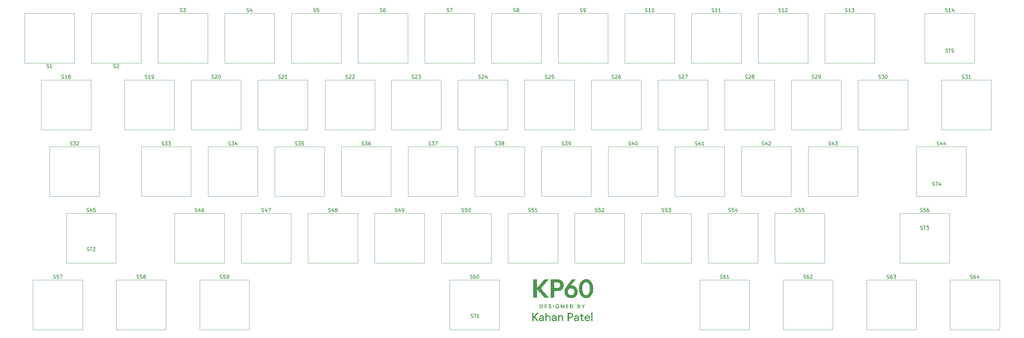
<source format=gto>
G04 #@! TF.GenerationSoftware,KiCad,Pcbnew,8.0.3*
G04 #@! TF.CreationDate,2025-10-01T01:01:48-04:00*
G04 #@! TF.ProjectId,KP60,4b503630-2e6b-4696-9361-645f70636258,rev?*
G04 #@! TF.SameCoordinates,Original*
G04 #@! TF.FileFunction,Legend,Top*
G04 #@! TF.FilePolarity,Positive*
%FSLAX46Y46*%
G04 Gerber Fmt 4.6, Leading zero omitted, Abs format (unit mm)*
G04 Created by KiCad (PCBNEW 8.0.3) date 2025-10-01 01:01:48*
%MOMM*%
%LPD*%
G01*
G04 APERTURE LIST*
%ADD10C,0.150000*%
%ADD11C,0.120000*%
%ADD12C,0.000000*%
%ADD13C,1.750000*%
%ADD14C,4.000000*%
%ADD15C,2.500000*%
%ADD16C,3.048000*%
%ADD17C,3.987800*%
%ADD18C,0.650000*%
%ADD19O,1.000000X1.600000*%
%ADD20O,1.000000X2.100000*%
G04 APERTURE END LIST*
D10*
X331660655Y-75465200D02*
X331803512Y-75512819D01*
X331803512Y-75512819D02*
X332041607Y-75512819D01*
X332041607Y-75512819D02*
X332136845Y-75465200D01*
X332136845Y-75465200D02*
X332184464Y-75417580D01*
X332184464Y-75417580D02*
X332232083Y-75322342D01*
X332232083Y-75322342D02*
X332232083Y-75227104D01*
X332232083Y-75227104D02*
X332184464Y-75131866D01*
X332184464Y-75131866D02*
X332136845Y-75084247D01*
X332136845Y-75084247D02*
X332041607Y-75036628D01*
X332041607Y-75036628D02*
X331851131Y-74989009D01*
X331851131Y-74989009D02*
X331755893Y-74941390D01*
X331755893Y-74941390D02*
X331708274Y-74893771D01*
X331708274Y-74893771D02*
X331660655Y-74798533D01*
X331660655Y-74798533D02*
X331660655Y-74703295D01*
X331660655Y-74703295D02*
X331708274Y-74608057D01*
X331708274Y-74608057D02*
X331755893Y-74560438D01*
X331755893Y-74560438D02*
X331851131Y-74512819D01*
X331851131Y-74512819D02*
X332089226Y-74512819D01*
X332089226Y-74512819D02*
X332232083Y-74560438D01*
X333184464Y-75512819D02*
X332613036Y-75512819D01*
X332898750Y-75512819D02*
X332898750Y-74512819D01*
X332898750Y-74512819D02*
X332803512Y-74655676D01*
X332803512Y-74655676D02*
X332708274Y-74750914D01*
X332708274Y-74750914D02*
X332613036Y-74798533D01*
X334041607Y-74846152D02*
X334041607Y-75512819D01*
X333803512Y-74465200D02*
X333565417Y-75179485D01*
X333565417Y-75179485D02*
X334184464Y-75179485D01*
X279273155Y-113565200D02*
X279416012Y-113612819D01*
X279416012Y-113612819D02*
X279654107Y-113612819D01*
X279654107Y-113612819D02*
X279749345Y-113565200D01*
X279749345Y-113565200D02*
X279796964Y-113517580D01*
X279796964Y-113517580D02*
X279844583Y-113422342D01*
X279844583Y-113422342D02*
X279844583Y-113327104D01*
X279844583Y-113327104D02*
X279796964Y-113231866D01*
X279796964Y-113231866D02*
X279749345Y-113184247D01*
X279749345Y-113184247D02*
X279654107Y-113136628D01*
X279654107Y-113136628D02*
X279463631Y-113089009D01*
X279463631Y-113089009D02*
X279368393Y-113041390D01*
X279368393Y-113041390D02*
X279320774Y-112993771D01*
X279320774Y-112993771D02*
X279273155Y-112898533D01*
X279273155Y-112898533D02*
X279273155Y-112803295D01*
X279273155Y-112803295D02*
X279320774Y-112708057D01*
X279320774Y-112708057D02*
X279368393Y-112660438D01*
X279368393Y-112660438D02*
X279463631Y-112612819D01*
X279463631Y-112612819D02*
X279701726Y-112612819D01*
X279701726Y-112612819D02*
X279844583Y-112660438D01*
X280701726Y-112946152D02*
X280701726Y-113612819D01*
X280463631Y-112565200D02*
X280225536Y-113279485D01*
X280225536Y-113279485D02*
X280844583Y-113279485D01*
X281177917Y-112708057D02*
X281225536Y-112660438D01*
X281225536Y-112660438D02*
X281320774Y-112612819D01*
X281320774Y-112612819D02*
X281558869Y-112612819D01*
X281558869Y-112612819D02*
X281654107Y-112660438D01*
X281654107Y-112660438D02*
X281701726Y-112708057D01*
X281701726Y-112708057D02*
X281749345Y-112803295D01*
X281749345Y-112803295D02*
X281749345Y-112898533D01*
X281749345Y-112898533D02*
X281701726Y-113041390D01*
X281701726Y-113041390D02*
X281130298Y-113612819D01*
X281130298Y-113612819D02*
X281749345Y-113612819D01*
X174498155Y-132615200D02*
X174641012Y-132662819D01*
X174641012Y-132662819D02*
X174879107Y-132662819D01*
X174879107Y-132662819D02*
X174974345Y-132615200D01*
X174974345Y-132615200D02*
X175021964Y-132567580D01*
X175021964Y-132567580D02*
X175069583Y-132472342D01*
X175069583Y-132472342D02*
X175069583Y-132377104D01*
X175069583Y-132377104D02*
X175021964Y-132281866D01*
X175021964Y-132281866D02*
X174974345Y-132234247D01*
X174974345Y-132234247D02*
X174879107Y-132186628D01*
X174879107Y-132186628D02*
X174688631Y-132139009D01*
X174688631Y-132139009D02*
X174593393Y-132091390D01*
X174593393Y-132091390D02*
X174545774Y-132043771D01*
X174545774Y-132043771D02*
X174498155Y-131948533D01*
X174498155Y-131948533D02*
X174498155Y-131853295D01*
X174498155Y-131853295D02*
X174545774Y-131758057D01*
X174545774Y-131758057D02*
X174593393Y-131710438D01*
X174593393Y-131710438D02*
X174688631Y-131662819D01*
X174688631Y-131662819D02*
X174926726Y-131662819D01*
X174926726Y-131662819D02*
X175069583Y-131710438D01*
X175926726Y-131996152D02*
X175926726Y-132662819D01*
X175688631Y-131615200D02*
X175450536Y-132329485D01*
X175450536Y-132329485D02*
X176069583Y-132329485D01*
X176498155Y-132662819D02*
X176688631Y-132662819D01*
X176688631Y-132662819D02*
X176783869Y-132615200D01*
X176783869Y-132615200D02*
X176831488Y-132567580D01*
X176831488Y-132567580D02*
X176926726Y-132424723D01*
X176926726Y-132424723D02*
X176974345Y-132234247D01*
X176974345Y-132234247D02*
X176974345Y-131853295D01*
X176974345Y-131853295D02*
X176926726Y-131758057D01*
X176926726Y-131758057D02*
X176879107Y-131710438D01*
X176879107Y-131710438D02*
X176783869Y-131662819D01*
X176783869Y-131662819D02*
X176593393Y-131662819D01*
X176593393Y-131662819D02*
X176498155Y-131710438D01*
X176498155Y-131710438D02*
X176450536Y-131758057D01*
X176450536Y-131758057D02*
X176402917Y-131853295D01*
X176402917Y-131853295D02*
X176402917Y-132091390D01*
X176402917Y-132091390D02*
X176450536Y-132186628D01*
X176450536Y-132186628D02*
X176498155Y-132234247D01*
X176498155Y-132234247D02*
X176593393Y-132281866D01*
X176593393Y-132281866D02*
X176783869Y-132281866D01*
X176783869Y-132281866D02*
X176879107Y-132234247D01*
X176879107Y-132234247D02*
X176926726Y-132186628D01*
X176926726Y-132186628D02*
X176974345Y-132091390D01*
X164973155Y-113565200D02*
X165116012Y-113612819D01*
X165116012Y-113612819D02*
X165354107Y-113612819D01*
X165354107Y-113612819D02*
X165449345Y-113565200D01*
X165449345Y-113565200D02*
X165496964Y-113517580D01*
X165496964Y-113517580D02*
X165544583Y-113422342D01*
X165544583Y-113422342D02*
X165544583Y-113327104D01*
X165544583Y-113327104D02*
X165496964Y-113231866D01*
X165496964Y-113231866D02*
X165449345Y-113184247D01*
X165449345Y-113184247D02*
X165354107Y-113136628D01*
X165354107Y-113136628D02*
X165163631Y-113089009D01*
X165163631Y-113089009D02*
X165068393Y-113041390D01*
X165068393Y-113041390D02*
X165020774Y-112993771D01*
X165020774Y-112993771D02*
X164973155Y-112898533D01*
X164973155Y-112898533D02*
X164973155Y-112803295D01*
X164973155Y-112803295D02*
X165020774Y-112708057D01*
X165020774Y-112708057D02*
X165068393Y-112660438D01*
X165068393Y-112660438D02*
X165163631Y-112612819D01*
X165163631Y-112612819D02*
X165401726Y-112612819D01*
X165401726Y-112612819D02*
X165544583Y-112660438D01*
X165877917Y-112612819D02*
X166496964Y-112612819D01*
X166496964Y-112612819D02*
X166163631Y-112993771D01*
X166163631Y-112993771D02*
X166306488Y-112993771D01*
X166306488Y-112993771D02*
X166401726Y-113041390D01*
X166401726Y-113041390D02*
X166449345Y-113089009D01*
X166449345Y-113089009D02*
X166496964Y-113184247D01*
X166496964Y-113184247D02*
X166496964Y-113422342D01*
X166496964Y-113422342D02*
X166449345Y-113517580D01*
X166449345Y-113517580D02*
X166401726Y-113565200D01*
X166401726Y-113565200D02*
X166306488Y-113612819D01*
X166306488Y-113612819D02*
X166020774Y-113612819D01*
X166020774Y-113612819D02*
X165925536Y-113565200D01*
X165925536Y-113565200D02*
X165877917Y-113517580D01*
X167354107Y-112612819D02*
X167163631Y-112612819D01*
X167163631Y-112612819D02*
X167068393Y-112660438D01*
X167068393Y-112660438D02*
X167020774Y-112708057D01*
X167020774Y-112708057D02*
X166925536Y-112850914D01*
X166925536Y-112850914D02*
X166877917Y-113041390D01*
X166877917Y-113041390D02*
X166877917Y-113422342D01*
X166877917Y-113422342D02*
X166925536Y-113517580D01*
X166925536Y-113517580D02*
X166973155Y-113565200D01*
X166973155Y-113565200D02*
X167068393Y-113612819D01*
X167068393Y-113612819D02*
X167258869Y-113612819D01*
X167258869Y-113612819D02*
X167354107Y-113565200D01*
X167354107Y-113565200D02*
X167401726Y-113517580D01*
X167401726Y-113517580D02*
X167449345Y-113422342D01*
X167449345Y-113422342D02*
X167449345Y-113184247D01*
X167449345Y-113184247D02*
X167401726Y-113089009D01*
X167401726Y-113089009D02*
X167354107Y-113041390D01*
X167354107Y-113041390D02*
X167258869Y-112993771D01*
X167258869Y-112993771D02*
X167068393Y-112993771D01*
X167068393Y-112993771D02*
X166973155Y-113041390D01*
X166973155Y-113041390D02*
X166925536Y-113089009D01*
X166925536Y-113089009D02*
X166877917Y-113184247D01*
X227361845Y-75465200D02*
X227504702Y-75512819D01*
X227504702Y-75512819D02*
X227742797Y-75512819D01*
X227742797Y-75512819D02*
X227838035Y-75465200D01*
X227838035Y-75465200D02*
X227885654Y-75417580D01*
X227885654Y-75417580D02*
X227933273Y-75322342D01*
X227933273Y-75322342D02*
X227933273Y-75227104D01*
X227933273Y-75227104D02*
X227885654Y-75131866D01*
X227885654Y-75131866D02*
X227838035Y-75084247D01*
X227838035Y-75084247D02*
X227742797Y-75036628D01*
X227742797Y-75036628D02*
X227552321Y-74989009D01*
X227552321Y-74989009D02*
X227457083Y-74941390D01*
X227457083Y-74941390D02*
X227409464Y-74893771D01*
X227409464Y-74893771D02*
X227361845Y-74798533D01*
X227361845Y-74798533D02*
X227361845Y-74703295D01*
X227361845Y-74703295D02*
X227409464Y-74608057D01*
X227409464Y-74608057D02*
X227457083Y-74560438D01*
X227457083Y-74560438D02*
X227552321Y-74512819D01*
X227552321Y-74512819D02*
X227790416Y-74512819D01*
X227790416Y-74512819D02*
X227933273Y-74560438D01*
X228409464Y-75512819D02*
X228599940Y-75512819D01*
X228599940Y-75512819D02*
X228695178Y-75465200D01*
X228695178Y-75465200D02*
X228742797Y-75417580D01*
X228742797Y-75417580D02*
X228838035Y-75274723D01*
X228838035Y-75274723D02*
X228885654Y-75084247D01*
X228885654Y-75084247D02*
X228885654Y-74703295D01*
X228885654Y-74703295D02*
X228838035Y-74608057D01*
X228838035Y-74608057D02*
X228790416Y-74560438D01*
X228790416Y-74560438D02*
X228695178Y-74512819D01*
X228695178Y-74512819D02*
X228504702Y-74512819D01*
X228504702Y-74512819D02*
X228409464Y-74560438D01*
X228409464Y-74560438D02*
X228361845Y-74608057D01*
X228361845Y-74608057D02*
X228314226Y-74703295D01*
X228314226Y-74703295D02*
X228314226Y-74941390D01*
X228314226Y-74941390D02*
X228361845Y-75036628D01*
X228361845Y-75036628D02*
X228409464Y-75084247D01*
X228409464Y-75084247D02*
X228504702Y-75131866D01*
X228504702Y-75131866D02*
X228695178Y-75131866D01*
X228695178Y-75131866D02*
X228790416Y-75084247D01*
X228790416Y-75084247D02*
X228838035Y-75036628D01*
X228838035Y-75036628D02*
X228885654Y-74941390D01*
X331767143Y-87037200D02*
X331910000Y-87084819D01*
X331910000Y-87084819D02*
X332148095Y-87084819D01*
X332148095Y-87084819D02*
X332243333Y-87037200D01*
X332243333Y-87037200D02*
X332290952Y-86989580D01*
X332290952Y-86989580D02*
X332338571Y-86894342D01*
X332338571Y-86894342D02*
X332338571Y-86799104D01*
X332338571Y-86799104D02*
X332290952Y-86703866D01*
X332290952Y-86703866D02*
X332243333Y-86656247D01*
X332243333Y-86656247D02*
X332148095Y-86608628D01*
X332148095Y-86608628D02*
X331957619Y-86561009D01*
X331957619Y-86561009D02*
X331862381Y-86513390D01*
X331862381Y-86513390D02*
X331814762Y-86465771D01*
X331814762Y-86465771D02*
X331767143Y-86370533D01*
X331767143Y-86370533D02*
X331767143Y-86275295D01*
X331767143Y-86275295D02*
X331814762Y-86180057D01*
X331814762Y-86180057D02*
X331862381Y-86132438D01*
X331862381Y-86132438D02*
X331957619Y-86084819D01*
X331957619Y-86084819D02*
X332195714Y-86084819D01*
X332195714Y-86084819D02*
X332338571Y-86132438D01*
X332624286Y-86084819D02*
X333195714Y-86084819D01*
X332910000Y-87084819D02*
X332910000Y-86084819D01*
X334005238Y-86084819D02*
X333529048Y-86084819D01*
X333529048Y-86084819D02*
X333481429Y-86561009D01*
X333481429Y-86561009D02*
X333529048Y-86513390D01*
X333529048Y-86513390D02*
X333624286Y-86465771D01*
X333624286Y-86465771D02*
X333862381Y-86465771D01*
X333862381Y-86465771D02*
X333957619Y-86513390D01*
X333957619Y-86513390D02*
X334005238Y-86561009D01*
X334005238Y-86561009D02*
X334052857Y-86656247D01*
X334052857Y-86656247D02*
X334052857Y-86894342D01*
X334052857Y-86894342D02*
X334005238Y-86989580D01*
X334005238Y-86989580D02*
X333957619Y-87037200D01*
X333957619Y-87037200D02*
X333862381Y-87084819D01*
X333862381Y-87084819D02*
X333624286Y-87084819D01*
X333624286Y-87084819D02*
X333529048Y-87037200D01*
X333529048Y-87037200D02*
X333481429Y-86989580D01*
X298323155Y-113565200D02*
X298466012Y-113612819D01*
X298466012Y-113612819D02*
X298704107Y-113612819D01*
X298704107Y-113612819D02*
X298799345Y-113565200D01*
X298799345Y-113565200D02*
X298846964Y-113517580D01*
X298846964Y-113517580D02*
X298894583Y-113422342D01*
X298894583Y-113422342D02*
X298894583Y-113327104D01*
X298894583Y-113327104D02*
X298846964Y-113231866D01*
X298846964Y-113231866D02*
X298799345Y-113184247D01*
X298799345Y-113184247D02*
X298704107Y-113136628D01*
X298704107Y-113136628D02*
X298513631Y-113089009D01*
X298513631Y-113089009D02*
X298418393Y-113041390D01*
X298418393Y-113041390D02*
X298370774Y-112993771D01*
X298370774Y-112993771D02*
X298323155Y-112898533D01*
X298323155Y-112898533D02*
X298323155Y-112803295D01*
X298323155Y-112803295D02*
X298370774Y-112708057D01*
X298370774Y-112708057D02*
X298418393Y-112660438D01*
X298418393Y-112660438D02*
X298513631Y-112612819D01*
X298513631Y-112612819D02*
X298751726Y-112612819D01*
X298751726Y-112612819D02*
X298894583Y-112660438D01*
X299751726Y-112946152D02*
X299751726Y-113612819D01*
X299513631Y-112565200D02*
X299275536Y-113279485D01*
X299275536Y-113279485D02*
X299894583Y-113279485D01*
X300180298Y-112612819D02*
X300799345Y-112612819D01*
X300799345Y-112612819D02*
X300466012Y-112993771D01*
X300466012Y-112993771D02*
X300608869Y-112993771D01*
X300608869Y-112993771D02*
X300704107Y-113041390D01*
X300704107Y-113041390D02*
X300751726Y-113089009D01*
X300751726Y-113089009D02*
X300799345Y-113184247D01*
X300799345Y-113184247D02*
X300799345Y-113422342D01*
X300799345Y-113422342D02*
X300751726Y-113517580D01*
X300751726Y-113517580D02*
X300704107Y-113565200D01*
X300704107Y-113565200D02*
X300608869Y-113612819D01*
X300608869Y-113612819D02*
X300323155Y-113612819D01*
X300323155Y-113612819D02*
X300227917Y-113565200D01*
X300227917Y-113565200D02*
X300180298Y-113517580D01*
X107823155Y-113565200D02*
X107966012Y-113612819D01*
X107966012Y-113612819D02*
X108204107Y-113612819D01*
X108204107Y-113612819D02*
X108299345Y-113565200D01*
X108299345Y-113565200D02*
X108346964Y-113517580D01*
X108346964Y-113517580D02*
X108394583Y-113422342D01*
X108394583Y-113422342D02*
X108394583Y-113327104D01*
X108394583Y-113327104D02*
X108346964Y-113231866D01*
X108346964Y-113231866D02*
X108299345Y-113184247D01*
X108299345Y-113184247D02*
X108204107Y-113136628D01*
X108204107Y-113136628D02*
X108013631Y-113089009D01*
X108013631Y-113089009D02*
X107918393Y-113041390D01*
X107918393Y-113041390D02*
X107870774Y-112993771D01*
X107870774Y-112993771D02*
X107823155Y-112898533D01*
X107823155Y-112898533D02*
X107823155Y-112803295D01*
X107823155Y-112803295D02*
X107870774Y-112708057D01*
X107870774Y-112708057D02*
X107918393Y-112660438D01*
X107918393Y-112660438D02*
X108013631Y-112612819D01*
X108013631Y-112612819D02*
X108251726Y-112612819D01*
X108251726Y-112612819D02*
X108394583Y-112660438D01*
X108727917Y-112612819D02*
X109346964Y-112612819D01*
X109346964Y-112612819D02*
X109013631Y-112993771D01*
X109013631Y-112993771D02*
X109156488Y-112993771D01*
X109156488Y-112993771D02*
X109251726Y-113041390D01*
X109251726Y-113041390D02*
X109299345Y-113089009D01*
X109299345Y-113089009D02*
X109346964Y-113184247D01*
X109346964Y-113184247D02*
X109346964Y-113422342D01*
X109346964Y-113422342D02*
X109299345Y-113517580D01*
X109299345Y-113517580D02*
X109251726Y-113565200D01*
X109251726Y-113565200D02*
X109156488Y-113612819D01*
X109156488Y-113612819D02*
X108870774Y-113612819D01*
X108870774Y-113612819D02*
X108775536Y-113565200D01*
X108775536Y-113565200D02*
X108727917Y-113517580D01*
X109680298Y-112612819D02*
X110299345Y-112612819D01*
X110299345Y-112612819D02*
X109966012Y-112993771D01*
X109966012Y-112993771D02*
X110108869Y-112993771D01*
X110108869Y-112993771D02*
X110204107Y-113041390D01*
X110204107Y-113041390D02*
X110251726Y-113089009D01*
X110251726Y-113089009D02*
X110299345Y-113184247D01*
X110299345Y-113184247D02*
X110299345Y-113422342D01*
X110299345Y-113422342D02*
X110251726Y-113517580D01*
X110251726Y-113517580D02*
X110204107Y-113565200D01*
X110204107Y-113565200D02*
X110108869Y-113612819D01*
X110108869Y-113612819D02*
X109823155Y-113612819D01*
X109823155Y-113612819D02*
X109727917Y-113565200D01*
X109727917Y-113565200D02*
X109680298Y-113517580D01*
X179260655Y-94515200D02*
X179403512Y-94562819D01*
X179403512Y-94562819D02*
X179641607Y-94562819D01*
X179641607Y-94562819D02*
X179736845Y-94515200D01*
X179736845Y-94515200D02*
X179784464Y-94467580D01*
X179784464Y-94467580D02*
X179832083Y-94372342D01*
X179832083Y-94372342D02*
X179832083Y-94277104D01*
X179832083Y-94277104D02*
X179784464Y-94181866D01*
X179784464Y-94181866D02*
X179736845Y-94134247D01*
X179736845Y-94134247D02*
X179641607Y-94086628D01*
X179641607Y-94086628D02*
X179451131Y-94039009D01*
X179451131Y-94039009D02*
X179355893Y-93991390D01*
X179355893Y-93991390D02*
X179308274Y-93943771D01*
X179308274Y-93943771D02*
X179260655Y-93848533D01*
X179260655Y-93848533D02*
X179260655Y-93753295D01*
X179260655Y-93753295D02*
X179308274Y-93658057D01*
X179308274Y-93658057D02*
X179355893Y-93610438D01*
X179355893Y-93610438D02*
X179451131Y-93562819D01*
X179451131Y-93562819D02*
X179689226Y-93562819D01*
X179689226Y-93562819D02*
X179832083Y-93610438D01*
X180213036Y-93658057D02*
X180260655Y-93610438D01*
X180260655Y-93610438D02*
X180355893Y-93562819D01*
X180355893Y-93562819D02*
X180593988Y-93562819D01*
X180593988Y-93562819D02*
X180689226Y-93610438D01*
X180689226Y-93610438D02*
X180736845Y-93658057D01*
X180736845Y-93658057D02*
X180784464Y-93753295D01*
X180784464Y-93753295D02*
X180784464Y-93848533D01*
X180784464Y-93848533D02*
X180736845Y-93991390D01*
X180736845Y-93991390D02*
X180165417Y-94562819D01*
X180165417Y-94562819D02*
X180784464Y-94562819D01*
X181117798Y-93562819D02*
X181736845Y-93562819D01*
X181736845Y-93562819D02*
X181403512Y-93943771D01*
X181403512Y-93943771D02*
X181546369Y-93943771D01*
X181546369Y-93943771D02*
X181641607Y-93991390D01*
X181641607Y-93991390D02*
X181689226Y-94039009D01*
X181689226Y-94039009D02*
X181736845Y-94134247D01*
X181736845Y-94134247D02*
X181736845Y-94372342D01*
X181736845Y-94372342D02*
X181689226Y-94467580D01*
X181689226Y-94467580D02*
X181641607Y-94515200D01*
X181641607Y-94515200D02*
X181546369Y-94562819D01*
X181546369Y-94562819D02*
X181260655Y-94562819D01*
X181260655Y-94562819D02*
X181165417Y-94515200D01*
X181165417Y-94515200D02*
X181117798Y-94467580D01*
X336423155Y-94515200D02*
X336566012Y-94562819D01*
X336566012Y-94562819D02*
X336804107Y-94562819D01*
X336804107Y-94562819D02*
X336899345Y-94515200D01*
X336899345Y-94515200D02*
X336946964Y-94467580D01*
X336946964Y-94467580D02*
X336994583Y-94372342D01*
X336994583Y-94372342D02*
X336994583Y-94277104D01*
X336994583Y-94277104D02*
X336946964Y-94181866D01*
X336946964Y-94181866D02*
X336899345Y-94134247D01*
X336899345Y-94134247D02*
X336804107Y-94086628D01*
X336804107Y-94086628D02*
X336613631Y-94039009D01*
X336613631Y-94039009D02*
X336518393Y-93991390D01*
X336518393Y-93991390D02*
X336470774Y-93943771D01*
X336470774Y-93943771D02*
X336423155Y-93848533D01*
X336423155Y-93848533D02*
X336423155Y-93753295D01*
X336423155Y-93753295D02*
X336470774Y-93658057D01*
X336470774Y-93658057D02*
X336518393Y-93610438D01*
X336518393Y-93610438D02*
X336613631Y-93562819D01*
X336613631Y-93562819D02*
X336851726Y-93562819D01*
X336851726Y-93562819D02*
X336994583Y-93610438D01*
X337327917Y-93562819D02*
X337946964Y-93562819D01*
X337946964Y-93562819D02*
X337613631Y-93943771D01*
X337613631Y-93943771D02*
X337756488Y-93943771D01*
X337756488Y-93943771D02*
X337851726Y-93991390D01*
X337851726Y-93991390D02*
X337899345Y-94039009D01*
X337899345Y-94039009D02*
X337946964Y-94134247D01*
X337946964Y-94134247D02*
X337946964Y-94372342D01*
X337946964Y-94372342D02*
X337899345Y-94467580D01*
X337899345Y-94467580D02*
X337851726Y-94515200D01*
X337851726Y-94515200D02*
X337756488Y-94562819D01*
X337756488Y-94562819D02*
X337470774Y-94562819D01*
X337470774Y-94562819D02*
X337375536Y-94515200D01*
X337375536Y-94515200D02*
X337327917Y-94467580D01*
X338899345Y-94562819D02*
X338327917Y-94562819D01*
X338613631Y-94562819D02*
X338613631Y-93562819D01*
X338613631Y-93562819D02*
X338518393Y-93705676D01*
X338518393Y-93705676D02*
X338423155Y-93800914D01*
X338423155Y-93800914D02*
X338327917Y-93848533D01*
X141160655Y-94515200D02*
X141303512Y-94562819D01*
X141303512Y-94562819D02*
X141541607Y-94562819D01*
X141541607Y-94562819D02*
X141636845Y-94515200D01*
X141636845Y-94515200D02*
X141684464Y-94467580D01*
X141684464Y-94467580D02*
X141732083Y-94372342D01*
X141732083Y-94372342D02*
X141732083Y-94277104D01*
X141732083Y-94277104D02*
X141684464Y-94181866D01*
X141684464Y-94181866D02*
X141636845Y-94134247D01*
X141636845Y-94134247D02*
X141541607Y-94086628D01*
X141541607Y-94086628D02*
X141351131Y-94039009D01*
X141351131Y-94039009D02*
X141255893Y-93991390D01*
X141255893Y-93991390D02*
X141208274Y-93943771D01*
X141208274Y-93943771D02*
X141160655Y-93848533D01*
X141160655Y-93848533D02*
X141160655Y-93753295D01*
X141160655Y-93753295D02*
X141208274Y-93658057D01*
X141208274Y-93658057D02*
X141255893Y-93610438D01*
X141255893Y-93610438D02*
X141351131Y-93562819D01*
X141351131Y-93562819D02*
X141589226Y-93562819D01*
X141589226Y-93562819D02*
X141732083Y-93610438D01*
X142113036Y-93658057D02*
X142160655Y-93610438D01*
X142160655Y-93610438D02*
X142255893Y-93562819D01*
X142255893Y-93562819D02*
X142493988Y-93562819D01*
X142493988Y-93562819D02*
X142589226Y-93610438D01*
X142589226Y-93610438D02*
X142636845Y-93658057D01*
X142636845Y-93658057D02*
X142684464Y-93753295D01*
X142684464Y-93753295D02*
X142684464Y-93848533D01*
X142684464Y-93848533D02*
X142636845Y-93991390D01*
X142636845Y-93991390D02*
X142065417Y-94562819D01*
X142065417Y-94562819D02*
X142684464Y-94562819D01*
X143636845Y-94562819D02*
X143065417Y-94562819D01*
X143351131Y-94562819D02*
X143351131Y-93562819D01*
X143351131Y-93562819D02*
X143255893Y-93705676D01*
X143255893Y-93705676D02*
X143160655Y-93800914D01*
X143160655Y-93800914D02*
X143065417Y-93848533D01*
X86391905Y-132615200D02*
X86534762Y-132662819D01*
X86534762Y-132662819D02*
X86772857Y-132662819D01*
X86772857Y-132662819D02*
X86868095Y-132615200D01*
X86868095Y-132615200D02*
X86915714Y-132567580D01*
X86915714Y-132567580D02*
X86963333Y-132472342D01*
X86963333Y-132472342D02*
X86963333Y-132377104D01*
X86963333Y-132377104D02*
X86915714Y-132281866D01*
X86915714Y-132281866D02*
X86868095Y-132234247D01*
X86868095Y-132234247D02*
X86772857Y-132186628D01*
X86772857Y-132186628D02*
X86582381Y-132139009D01*
X86582381Y-132139009D02*
X86487143Y-132091390D01*
X86487143Y-132091390D02*
X86439524Y-132043771D01*
X86439524Y-132043771D02*
X86391905Y-131948533D01*
X86391905Y-131948533D02*
X86391905Y-131853295D01*
X86391905Y-131853295D02*
X86439524Y-131758057D01*
X86439524Y-131758057D02*
X86487143Y-131710438D01*
X86487143Y-131710438D02*
X86582381Y-131662819D01*
X86582381Y-131662819D02*
X86820476Y-131662819D01*
X86820476Y-131662819D02*
X86963333Y-131710438D01*
X87820476Y-131996152D02*
X87820476Y-132662819D01*
X87582381Y-131615200D02*
X87344286Y-132329485D01*
X87344286Y-132329485D02*
X87963333Y-132329485D01*
X88820476Y-131662819D02*
X88344286Y-131662819D01*
X88344286Y-131662819D02*
X88296667Y-132139009D01*
X88296667Y-132139009D02*
X88344286Y-132091390D01*
X88344286Y-132091390D02*
X88439524Y-132043771D01*
X88439524Y-132043771D02*
X88677619Y-132043771D01*
X88677619Y-132043771D02*
X88772857Y-132091390D01*
X88772857Y-132091390D02*
X88820476Y-132139009D01*
X88820476Y-132139009D02*
X88868095Y-132234247D01*
X88868095Y-132234247D02*
X88868095Y-132472342D01*
X88868095Y-132472342D02*
X88820476Y-132567580D01*
X88820476Y-132567580D02*
X88772857Y-132615200D01*
X88772857Y-132615200D02*
X88677619Y-132662819D01*
X88677619Y-132662819D02*
X88439524Y-132662819D01*
X88439524Y-132662819D02*
X88344286Y-132615200D01*
X88344286Y-132615200D02*
X88296667Y-132567580D01*
X122110655Y-94515200D02*
X122253512Y-94562819D01*
X122253512Y-94562819D02*
X122491607Y-94562819D01*
X122491607Y-94562819D02*
X122586845Y-94515200D01*
X122586845Y-94515200D02*
X122634464Y-94467580D01*
X122634464Y-94467580D02*
X122682083Y-94372342D01*
X122682083Y-94372342D02*
X122682083Y-94277104D01*
X122682083Y-94277104D02*
X122634464Y-94181866D01*
X122634464Y-94181866D02*
X122586845Y-94134247D01*
X122586845Y-94134247D02*
X122491607Y-94086628D01*
X122491607Y-94086628D02*
X122301131Y-94039009D01*
X122301131Y-94039009D02*
X122205893Y-93991390D01*
X122205893Y-93991390D02*
X122158274Y-93943771D01*
X122158274Y-93943771D02*
X122110655Y-93848533D01*
X122110655Y-93848533D02*
X122110655Y-93753295D01*
X122110655Y-93753295D02*
X122158274Y-93658057D01*
X122158274Y-93658057D02*
X122205893Y-93610438D01*
X122205893Y-93610438D02*
X122301131Y-93562819D01*
X122301131Y-93562819D02*
X122539226Y-93562819D01*
X122539226Y-93562819D02*
X122682083Y-93610438D01*
X123063036Y-93658057D02*
X123110655Y-93610438D01*
X123110655Y-93610438D02*
X123205893Y-93562819D01*
X123205893Y-93562819D02*
X123443988Y-93562819D01*
X123443988Y-93562819D02*
X123539226Y-93610438D01*
X123539226Y-93610438D02*
X123586845Y-93658057D01*
X123586845Y-93658057D02*
X123634464Y-93753295D01*
X123634464Y-93753295D02*
X123634464Y-93848533D01*
X123634464Y-93848533D02*
X123586845Y-93991390D01*
X123586845Y-93991390D02*
X123015417Y-94562819D01*
X123015417Y-94562819D02*
X123634464Y-94562819D01*
X124253512Y-93562819D02*
X124348750Y-93562819D01*
X124348750Y-93562819D02*
X124443988Y-93610438D01*
X124443988Y-93610438D02*
X124491607Y-93658057D01*
X124491607Y-93658057D02*
X124539226Y-93753295D01*
X124539226Y-93753295D02*
X124586845Y-93943771D01*
X124586845Y-93943771D02*
X124586845Y-94181866D01*
X124586845Y-94181866D02*
X124539226Y-94372342D01*
X124539226Y-94372342D02*
X124491607Y-94467580D01*
X124491607Y-94467580D02*
X124443988Y-94515200D01*
X124443988Y-94515200D02*
X124348750Y-94562819D01*
X124348750Y-94562819D02*
X124253512Y-94562819D01*
X124253512Y-94562819D02*
X124158274Y-94515200D01*
X124158274Y-94515200D02*
X124110655Y-94467580D01*
X124110655Y-94467580D02*
X124063036Y-94372342D01*
X124063036Y-94372342D02*
X124015417Y-94181866D01*
X124015417Y-94181866D02*
X124015417Y-93943771D01*
X124015417Y-93943771D02*
X124063036Y-93753295D01*
X124063036Y-93753295D02*
X124110655Y-93658057D01*
X124110655Y-93658057D02*
X124158274Y-93610438D01*
X124158274Y-93610438D02*
X124253512Y-93562819D01*
X193548155Y-132615200D02*
X193691012Y-132662819D01*
X193691012Y-132662819D02*
X193929107Y-132662819D01*
X193929107Y-132662819D02*
X194024345Y-132615200D01*
X194024345Y-132615200D02*
X194071964Y-132567580D01*
X194071964Y-132567580D02*
X194119583Y-132472342D01*
X194119583Y-132472342D02*
X194119583Y-132377104D01*
X194119583Y-132377104D02*
X194071964Y-132281866D01*
X194071964Y-132281866D02*
X194024345Y-132234247D01*
X194024345Y-132234247D02*
X193929107Y-132186628D01*
X193929107Y-132186628D02*
X193738631Y-132139009D01*
X193738631Y-132139009D02*
X193643393Y-132091390D01*
X193643393Y-132091390D02*
X193595774Y-132043771D01*
X193595774Y-132043771D02*
X193548155Y-131948533D01*
X193548155Y-131948533D02*
X193548155Y-131853295D01*
X193548155Y-131853295D02*
X193595774Y-131758057D01*
X193595774Y-131758057D02*
X193643393Y-131710438D01*
X193643393Y-131710438D02*
X193738631Y-131662819D01*
X193738631Y-131662819D02*
X193976726Y-131662819D01*
X193976726Y-131662819D02*
X194119583Y-131710438D01*
X195024345Y-131662819D02*
X194548155Y-131662819D01*
X194548155Y-131662819D02*
X194500536Y-132139009D01*
X194500536Y-132139009D02*
X194548155Y-132091390D01*
X194548155Y-132091390D02*
X194643393Y-132043771D01*
X194643393Y-132043771D02*
X194881488Y-132043771D01*
X194881488Y-132043771D02*
X194976726Y-132091390D01*
X194976726Y-132091390D02*
X195024345Y-132139009D01*
X195024345Y-132139009D02*
X195071964Y-132234247D01*
X195071964Y-132234247D02*
X195071964Y-132472342D01*
X195071964Y-132472342D02*
X195024345Y-132567580D01*
X195024345Y-132567580D02*
X194976726Y-132615200D01*
X194976726Y-132615200D02*
X194881488Y-132662819D01*
X194881488Y-132662819D02*
X194643393Y-132662819D01*
X194643393Y-132662819D02*
X194548155Y-132615200D01*
X194548155Y-132615200D02*
X194500536Y-132567580D01*
X195691012Y-131662819D02*
X195786250Y-131662819D01*
X195786250Y-131662819D02*
X195881488Y-131710438D01*
X195881488Y-131710438D02*
X195929107Y-131758057D01*
X195929107Y-131758057D02*
X195976726Y-131853295D01*
X195976726Y-131853295D02*
X196024345Y-132043771D01*
X196024345Y-132043771D02*
X196024345Y-132281866D01*
X196024345Y-132281866D02*
X195976726Y-132472342D01*
X195976726Y-132472342D02*
X195929107Y-132567580D01*
X195929107Y-132567580D02*
X195881488Y-132615200D01*
X195881488Y-132615200D02*
X195786250Y-132662819D01*
X195786250Y-132662819D02*
X195691012Y-132662819D01*
X195691012Y-132662819D02*
X195595774Y-132615200D01*
X195595774Y-132615200D02*
X195548155Y-132567580D01*
X195548155Y-132567580D02*
X195500536Y-132472342D01*
X195500536Y-132472342D02*
X195452917Y-132281866D01*
X195452917Y-132281866D02*
X195452917Y-132043771D01*
X195452917Y-132043771D02*
X195500536Y-131853295D01*
X195500536Y-131853295D02*
X195548155Y-131758057D01*
X195548155Y-131758057D02*
X195595774Y-131710438D01*
X195595774Y-131710438D02*
X195691012Y-131662819D01*
X338804405Y-151665200D02*
X338947262Y-151712819D01*
X338947262Y-151712819D02*
X339185357Y-151712819D01*
X339185357Y-151712819D02*
X339280595Y-151665200D01*
X339280595Y-151665200D02*
X339328214Y-151617580D01*
X339328214Y-151617580D02*
X339375833Y-151522342D01*
X339375833Y-151522342D02*
X339375833Y-151427104D01*
X339375833Y-151427104D02*
X339328214Y-151331866D01*
X339328214Y-151331866D02*
X339280595Y-151284247D01*
X339280595Y-151284247D02*
X339185357Y-151236628D01*
X339185357Y-151236628D02*
X338994881Y-151189009D01*
X338994881Y-151189009D02*
X338899643Y-151141390D01*
X338899643Y-151141390D02*
X338852024Y-151093771D01*
X338852024Y-151093771D02*
X338804405Y-150998533D01*
X338804405Y-150998533D02*
X338804405Y-150903295D01*
X338804405Y-150903295D02*
X338852024Y-150808057D01*
X338852024Y-150808057D02*
X338899643Y-150760438D01*
X338899643Y-150760438D02*
X338994881Y-150712819D01*
X338994881Y-150712819D02*
X339232976Y-150712819D01*
X339232976Y-150712819D02*
X339375833Y-150760438D01*
X340232976Y-150712819D02*
X340042500Y-150712819D01*
X340042500Y-150712819D02*
X339947262Y-150760438D01*
X339947262Y-150760438D02*
X339899643Y-150808057D01*
X339899643Y-150808057D02*
X339804405Y-150950914D01*
X339804405Y-150950914D02*
X339756786Y-151141390D01*
X339756786Y-151141390D02*
X339756786Y-151522342D01*
X339756786Y-151522342D02*
X339804405Y-151617580D01*
X339804405Y-151617580D02*
X339852024Y-151665200D01*
X339852024Y-151665200D02*
X339947262Y-151712819D01*
X339947262Y-151712819D02*
X340137738Y-151712819D01*
X340137738Y-151712819D02*
X340232976Y-151665200D01*
X340232976Y-151665200D02*
X340280595Y-151617580D01*
X340280595Y-151617580D02*
X340328214Y-151522342D01*
X340328214Y-151522342D02*
X340328214Y-151284247D01*
X340328214Y-151284247D02*
X340280595Y-151189009D01*
X340280595Y-151189009D02*
X340232976Y-151141390D01*
X340232976Y-151141390D02*
X340137738Y-151093771D01*
X340137738Y-151093771D02*
X339947262Y-151093771D01*
X339947262Y-151093771D02*
X339852024Y-151141390D01*
X339852024Y-151141390D02*
X339804405Y-151189009D01*
X339804405Y-151189009D02*
X339756786Y-151284247D01*
X341185357Y-151046152D02*
X341185357Y-151712819D01*
X340947262Y-150665200D02*
X340709167Y-151379485D01*
X340709167Y-151379485D02*
X341328214Y-151379485D01*
X195929405Y-151665200D02*
X196072262Y-151712819D01*
X196072262Y-151712819D02*
X196310357Y-151712819D01*
X196310357Y-151712819D02*
X196405595Y-151665200D01*
X196405595Y-151665200D02*
X196453214Y-151617580D01*
X196453214Y-151617580D02*
X196500833Y-151522342D01*
X196500833Y-151522342D02*
X196500833Y-151427104D01*
X196500833Y-151427104D02*
X196453214Y-151331866D01*
X196453214Y-151331866D02*
X196405595Y-151284247D01*
X196405595Y-151284247D02*
X196310357Y-151236628D01*
X196310357Y-151236628D02*
X196119881Y-151189009D01*
X196119881Y-151189009D02*
X196024643Y-151141390D01*
X196024643Y-151141390D02*
X195977024Y-151093771D01*
X195977024Y-151093771D02*
X195929405Y-150998533D01*
X195929405Y-150998533D02*
X195929405Y-150903295D01*
X195929405Y-150903295D02*
X195977024Y-150808057D01*
X195977024Y-150808057D02*
X196024643Y-150760438D01*
X196024643Y-150760438D02*
X196119881Y-150712819D01*
X196119881Y-150712819D02*
X196357976Y-150712819D01*
X196357976Y-150712819D02*
X196500833Y-150760438D01*
X197357976Y-150712819D02*
X197167500Y-150712819D01*
X197167500Y-150712819D02*
X197072262Y-150760438D01*
X197072262Y-150760438D02*
X197024643Y-150808057D01*
X197024643Y-150808057D02*
X196929405Y-150950914D01*
X196929405Y-150950914D02*
X196881786Y-151141390D01*
X196881786Y-151141390D02*
X196881786Y-151522342D01*
X196881786Y-151522342D02*
X196929405Y-151617580D01*
X196929405Y-151617580D02*
X196977024Y-151665200D01*
X196977024Y-151665200D02*
X197072262Y-151712819D01*
X197072262Y-151712819D02*
X197262738Y-151712819D01*
X197262738Y-151712819D02*
X197357976Y-151665200D01*
X197357976Y-151665200D02*
X197405595Y-151617580D01*
X197405595Y-151617580D02*
X197453214Y-151522342D01*
X197453214Y-151522342D02*
X197453214Y-151284247D01*
X197453214Y-151284247D02*
X197405595Y-151189009D01*
X197405595Y-151189009D02*
X197357976Y-151141390D01*
X197357976Y-151141390D02*
X197262738Y-151093771D01*
X197262738Y-151093771D02*
X197072262Y-151093771D01*
X197072262Y-151093771D02*
X196977024Y-151141390D01*
X196977024Y-151141390D02*
X196929405Y-151189009D01*
X196929405Y-151189009D02*
X196881786Y-151284247D01*
X198072262Y-150712819D02*
X198167500Y-150712819D01*
X198167500Y-150712819D02*
X198262738Y-150760438D01*
X198262738Y-150760438D02*
X198310357Y-150808057D01*
X198310357Y-150808057D02*
X198357976Y-150903295D01*
X198357976Y-150903295D02*
X198405595Y-151093771D01*
X198405595Y-151093771D02*
X198405595Y-151331866D01*
X198405595Y-151331866D02*
X198357976Y-151522342D01*
X198357976Y-151522342D02*
X198310357Y-151617580D01*
X198310357Y-151617580D02*
X198262738Y-151665200D01*
X198262738Y-151665200D02*
X198167500Y-151712819D01*
X198167500Y-151712819D02*
X198072262Y-151712819D01*
X198072262Y-151712819D02*
X197977024Y-151665200D01*
X197977024Y-151665200D02*
X197929405Y-151617580D01*
X197929405Y-151617580D02*
X197881786Y-151522342D01*
X197881786Y-151522342D02*
X197834167Y-151331866D01*
X197834167Y-151331866D02*
X197834167Y-151093771D01*
X197834167Y-151093771D02*
X197881786Y-150903295D01*
X197881786Y-150903295D02*
X197929405Y-150808057D01*
X197929405Y-150808057D02*
X197977024Y-150760438D01*
X197977024Y-150760438D02*
X198072262Y-150712819D01*
X231648155Y-132615200D02*
X231791012Y-132662819D01*
X231791012Y-132662819D02*
X232029107Y-132662819D01*
X232029107Y-132662819D02*
X232124345Y-132615200D01*
X232124345Y-132615200D02*
X232171964Y-132567580D01*
X232171964Y-132567580D02*
X232219583Y-132472342D01*
X232219583Y-132472342D02*
X232219583Y-132377104D01*
X232219583Y-132377104D02*
X232171964Y-132281866D01*
X232171964Y-132281866D02*
X232124345Y-132234247D01*
X232124345Y-132234247D02*
X232029107Y-132186628D01*
X232029107Y-132186628D02*
X231838631Y-132139009D01*
X231838631Y-132139009D02*
X231743393Y-132091390D01*
X231743393Y-132091390D02*
X231695774Y-132043771D01*
X231695774Y-132043771D02*
X231648155Y-131948533D01*
X231648155Y-131948533D02*
X231648155Y-131853295D01*
X231648155Y-131853295D02*
X231695774Y-131758057D01*
X231695774Y-131758057D02*
X231743393Y-131710438D01*
X231743393Y-131710438D02*
X231838631Y-131662819D01*
X231838631Y-131662819D02*
X232076726Y-131662819D01*
X232076726Y-131662819D02*
X232219583Y-131710438D01*
X233124345Y-131662819D02*
X232648155Y-131662819D01*
X232648155Y-131662819D02*
X232600536Y-132139009D01*
X232600536Y-132139009D02*
X232648155Y-132091390D01*
X232648155Y-132091390D02*
X232743393Y-132043771D01*
X232743393Y-132043771D02*
X232981488Y-132043771D01*
X232981488Y-132043771D02*
X233076726Y-132091390D01*
X233076726Y-132091390D02*
X233124345Y-132139009D01*
X233124345Y-132139009D02*
X233171964Y-132234247D01*
X233171964Y-132234247D02*
X233171964Y-132472342D01*
X233171964Y-132472342D02*
X233124345Y-132567580D01*
X233124345Y-132567580D02*
X233076726Y-132615200D01*
X233076726Y-132615200D02*
X232981488Y-132662819D01*
X232981488Y-132662819D02*
X232743393Y-132662819D01*
X232743393Y-132662819D02*
X232648155Y-132615200D01*
X232648155Y-132615200D02*
X232600536Y-132567580D01*
X233552917Y-131758057D02*
X233600536Y-131710438D01*
X233600536Y-131710438D02*
X233695774Y-131662819D01*
X233695774Y-131662819D02*
X233933869Y-131662819D01*
X233933869Y-131662819D02*
X234029107Y-131710438D01*
X234029107Y-131710438D02*
X234076726Y-131758057D01*
X234076726Y-131758057D02*
X234124345Y-131853295D01*
X234124345Y-131853295D02*
X234124345Y-131948533D01*
X234124345Y-131948533D02*
X234076726Y-132091390D01*
X234076726Y-132091390D02*
X233505298Y-132662819D01*
X233505298Y-132662819D02*
X234124345Y-132662819D01*
X293560655Y-94515200D02*
X293703512Y-94562819D01*
X293703512Y-94562819D02*
X293941607Y-94562819D01*
X293941607Y-94562819D02*
X294036845Y-94515200D01*
X294036845Y-94515200D02*
X294084464Y-94467580D01*
X294084464Y-94467580D02*
X294132083Y-94372342D01*
X294132083Y-94372342D02*
X294132083Y-94277104D01*
X294132083Y-94277104D02*
X294084464Y-94181866D01*
X294084464Y-94181866D02*
X294036845Y-94134247D01*
X294036845Y-94134247D02*
X293941607Y-94086628D01*
X293941607Y-94086628D02*
X293751131Y-94039009D01*
X293751131Y-94039009D02*
X293655893Y-93991390D01*
X293655893Y-93991390D02*
X293608274Y-93943771D01*
X293608274Y-93943771D02*
X293560655Y-93848533D01*
X293560655Y-93848533D02*
X293560655Y-93753295D01*
X293560655Y-93753295D02*
X293608274Y-93658057D01*
X293608274Y-93658057D02*
X293655893Y-93610438D01*
X293655893Y-93610438D02*
X293751131Y-93562819D01*
X293751131Y-93562819D02*
X293989226Y-93562819D01*
X293989226Y-93562819D02*
X294132083Y-93610438D01*
X294513036Y-93658057D02*
X294560655Y-93610438D01*
X294560655Y-93610438D02*
X294655893Y-93562819D01*
X294655893Y-93562819D02*
X294893988Y-93562819D01*
X294893988Y-93562819D02*
X294989226Y-93610438D01*
X294989226Y-93610438D02*
X295036845Y-93658057D01*
X295036845Y-93658057D02*
X295084464Y-93753295D01*
X295084464Y-93753295D02*
X295084464Y-93848533D01*
X295084464Y-93848533D02*
X295036845Y-93991390D01*
X295036845Y-93991390D02*
X294465417Y-94562819D01*
X294465417Y-94562819D02*
X295084464Y-94562819D01*
X295560655Y-94562819D02*
X295751131Y-94562819D01*
X295751131Y-94562819D02*
X295846369Y-94515200D01*
X295846369Y-94515200D02*
X295893988Y-94467580D01*
X295893988Y-94467580D02*
X295989226Y-94324723D01*
X295989226Y-94324723D02*
X296036845Y-94134247D01*
X296036845Y-94134247D02*
X296036845Y-93753295D01*
X296036845Y-93753295D02*
X295989226Y-93658057D01*
X295989226Y-93658057D02*
X295941607Y-93610438D01*
X295941607Y-93610438D02*
X295846369Y-93562819D01*
X295846369Y-93562819D02*
X295655893Y-93562819D01*
X295655893Y-93562819D02*
X295560655Y-93610438D01*
X295560655Y-93610438D02*
X295513036Y-93658057D01*
X295513036Y-93658057D02*
X295465417Y-93753295D01*
X295465417Y-93753295D02*
X295465417Y-93991390D01*
X295465417Y-93991390D02*
X295513036Y-94086628D01*
X295513036Y-94086628D02*
X295560655Y-94134247D01*
X295560655Y-94134247D02*
X295655893Y-94181866D01*
X295655893Y-94181866D02*
X295846369Y-94181866D01*
X295846369Y-94181866D02*
X295941607Y-94134247D01*
X295941607Y-94134247D02*
X295989226Y-94086628D01*
X295989226Y-94086628D02*
X296036845Y-93991390D01*
X76866905Y-151665200D02*
X77009762Y-151712819D01*
X77009762Y-151712819D02*
X77247857Y-151712819D01*
X77247857Y-151712819D02*
X77343095Y-151665200D01*
X77343095Y-151665200D02*
X77390714Y-151617580D01*
X77390714Y-151617580D02*
X77438333Y-151522342D01*
X77438333Y-151522342D02*
X77438333Y-151427104D01*
X77438333Y-151427104D02*
X77390714Y-151331866D01*
X77390714Y-151331866D02*
X77343095Y-151284247D01*
X77343095Y-151284247D02*
X77247857Y-151236628D01*
X77247857Y-151236628D02*
X77057381Y-151189009D01*
X77057381Y-151189009D02*
X76962143Y-151141390D01*
X76962143Y-151141390D02*
X76914524Y-151093771D01*
X76914524Y-151093771D02*
X76866905Y-150998533D01*
X76866905Y-150998533D02*
X76866905Y-150903295D01*
X76866905Y-150903295D02*
X76914524Y-150808057D01*
X76914524Y-150808057D02*
X76962143Y-150760438D01*
X76962143Y-150760438D02*
X77057381Y-150712819D01*
X77057381Y-150712819D02*
X77295476Y-150712819D01*
X77295476Y-150712819D02*
X77438333Y-150760438D01*
X78343095Y-150712819D02*
X77866905Y-150712819D01*
X77866905Y-150712819D02*
X77819286Y-151189009D01*
X77819286Y-151189009D02*
X77866905Y-151141390D01*
X77866905Y-151141390D02*
X77962143Y-151093771D01*
X77962143Y-151093771D02*
X78200238Y-151093771D01*
X78200238Y-151093771D02*
X78295476Y-151141390D01*
X78295476Y-151141390D02*
X78343095Y-151189009D01*
X78343095Y-151189009D02*
X78390714Y-151284247D01*
X78390714Y-151284247D02*
X78390714Y-151522342D01*
X78390714Y-151522342D02*
X78343095Y-151617580D01*
X78343095Y-151617580D02*
X78295476Y-151665200D01*
X78295476Y-151665200D02*
X78200238Y-151712819D01*
X78200238Y-151712819D02*
X77962143Y-151712819D01*
X77962143Y-151712819D02*
X77866905Y-151665200D01*
X77866905Y-151665200D02*
X77819286Y-151617580D01*
X78724048Y-150712819D02*
X79390714Y-150712819D01*
X79390714Y-150712819D02*
X78962143Y-151712819D01*
X217360655Y-94515200D02*
X217503512Y-94562819D01*
X217503512Y-94562819D02*
X217741607Y-94562819D01*
X217741607Y-94562819D02*
X217836845Y-94515200D01*
X217836845Y-94515200D02*
X217884464Y-94467580D01*
X217884464Y-94467580D02*
X217932083Y-94372342D01*
X217932083Y-94372342D02*
X217932083Y-94277104D01*
X217932083Y-94277104D02*
X217884464Y-94181866D01*
X217884464Y-94181866D02*
X217836845Y-94134247D01*
X217836845Y-94134247D02*
X217741607Y-94086628D01*
X217741607Y-94086628D02*
X217551131Y-94039009D01*
X217551131Y-94039009D02*
X217455893Y-93991390D01*
X217455893Y-93991390D02*
X217408274Y-93943771D01*
X217408274Y-93943771D02*
X217360655Y-93848533D01*
X217360655Y-93848533D02*
X217360655Y-93753295D01*
X217360655Y-93753295D02*
X217408274Y-93658057D01*
X217408274Y-93658057D02*
X217455893Y-93610438D01*
X217455893Y-93610438D02*
X217551131Y-93562819D01*
X217551131Y-93562819D02*
X217789226Y-93562819D01*
X217789226Y-93562819D02*
X217932083Y-93610438D01*
X218313036Y-93658057D02*
X218360655Y-93610438D01*
X218360655Y-93610438D02*
X218455893Y-93562819D01*
X218455893Y-93562819D02*
X218693988Y-93562819D01*
X218693988Y-93562819D02*
X218789226Y-93610438D01*
X218789226Y-93610438D02*
X218836845Y-93658057D01*
X218836845Y-93658057D02*
X218884464Y-93753295D01*
X218884464Y-93753295D02*
X218884464Y-93848533D01*
X218884464Y-93848533D02*
X218836845Y-93991390D01*
X218836845Y-93991390D02*
X218265417Y-94562819D01*
X218265417Y-94562819D02*
X218884464Y-94562819D01*
X219789226Y-93562819D02*
X219313036Y-93562819D01*
X219313036Y-93562819D02*
X219265417Y-94039009D01*
X219265417Y-94039009D02*
X219313036Y-93991390D01*
X219313036Y-93991390D02*
X219408274Y-93943771D01*
X219408274Y-93943771D02*
X219646369Y-93943771D01*
X219646369Y-93943771D02*
X219741607Y-93991390D01*
X219741607Y-93991390D02*
X219789226Y-94039009D01*
X219789226Y-94039009D02*
X219836845Y-94134247D01*
X219836845Y-94134247D02*
X219836845Y-94372342D01*
X219836845Y-94372342D02*
X219789226Y-94467580D01*
X219789226Y-94467580D02*
X219741607Y-94515200D01*
X219741607Y-94515200D02*
X219646369Y-94562819D01*
X219646369Y-94562819D02*
X219408274Y-94562819D01*
X219408274Y-94562819D02*
X219313036Y-94515200D01*
X219313036Y-94515200D02*
X219265417Y-94467580D01*
X303085655Y-75465200D02*
X303228512Y-75512819D01*
X303228512Y-75512819D02*
X303466607Y-75512819D01*
X303466607Y-75512819D02*
X303561845Y-75465200D01*
X303561845Y-75465200D02*
X303609464Y-75417580D01*
X303609464Y-75417580D02*
X303657083Y-75322342D01*
X303657083Y-75322342D02*
X303657083Y-75227104D01*
X303657083Y-75227104D02*
X303609464Y-75131866D01*
X303609464Y-75131866D02*
X303561845Y-75084247D01*
X303561845Y-75084247D02*
X303466607Y-75036628D01*
X303466607Y-75036628D02*
X303276131Y-74989009D01*
X303276131Y-74989009D02*
X303180893Y-74941390D01*
X303180893Y-74941390D02*
X303133274Y-74893771D01*
X303133274Y-74893771D02*
X303085655Y-74798533D01*
X303085655Y-74798533D02*
X303085655Y-74703295D01*
X303085655Y-74703295D02*
X303133274Y-74608057D01*
X303133274Y-74608057D02*
X303180893Y-74560438D01*
X303180893Y-74560438D02*
X303276131Y-74512819D01*
X303276131Y-74512819D02*
X303514226Y-74512819D01*
X303514226Y-74512819D02*
X303657083Y-74560438D01*
X304609464Y-75512819D02*
X304038036Y-75512819D01*
X304323750Y-75512819D02*
X304323750Y-74512819D01*
X304323750Y-74512819D02*
X304228512Y-74655676D01*
X304228512Y-74655676D02*
X304133274Y-74750914D01*
X304133274Y-74750914D02*
X304038036Y-74798533D01*
X304942798Y-74512819D02*
X305561845Y-74512819D01*
X305561845Y-74512819D02*
X305228512Y-74893771D01*
X305228512Y-74893771D02*
X305371369Y-74893771D01*
X305371369Y-74893771D02*
X305466607Y-74941390D01*
X305466607Y-74941390D02*
X305514226Y-74989009D01*
X305514226Y-74989009D02*
X305561845Y-75084247D01*
X305561845Y-75084247D02*
X305561845Y-75322342D01*
X305561845Y-75322342D02*
X305514226Y-75417580D01*
X305514226Y-75417580D02*
X305466607Y-75465200D01*
X305466607Y-75465200D02*
X305371369Y-75512819D01*
X305371369Y-75512819D02*
X305085655Y-75512819D01*
X305085655Y-75512819D02*
X304990417Y-75465200D01*
X304990417Y-75465200D02*
X304942798Y-75417580D01*
X198310655Y-94515200D02*
X198453512Y-94562819D01*
X198453512Y-94562819D02*
X198691607Y-94562819D01*
X198691607Y-94562819D02*
X198786845Y-94515200D01*
X198786845Y-94515200D02*
X198834464Y-94467580D01*
X198834464Y-94467580D02*
X198882083Y-94372342D01*
X198882083Y-94372342D02*
X198882083Y-94277104D01*
X198882083Y-94277104D02*
X198834464Y-94181866D01*
X198834464Y-94181866D02*
X198786845Y-94134247D01*
X198786845Y-94134247D02*
X198691607Y-94086628D01*
X198691607Y-94086628D02*
X198501131Y-94039009D01*
X198501131Y-94039009D02*
X198405893Y-93991390D01*
X198405893Y-93991390D02*
X198358274Y-93943771D01*
X198358274Y-93943771D02*
X198310655Y-93848533D01*
X198310655Y-93848533D02*
X198310655Y-93753295D01*
X198310655Y-93753295D02*
X198358274Y-93658057D01*
X198358274Y-93658057D02*
X198405893Y-93610438D01*
X198405893Y-93610438D02*
X198501131Y-93562819D01*
X198501131Y-93562819D02*
X198739226Y-93562819D01*
X198739226Y-93562819D02*
X198882083Y-93610438D01*
X199263036Y-93658057D02*
X199310655Y-93610438D01*
X199310655Y-93610438D02*
X199405893Y-93562819D01*
X199405893Y-93562819D02*
X199643988Y-93562819D01*
X199643988Y-93562819D02*
X199739226Y-93610438D01*
X199739226Y-93610438D02*
X199786845Y-93658057D01*
X199786845Y-93658057D02*
X199834464Y-93753295D01*
X199834464Y-93753295D02*
X199834464Y-93848533D01*
X199834464Y-93848533D02*
X199786845Y-93991390D01*
X199786845Y-93991390D02*
X199215417Y-94562819D01*
X199215417Y-94562819D02*
X199834464Y-94562819D01*
X200691607Y-93896152D02*
X200691607Y-94562819D01*
X200453512Y-93515200D02*
X200215417Y-94229485D01*
X200215417Y-94229485D02*
X200834464Y-94229485D01*
X136398155Y-132615200D02*
X136541012Y-132662819D01*
X136541012Y-132662819D02*
X136779107Y-132662819D01*
X136779107Y-132662819D02*
X136874345Y-132615200D01*
X136874345Y-132615200D02*
X136921964Y-132567580D01*
X136921964Y-132567580D02*
X136969583Y-132472342D01*
X136969583Y-132472342D02*
X136969583Y-132377104D01*
X136969583Y-132377104D02*
X136921964Y-132281866D01*
X136921964Y-132281866D02*
X136874345Y-132234247D01*
X136874345Y-132234247D02*
X136779107Y-132186628D01*
X136779107Y-132186628D02*
X136588631Y-132139009D01*
X136588631Y-132139009D02*
X136493393Y-132091390D01*
X136493393Y-132091390D02*
X136445774Y-132043771D01*
X136445774Y-132043771D02*
X136398155Y-131948533D01*
X136398155Y-131948533D02*
X136398155Y-131853295D01*
X136398155Y-131853295D02*
X136445774Y-131758057D01*
X136445774Y-131758057D02*
X136493393Y-131710438D01*
X136493393Y-131710438D02*
X136588631Y-131662819D01*
X136588631Y-131662819D02*
X136826726Y-131662819D01*
X136826726Y-131662819D02*
X136969583Y-131710438D01*
X137826726Y-131996152D02*
X137826726Y-132662819D01*
X137588631Y-131615200D02*
X137350536Y-132329485D01*
X137350536Y-132329485D02*
X137969583Y-132329485D01*
X138255298Y-131662819D02*
X138921964Y-131662819D01*
X138921964Y-131662819D02*
X138493393Y-132662819D01*
X132111845Y-75465200D02*
X132254702Y-75512819D01*
X132254702Y-75512819D02*
X132492797Y-75512819D01*
X132492797Y-75512819D02*
X132588035Y-75465200D01*
X132588035Y-75465200D02*
X132635654Y-75417580D01*
X132635654Y-75417580D02*
X132683273Y-75322342D01*
X132683273Y-75322342D02*
X132683273Y-75227104D01*
X132683273Y-75227104D02*
X132635654Y-75131866D01*
X132635654Y-75131866D02*
X132588035Y-75084247D01*
X132588035Y-75084247D02*
X132492797Y-75036628D01*
X132492797Y-75036628D02*
X132302321Y-74989009D01*
X132302321Y-74989009D02*
X132207083Y-74941390D01*
X132207083Y-74941390D02*
X132159464Y-74893771D01*
X132159464Y-74893771D02*
X132111845Y-74798533D01*
X132111845Y-74798533D02*
X132111845Y-74703295D01*
X132111845Y-74703295D02*
X132159464Y-74608057D01*
X132159464Y-74608057D02*
X132207083Y-74560438D01*
X132207083Y-74560438D02*
X132302321Y-74512819D01*
X132302321Y-74512819D02*
X132540416Y-74512819D01*
X132540416Y-74512819D02*
X132683273Y-74560438D01*
X133540416Y-74846152D02*
X133540416Y-75512819D01*
X133302321Y-74465200D02*
X133064226Y-75179485D01*
X133064226Y-75179485D02*
X133683273Y-75179485D01*
X74961845Y-91465200D02*
X75104702Y-91512819D01*
X75104702Y-91512819D02*
X75342797Y-91512819D01*
X75342797Y-91512819D02*
X75438035Y-91465200D01*
X75438035Y-91465200D02*
X75485654Y-91417580D01*
X75485654Y-91417580D02*
X75533273Y-91322342D01*
X75533273Y-91322342D02*
X75533273Y-91227104D01*
X75533273Y-91227104D02*
X75485654Y-91131866D01*
X75485654Y-91131866D02*
X75438035Y-91084247D01*
X75438035Y-91084247D02*
X75342797Y-91036628D01*
X75342797Y-91036628D02*
X75152321Y-90989009D01*
X75152321Y-90989009D02*
X75057083Y-90941390D01*
X75057083Y-90941390D02*
X75009464Y-90893771D01*
X75009464Y-90893771D02*
X74961845Y-90798533D01*
X74961845Y-90798533D02*
X74961845Y-90703295D01*
X74961845Y-90703295D02*
X75009464Y-90608057D01*
X75009464Y-90608057D02*
X75057083Y-90560438D01*
X75057083Y-90560438D02*
X75152321Y-90512819D01*
X75152321Y-90512819D02*
X75390416Y-90512819D01*
X75390416Y-90512819D02*
X75533273Y-90560438D01*
X76485654Y-91512819D02*
X75914226Y-91512819D01*
X76199940Y-91512819D02*
X76199940Y-90512819D01*
X76199940Y-90512819D02*
X76104702Y-90655676D01*
X76104702Y-90655676D02*
X76009464Y-90750914D01*
X76009464Y-90750914D02*
X75914226Y-90798533D01*
X184023155Y-113565200D02*
X184166012Y-113612819D01*
X184166012Y-113612819D02*
X184404107Y-113612819D01*
X184404107Y-113612819D02*
X184499345Y-113565200D01*
X184499345Y-113565200D02*
X184546964Y-113517580D01*
X184546964Y-113517580D02*
X184594583Y-113422342D01*
X184594583Y-113422342D02*
X184594583Y-113327104D01*
X184594583Y-113327104D02*
X184546964Y-113231866D01*
X184546964Y-113231866D02*
X184499345Y-113184247D01*
X184499345Y-113184247D02*
X184404107Y-113136628D01*
X184404107Y-113136628D02*
X184213631Y-113089009D01*
X184213631Y-113089009D02*
X184118393Y-113041390D01*
X184118393Y-113041390D02*
X184070774Y-112993771D01*
X184070774Y-112993771D02*
X184023155Y-112898533D01*
X184023155Y-112898533D02*
X184023155Y-112803295D01*
X184023155Y-112803295D02*
X184070774Y-112708057D01*
X184070774Y-112708057D02*
X184118393Y-112660438D01*
X184118393Y-112660438D02*
X184213631Y-112612819D01*
X184213631Y-112612819D02*
X184451726Y-112612819D01*
X184451726Y-112612819D02*
X184594583Y-112660438D01*
X184927917Y-112612819D02*
X185546964Y-112612819D01*
X185546964Y-112612819D02*
X185213631Y-112993771D01*
X185213631Y-112993771D02*
X185356488Y-112993771D01*
X185356488Y-112993771D02*
X185451726Y-113041390D01*
X185451726Y-113041390D02*
X185499345Y-113089009D01*
X185499345Y-113089009D02*
X185546964Y-113184247D01*
X185546964Y-113184247D02*
X185546964Y-113422342D01*
X185546964Y-113422342D02*
X185499345Y-113517580D01*
X185499345Y-113517580D02*
X185451726Y-113565200D01*
X185451726Y-113565200D02*
X185356488Y-113612819D01*
X185356488Y-113612819D02*
X185070774Y-113612819D01*
X185070774Y-113612819D02*
X184975536Y-113565200D01*
X184975536Y-113565200D02*
X184927917Y-113517580D01*
X185880298Y-112612819D02*
X186546964Y-112612819D01*
X186546964Y-112612819D02*
X186118393Y-113612819D01*
X100679405Y-151665200D02*
X100822262Y-151712819D01*
X100822262Y-151712819D02*
X101060357Y-151712819D01*
X101060357Y-151712819D02*
X101155595Y-151665200D01*
X101155595Y-151665200D02*
X101203214Y-151617580D01*
X101203214Y-151617580D02*
X101250833Y-151522342D01*
X101250833Y-151522342D02*
X101250833Y-151427104D01*
X101250833Y-151427104D02*
X101203214Y-151331866D01*
X101203214Y-151331866D02*
X101155595Y-151284247D01*
X101155595Y-151284247D02*
X101060357Y-151236628D01*
X101060357Y-151236628D02*
X100869881Y-151189009D01*
X100869881Y-151189009D02*
X100774643Y-151141390D01*
X100774643Y-151141390D02*
X100727024Y-151093771D01*
X100727024Y-151093771D02*
X100679405Y-150998533D01*
X100679405Y-150998533D02*
X100679405Y-150903295D01*
X100679405Y-150903295D02*
X100727024Y-150808057D01*
X100727024Y-150808057D02*
X100774643Y-150760438D01*
X100774643Y-150760438D02*
X100869881Y-150712819D01*
X100869881Y-150712819D02*
X101107976Y-150712819D01*
X101107976Y-150712819D02*
X101250833Y-150760438D01*
X102155595Y-150712819D02*
X101679405Y-150712819D01*
X101679405Y-150712819D02*
X101631786Y-151189009D01*
X101631786Y-151189009D02*
X101679405Y-151141390D01*
X101679405Y-151141390D02*
X101774643Y-151093771D01*
X101774643Y-151093771D02*
X102012738Y-151093771D01*
X102012738Y-151093771D02*
X102107976Y-151141390D01*
X102107976Y-151141390D02*
X102155595Y-151189009D01*
X102155595Y-151189009D02*
X102203214Y-151284247D01*
X102203214Y-151284247D02*
X102203214Y-151522342D01*
X102203214Y-151522342D02*
X102155595Y-151617580D01*
X102155595Y-151617580D02*
X102107976Y-151665200D01*
X102107976Y-151665200D02*
X102012738Y-151712819D01*
X102012738Y-151712819D02*
X101774643Y-151712819D01*
X101774643Y-151712819D02*
X101679405Y-151665200D01*
X101679405Y-151665200D02*
X101631786Y-151617580D01*
X102774643Y-151141390D02*
X102679405Y-151093771D01*
X102679405Y-151093771D02*
X102631786Y-151046152D01*
X102631786Y-151046152D02*
X102584167Y-150950914D01*
X102584167Y-150950914D02*
X102584167Y-150903295D01*
X102584167Y-150903295D02*
X102631786Y-150808057D01*
X102631786Y-150808057D02*
X102679405Y-150760438D01*
X102679405Y-150760438D02*
X102774643Y-150712819D01*
X102774643Y-150712819D02*
X102965119Y-150712819D01*
X102965119Y-150712819D02*
X103060357Y-150760438D01*
X103060357Y-150760438D02*
X103107976Y-150808057D01*
X103107976Y-150808057D02*
X103155595Y-150903295D01*
X103155595Y-150903295D02*
X103155595Y-150950914D01*
X103155595Y-150950914D02*
X103107976Y-151046152D01*
X103107976Y-151046152D02*
X103060357Y-151093771D01*
X103060357Y-151093771D02*
X102965119Y-151141390D01*
X102965119Y-151141390D02*
X102774643Y-151141390D01*
X102774643Y-151141390D02*
X102679405Y-151189009D01*
X102679405Y-151189009D02*
X102631786Y-151236628D01*
X102631786Y-151236628D02*
X102584167Y-151331866D01*
X102584167Y-151331866D02*
X102584167Y-151522342D01*
X102584167Y-151522342D02*
X102631786Y-151617580D01*
X102631786Y-151617580D02*
X102679405Y-151665200D01*
X102679405Y-151665200D02*
X102774643Y-151712819D01*
X102774643Y-151712819D02*
X102965119Y-151712819D01*
X102965119Y-151712819D02*
X103060357Y-151665200D01*
X103060357Y-151665200D02*
X103107976Y-151617580D01*
X103107976Y-151617580D02*
X103155595Y-151522342D01*
X103155595Y-151522342D02*
X103155595Y-151331866D01*
X103155595Y-151331866D02*
X103107976Y-151236628D01*
X103107976Y-151236628D02*
X103060357Y-151189009D01*
X103060357Y-151189009D02*
X102965119Y-151141390D01*
X155448155Y-132615200D02*
X155591012Y-132662819D01*
X155591012Y-132662819D02*
X155829107Y-132662819D01*
X155829107Y-132662819D02*
X155924345Y-132615200D01*
X155924345Y-132615200D02*
X155971964Y-132567580D01*
X155971964Y-132567580D02*
X156019583Y-132472342D01*
X156019583Y-132472342D02*
X156019583Y-132377104D01*
X156019583Y-132377104D02*
X155971964Y-132281866D01*
X155971964Y-132281866D02*
X155924345Y-132234247D01*
X155924345Y-132234247D02*
X155829107Y-132186628D01*
X155829107Y-132186628D02*
X155638631Y-132139009D01*
X155638631Y-132139009D02*
X155543393Y-132091390D01*
X155543393Y-132091390D02*
X155495774Y-132043771D01*
X155495774Y-132043771D02*
X155448155Y-131948533D01*
X155448155Y-131948533D02*
X155448155Y-131853295D01*
X155448155Y-131853295D02*
X155495774Y-131758057D01*
X155495774Y-131758057D02*
X155543393Y-131710438D01*
X155543393Y-131710438D02*
X155638631Y-131662819D01*
X155638631Y-131662819D02*
X155876726Y-131662819D01*
X155876726Y-131662819D02*
X156019583Y-131710438D01*
X156876726Y-131996152D02*
X156876726Y-132662819D01*
X156638631Y-131615200D02*
X156400536Y-132329485D01*
X156400536Y-132329485D02*
X157019583Y-132329485D01*
X157543393Y-132091390D02*
X157448155Y-132043771D01*
X157448155Y-132043771D02*
X157400536Y-131996152D01*
X157400536Y-131996152D02*
X157352917Y-131900914D01*
X157352917Y-131900914D02*
X157352917Y-131853295D01*
X157352917Y-131853295D02*
X157400536Y-131758057D01*
X157400536Y-131758057D02*
X157448155Y-131710438D01*
X157448155Y-131710438D02*
X157543393Y-131662819D01*
X157543393Y-131662819D02*
X157733869Y-131662819D01*
X157733869Y-131662819D02*
X157829107Y-131710438D01*
X157829107Y-131710438D02*
X157876726Y-131758057D01*
X157876726Y-131758057D02*
X157924345Y-131853295D01*
X157924345Y-131853295D02*
X157924345Y-131900914D01*
X157924345Y-131900914D02*
X157876726Y-131996152D01*
X157876726Y-131996152D02*
X157829107Y-132043771D01*
X157829107Y-132043771D02*
X157733869Y-132091390D01*
X157733869Y-132091390D02*
X157543393Y-132091390D01*
X157543393Y-132091390D02*
X157448155Y-132139009D01*
X157448155Y-132139009D02*
X157400536Y-132186628D01*
X157400536Y-132186628D02*
X157352917Y-132281866D01*
X157352917Y-132281866D02*
X157352917Y-132472342D01*
X157352917Y-132472342D02*
X157400536Y-132567580D01*
X157400536Y-132567580D02*
X157448155Y-132615200D01*
X157448155Y-132615200D02*
X157543393Y-132662819D01*
X157543393Y-132662819D02*
X157733869Y-132662819D01*
X157733869Y-132662819D02*
X157829107Y-132615200D01*
X157829107Y-132615200D02*
X157876726Y-132567580D01*
X157876726Y-132567580D02*
X157924345Y-132472342D01*
X157924345Y-132472342D02*
X157924345Y-132281866D01*
X157924345Y-132281866D02*
X157876726Y-132186628D01*
X157876726Y-132186628D02*
X157829107Y-132139009D01*
X157829107Y-132139009D02*
X157733869Y-132091390D01*
X312610655Y-94515200D02*
X312753512Y-94562819D01*
X312753512Y-94562819D02*
X312991607Y-94562819D01*
X312991607Y-94562819D02*
X313086845Y-94515200D01*
X313086845Y-94515200D02*
X313134464Y-94467580D01*
X313134464Y-94467580D02*
X313182083Y-94372342D01*
X313182083Y-94372342D02*
X313182083Y-94277104D01*
X313182083Y-94277104D02*
X313134464Y-94181866D01*
X313134464Y-94181866D02*
X313086845Y-94134247D01*
X313086845Y-94134247D02*
X312991607Y-94086628D01*
X312991607Y-94086628D02*
X312801131Y-94039009D01*
X312801131Y-94039009D02*
X312705893Y-93991390D01*
X312705893Y-93991390D02*
X312658274Y-93943771D01*
X312658274Y-93943771D02*
X312610655Y-93848533D01*
X312610655Y-93848533D02*
X312610655Y-93753295D01*
X312610655Y-93753295D02*
X312658274Y-93658057D01*
X312658274Y-93658057D02*
X312705893Y-93610438D01*
X312705893Y-93610438D02*
X312801131Y-93562819D01*
X312801131Y-93562819D02*
X313039226Y-93562819D01*
X313039226Y-93562819D02*
X313182083Y-93610438D01*
X313515417Y-93562819D02*
X314134464Y-93562819D01*
X314134464Y-93562819D02*
X313801131Y-93943771D01*
X313801131Y-93943771D02*
X313943988Y-93943771D01*
X313943988Y-93943771D02*
X314039226Y-93991390D01*
X314039226Y-93991390D02*
X314086845Y-94039009D01*
X314086845Y-94039009D02*
X314134464Y-94134247D01*
X314134464Y-94134247D02*
X314134464Y-94372342D01*
X314134464Y-94372342D02*
X314086845Y-94467580D01*
X314086845Y-94467580D02*
X314039226Y-94515200D01*
X314039226Y-94515200D02*
X313943988Y-94562819D01*
X313943988Y-94562819D02*
X313658274Y-94562819D01*
X313658274Y-94562819D02*
X313563036Y-94515200D01*
X313563036Y-94515200D02*
X313515417Y-94467580D01*
X314753512Y-93562819D02*
X314848750Y-93562819D01*
X314848750Y-93562819D02*
X314943988Y-93610438D01*
X314943988Y-93610438D02*
X314991607Y-93658057D01*
X314991607Y-93658057D02*
X315039226Y-93753295D01*
X315039226Y-93753295D02*
X315086845Y-93943771D01*
X315086845Y-93943771D02*
X315086845Y-94181866D01*
X315086845Y-94181866D02*
X315039226Y-94372342D01*
X315039226Y-94372342D02*
X314991607Y-94467580D01*
X314991607Y-94467580D02*
X314943988Y-94515200D01*
X314943988Y-94515200D02*
X314848750Y-94562819D01*
X314848750Y-94562819D02*
X314753512Y-94562819D01*
X314753512Y-94562819D02*
X314658274Y-94515200D01*
X314658274Y-94515200D02*
X314610655Y-94467580D01*
X314610655Y-94467580D02*
X314563036Y-94372342D01*
X314563036Y-94372342D02*
X314515417Y-94181866D01*
X314515417Y-94181866D02*
X314515417Y-93943771D01*
X314515417Y-93943771D02*
X314563036Y-93753295D01*
X314563036Y-93753295D02*
X314610655Y-93658057D01*
X314610655Y-93658057D02*
X314658274Y-93610438D01*
X314658274Y-93610438D02*
X314753512Y-93562819D01*
X196167143Y-162847200D02*
X196310000Y-162894819D01*
X196310000Y-162894819D02*
X196548095Y-162894819D01*
X196548095Y-162894819D02*
X196643333Y-162847200D01*
X196643333Y-162847200D02*
X196690952Y-162799580D01*
X196690952Y-162799580D02*
X196738571Y-162704342D01*
X196738571Y-162704342D02*
X196738571Y-162609104D01*
X196738571Y-162609104D02*
X196690952Y-162513866D01*
X196690952Y-162513866D02*
X196643333Y-162466247D01*
X196643333Y-162466247D02*
X196548095Y-162418628D01*
X196548095Y-162418628D02*
X196357619Y-162371009D01*
X196357619Y-162371009D02*
X196262381Y-162323390D01*
X196262381Y-162323390D02*
X196214762Y-162275771D01*
X196214762Y-162275771D02*
X196167143Y-162180533D01*
X196167143Y-162180533D02*
X196167143Y-162085295D01*
X196167143Y-162085295D02*
X196214762Y-161990057D01*
X196214762Y-161990057D02*
X196262381Y-161942438D01*
X196262381Y-161942438D02*
X196357619Y-161894819D01*
X196357619Y-161894819D02*
X196595714Y-161894819D01*
X196595714Y-161894819D02*
X196738571Y-161942438D01*
X197024286Y-161894819D02*
X197595714Y-161894819D01*
X197310000Y-162894819D02*
X197310000Y-161894819D01*
X198452857Y-162894819D02*
X197881429Y-162894819D01*
X198167143Y-162894819D02*
X198167143Y-161894819D01*
X198167143Y-161894819D02*
X198071905Y-162037676D01*
X198071905Y-162037676D02*
X197976667Y-162132914D01*
X197976667Y-162132914D02*
X197881429Y-162180533D01*
X274510655Y-94515200D02*
X274653512Y-94562819D01*
X274653512Y-94562819D02*
X274891607Y-94562819D01*
X274891607Y-94562819D02*
X274986845Y-94515200D01*
X274986845Y-94515200D02*
X275034464Y-94467580D01*
X275034464Y-94467580D02*
X275082083Y-94372342D01*
X275082083Y-94372342D02*
X275082083Y-94277104D01*
X275082083Y-94277104D02*
X275034464Y-94181866D01*
X275034464Y-94181866D02*
X274986845Y-94134247D01*
X274986845Y-94134247D02*
X274891607Y-94086628D01*
X274891607Y-94086628D02*
X274701131Y-94039009D01*
X274701131Y-94039009D02*
X274605893Y-93991390D01*
X274605893Y-93991390D02*
X274558274Y-93943771D01*
X274558274Y-93943771D02*
X274510655Y-93848533D01*
X274510655Y-93848533D02*
X274510655Y-93753295D01*
X274510655Y-93753295D02*
X274558274Y-93658057D01*
X274558274Y-93658057D02*
X274605893Y-93610438D01*
X274605893Y-93610438D02*
X274701131Y-93562819D01*
X274701131Y-93562819D02*
X274939226Y-93562819D01*
X274939226Y-93562819D02*
X275082083Y-93610438D01*
X275463036Y-93658057D02*
X275510655Y-93610438D01*
X275510655Y-93610438D02*
X275605893Y-93562819D01*
X275605893Y-93562819D02*
X275843988Y-93562819D01*
X275843988Y-93562819D02*
X275939226Y-93610438D01*
X275939226Y-93610438D02*
X275986845Y-93658057D01*
X275986845Y-93658057D02*
X276034464Y-93753295D01*
X276034464Y-93753295D02*
X276034464Y-93848533D01*
X276034464Y-93848533D02*
X275986845Y-93991390D01*
X275986845Y-93991390D02*
X275415417Y-94562819D01*
X275415417Y-94562819D02*
X276034464Y-94562819D01*
X276605893Y-93991390D02*
X276510655Y-93943771D01*
X276510655Y-93943771D02*
X276463036Y-93896152D01*
X276463036Y-93896152D02*
X276415417Y-93800914D01*
X276415417Y-93800914D02*
X276415417Y-93753295D01*
X276415417Y-93753295D02*
X276463036Y-93658057D01*
X276463036Y-93658057D02*
X276510655Y-93610438D01*
X276510655Y-93610438D02*
X276605893Y-93562819D01*
X276605893Y-93562819D02*
X276796369Y-93562819D01*
X276796369Y-93562819D02*
X276891607Y-93610438D01*
X276891607Y-93610438D02*
X276939226Y-93658057D01*
X276939226Y-93658057D02*
X276986845Y-93753295D01*
X276986845Y-93753295D02*
X276986845Y-93800914D01*
X276986845Y-93800914D02*
X276939226Y-93896152D01*
X276939226Y-93896152D02*
X276891607Y-93943771D01*
X276891607Y-93943771D02*
X276796369Y-93991390D01*
X276796369Y-93991390D02*
X276605893Y-93991390D01*
X276605893Y-93991390D02*
X276510655Y-94039009D01*
X276510655Y-94039009D02*
X276463036Y-94086628D01*
X276463036Y-94086628D02*
X276415417Y-94181866D01*
X276415417Y-94181866D02*
X276415417Y-94372342D01*
X276415417Y-94372342D02*
X276463036Y-94467580D01*
X276463036Y-94467580D02*
X276510655Y-94515200D01*
X276510655Y-94515200D02*
X276605893Y-94562819D01*
X276605893Y-94562819D02*
X276796369Y-94562819D01*
X276796369Y-94562819D02*
X276891607Y-94515200D01*
X276891607Y-94515200D02*
X276939226Y-94467580D01*
X276939226Y-94467580D02*
X276986845Y-94372342D01*
X276986845Y-94372342D02*
X276986845Y-94181866D01*
X276986845Y-94181866D02*
X276939226Y-94086628D01*
X276939226Y-94086628D02*
X276891607Y-94039009D01*
X276891607Y-94039009D02*
X276796369Y-93991390D01*
X236410655Y-94515200D02*
X236553512Y-94562819D01*
X236553512Y-94562819D02*
X236791607Y-94562819D01*
X236791607Y-94562819D02*
X236886845Y-94515200D01*
X236886845Y-94515200D02*
X236934464Y-94467580D01*
X236934464Y-94467580D02*
X236982083Y-94372342D01*
X236982083Y-94372342D02*
X236982083Y-94277104D01*
X236982083Y-94277104D02*
X236934464Y-94181866D01*
X236934464Y-94181866D02*
X236886845Y-94134247D01*
X236886845Y-94134247D02*
X236791607Y-94086628D01*
X236791607Y-94086628D02*
X236601131Y-94039009D01*
X236601131Y-94039009D02*
X236505893Y-93991390D01*
X236505893Y-93991390D02*
X236458274Y-93943771D01*
X236458274Y-93943771D02*
X236410655Y-93848533D01*
X236410655Y-93848533D02*
X236410655Y-93753295D01*
X236410655Y-93753295D02*
X236458274Y-93658057D01*
X236458274Y-93658057D02*
X236505893Y-93610438D01*
X236505893Y-93610438D02*
X236601131Y-93562819D01*
X236601131Y-93562819D02*
X236839226Y-93562819D01*
X236839226Y-93562819D02*
X236982083Y-93610438D01*
X237363036Y-93658057D02*
X237410655Y-93610438D01*
X237410655Y-93610438D02*
X237505893Y-93562819D01*
X237505893Y-93562819D02*
X237743988Y-93562819D01*
X237743988Y-93562819D02*
X237839226Y-93610438D01*
X237839226Y-93610438D02*
X237886845Y-93658057D01*
X237886845Y-93658057D02*
X237934464Y-93753295D01*
X237934464Y-93753295D02*
X237934464Y-93848533D01*
X237934464Y-93848533D02*
X237886845Y-93991390D01*
X237886845Y-93991390D02*
X237315417Y-94562819D01*
X237315417Y-94562819D02*
X237934464Y-94562819D01*
X238791607Y-93562819D02*
X238601131Y-93562819D01*
X238601131Y-93562819D02*
X238505893Y-93610438D01*
X238505893Y-93610438D02*
X238458274Y-93658057D01*
X238458274Y-93658057D02*
X238363036Y-93800914D01*
X238363036Y-93800914D02*
X238315417Y-93991390D01*
X238315417Y-93991390D02*
X238315417Y-94372342D01*
X238315417Y-94372342D02*
X238363036Y-94467580D01*
X238363036Y-94467580D02*
X238410655Y-94515200D01*
X238410655Y-94515200D02*
X238505893Y-94562819D01*
X238505893Y-94562819D02*
X238696369Y-94562819D01*
X238696369Y-94562819D02*
X238791607Y-94515200D01*
X238791607Y-94515200D02*
X238839226Y-94467580D01*
X238839226Y-94467580D02*
X238886845Y-94372342D01*
X238886845Y-94372342D02*
X238886845Y-94134247D01*
X238886845Y-94134247D02*
X238839226Y-94039009D01*
X238839226Y-94039009D02*
X238791607Y-93991390D01*
X238791607Y-93991390D02*
X238696369Y-93943771D01*
X238696369Y-93943771D02*
X238505893Y-93943771D01*
X238505893Y-93943771D02*
X238410655Y-93991390D01*
X238410655Y-93991390D02*
X238363036Y-94039009D01*
X238363036Y-94039009D02*
X238315417Y-94134247D01*
X124491905Y-151665200D02*
X124634762Y-151712819D01*
X124634762Y-151712819D02*
X124872857Y-151712819D01*
X124872857Y-151712819D02*
X124968095Y-151665200D01*
X124968095Y-151665200D02*
X125015714Y-151617580D01*
X125015714Y-151617580D02*
X125063333Y-151522342D01*
X125063333Y-151522342D02*
X125063333Y-151427104D01*
X125063333Y-151427104D02*
X125015714Y-151331866D01*
X125015714Y-151331866D02*
X124968095Y-151284247D01*
X124968095Y-151284247D02*
X124872857Y-151236628D01*
X124872857Y-151236628D02*
X124682381Y-151189009D01*
X124682381Y-151189009D02*
X124587143Y-151141390D01*
X124587143Y-151141390D02*
X124539524Y-151093771D01*
X124539524Y-151093771D02*
X124491905Y-150998533D01*
X124491905Y-150998533D02*
X124491905Y-150903295D01*
X124491905Y-150903295D02*
X124539524Y-150808057D01*
X124539524Y-150808057D02*
X124587143Y-150760438D01*
X124587143Y-150760438D02*
X124682381Y-150712819D01*
X124682381Y-150712819D02*
X124920476Y-150712819D01*
X124920476Y-150712819D02*
X125063333Y-150760438D01*
X125968095Y-150712819D02*
X125491905Y-150712819D01*
X125491905Y-150712819D02*
X125444286Y-151189009D01*
X125444286Y-151189009D02*
X125491905Y-151141390D01*
X125491905Y-151141390D02*
X125587143Y-151093771D01*
X125587143Y-151093771D02*
X125825238Y-151093771D01*
X125825238Y-151093771D02*
X125920476Y-151141390D01*
X125920476Y-151141390D02*
X125968095Y-151189009D01*
X125968095Y-151189009D02*
X126015714Y-151284247D01*
X126015714Y-151284247D02*
X126015714Y-151522342D01*
X126015714Y-151522342D02*
X125968095Y-151617580D01*
X125968095Y-151617580D02*
X125920476Y-151665200D01*
X125920476Y-151665200D02*
X125825238Y-151712819D01*
X125825238Y-151712819D02*
X125587143Y-151712819D01*
X125587143Y-151712819D02*
X125491905Y-151665200D01*
X125491905Y-151665200D02*
X125444286Y-151617580D01*
X126491905Y-151712819D02*
X126682381Y-151712819D01*
X126682381Y-151712819D02*
X126777619Y-151665200D01*
X126777619Y-151665200D02*
X126825238Y-151617580D01*
X126825238Y-151617580D02*
X126920476Y-151474723D01*
X126920476Y-151474723D02*
X126968095Y-151284247D01*
X126968095Y-151284247D02*
X126968095Y-150903295D01*
X126968095Y-150903295D02*
X126920476Y-150808057D01*
X126920476Y-150808057D02*
X126872857Y-150760438D01*
X126872857Y-150760438D02*
X126777619Y-150712819D01*
X126777619Y-150712819D02*
X126587143Y-150712819D01*
X126587143Y-150712819D02*
X126491905Y-150760438D01*
X126491905Y-150760438D02*
X126444286Y-150808057D01*
X126444286Y-150808057D02*
X126396667Y-150903295D01*
X126396667Y-150903295D02*
X126396667Y-151141390D01*
X126396667Y-151141390D02*
X126444286Y-151236628D01*
X126444286Y-151236628D02*
X126491905Y-151284247D01*
X126491905Y-151284247D02*
X126587143Y-151331866D01*
X126587143Y-151331866D02*
X126777619Y-151331866D01*
X126777619Y-151331866D02*
X126872857Y-151284247D01*
X126872857Y-151284247D02*
X126920476Y-151236628D01*
X126920476Y-151236628D02*
X126968095Y-151141390D01*
X222123155Y-113565200D02*
X222266012Y-113612819D01*
X222266012Y-113612819D02*
X222504107Y-113612819D01*
X222504107Y-113612819D02*
X222599345Y-113565200D01*
X222599345Y-113565200D02*
X222646964Y-113517580D01*
X222646964Y-113517580D02*
X222694583Y-113422342D01*
X222694583Y-113422342D02*
X222694583Y-113327104D01*
X222694583Y-113327104D02*
X222646964Y-113231866D01*
X222646964Y-113231866D02*
X222599345Y-113184247D01*
X222599345Y-113184247D02*
X222504107Y-113136628D01*
X222504107Y-113136628D02*
X222313631Y-113089009D01*
X222313631Y-113089009D02*
X222218393Y-113041390D01*
X222218393Y-113041390D02*
X222170774Y-112993771D01*
X222170774Y-112993771D02*
X222123155Y-112898533D01*
X222123155Y-112898533D02*
X222123155Y-112803295D01*
X222123155Y-112803295D02*
X222170774Y-112708057D01*
X222170774Y-112708057D02*
X222218393Y-112660438D01*
X222218393Y-112660438D02*
X222313631Y-112612819D01*
X222313631Y-112612819D02*
X222551726Y-112612819D01*
X222551726Y-112612819D02*
X222694583Y-112660438D01*
X223027917Y-112612819D02*
X223646964Y-112612819D01*
X223646964Y-112612819D02*
X223313631Y-112993771D01*
X223313631Y-112993771D02*
X223456488Y-112993771D01*
X223456488Y-112993771D02*
X223551726Y-113041390D01*
X223551726Y-113041390D02*
X223599345Y-113089009D01*
X223599345Y-113089009D02*
X223646964Y-113184247D01*
X223646964Y-113184247D02*
X223646964Y-113422342D01*
X223646964Y-113422342D02*
X223599345Y-113517580D01*
X223599345Y-113517580D02*
X223551726Y-113565200D01*
X223551726Y-113565200D02*
X223456488Y-113612819D01*
X223456488Y-113612819D02*
X223170774Y-113612819D01*
X223170774Y-113612819D02*
X223075536Y-113565200D01*
X223075536Y-113565200D02*
X223027917Y-113517580D01*
X224123155Y-113612819D02*
X224313631Y-113612819D01*
X224313631Y-113612819D02*
X224408869Y-113565200D01*
X224408869Y-113565200D02*
X224456488Y-113517580D01*
X224456488Y-113517580D02*
X224551726Y-113374723D01*
X224551726Y-113374723D02*
X224599345Y-113184247D01*
X224599345Y-113184247D02*
X224599345Y-112803295D01*
X224599345Y-112803295D02*
X224551726Y-112708057D01*
X224551726Y-112708057D02*
X224504107Y-112660438D01*
X224504107Y-112660438D02*
X224408869Y-112612819D01*
X224408869Y-112612819D02*
X224218393Y-112612819D01*
X224218393Y-112612819D02*
X224123155Y-112660438D01*
X224123155Y-112660438D02*
X224075536Y-112708057D01*
X224075536Y-112708057D02*
X224027917Y-112803295D01*
X224027917Y-112803295D02*
X224027917Y-113041390D01*
X224027917Y-113041390D02*
X224075536Y-113136628D01*
X224075536Y-113136628D02*
X224123155Y-113184247D01*
X224123155Y-113184247D02*
X224218393Y-113231866D01*
X224218393Y-113231866D02*
X224408869Y-113231866D01*
X224408869Y-113231866D02*
X224504107Y-113184247D01*
X224504107Y-113184247D02*
X224551726Y-113136628D01*
X224551726Y-113136628D02*
X224599345Y-113041390D01*
X208311845Y-75465200D02*
X208454702Y-75512819D01*
X208454702Y-75512819D02*
X208692797Y-75512819D01*
X208692797Y-75512819D02*
X208788035Y-75465200D01*
X208788035Y-75465200D02*
X208835654Y-75417580D01*
X208835654Y-75417580D02*
X208883273Y-75322342D01*
X208883273Y-75322342D02*
X208883273Y-75227104D01*
X208883273Y-75227104D02*
X208835654Y-75131866D01*
X208835654Y-75131866D02*
X208788035Y-75084247D01*
X208788035Y-75084247D02*
X208692797Y-75036628D01*
X208692797Y-75036628D02*
X208502321Y-74989009D01*
X208502321Y-74989009D02*
X208407083Y-74941390D01*
X208407083Y-74941390D02*
X208359464Y-74893771D01*
X208359464Y-74893771D02*
X208311845Y-74798533D01*
X208311845Y-74798533D02*
X208311845Y-74703295D01*
X208311845Y-74703295D02*
X208359464Y-74608057D01*
X208359464Y-74608057D02*
X208407083Y-74560438D01*
X208407083Y-74560438D02*
X208502321Y-74512819D01*
X208502321Y-74512819D02*
X208740416Y-74512819D01*
X208740416Y-74512819D02*
X208883273Y-74560438D01*
X209454702Y-74941390D02*
X209359464Y-74893771D01*
X209359464Y-74893771D02*
X209311845Y-74846152D01*
X209311845Y-74846152D02*
X209264226Y-74750914D01*
X209264226Y-74750914D02*
X209264226Y-74703295D01*
X209264226Y-74703295D02*
X209311845Y-74608057D01*
X209311845Y-74608057D02*
X209359464Y-74560438D01*
X209359464Y-74560438D02*
X209454702Y-74512819D01*
X209454702Y-74512819D02*
X209645178Y-74512819D01*
X209645178Y-74512819D02*
X209740416Y-74560438D01*
X209740416Y-74560438D02*
X209788035Y-74608057D01*
X209788035Y-74608057D02*
X209835654Y-74703295D01*
X209835654Y-74703295D02*
X209835654Y-74750914D01*
X209835654Y-74750914D02*
X209788035Y-74846152D01*
X209788035Y-74846152D02*
X209740416Y-74893771D01*
X209740416Y-74893771D02*
X209645178Y-74941390D01*
X209645178Y-74941390D02*
X209454702Y-74941390D01*
X209454702Y-74941390D02*
X209359464Y-74989009D01*
X209359464Y-74989009D02*
X209311845Y-75036628D01*
X209311845Y-75036628D02*
X209264226Y-75131866D01*
X209264226Y-75131866D02*
X209264226Y-75322342D01*
X209264226Y-75322342D02*
X209311845Y-75417580D01*
X209311845Y-75417580D02*
X209359464Y-75465200D01*
X209359464Y-75465200D02*
X209454702Y-75512819D01*
X209454702Y-75512819D02*
X209645178Y-75512819D01*
X209645178Y-75512819D02*
X209740416Y-75465200D01*
X209740416Y-75465200D02*
X209788035Y-75417580D01*
X209788035Y-75417580D02*
X209835654Y-75322342D01*
X209835654Y-75322342D02*
X209835654Y-75131866D01*
X209835654Y-75131866D02*
X209788035Y-75036628D01*
X209788035Y-75036628D02*
X209740416Y-74989009D01*
X209740416Y-74989009D02*
X209645178Y-74941390D01*
X328047143Y-125157200D02*
X328190000Y-125204819D01*
X328190000Y-125204819D02*
X328428095Y-125204819D01*
X328428095Y-125204819D02*
X328523333Y-125157200D01*
X328523333Y-125157200D02*
X328570952Y-125109580D01*
X328570952Y-125109580D02*
X328618571Y-125014342D01*
X328618571Y-125014342D02*
X328618571Y-124919104D01*
X328618571Y-124919104D02*
X328570952Y-124823866D01*
X328570952Y-124823866D02*
X328523333Y-124776247D01*
X328523333Y-124776247D02*
X328428095Y-124728628D01*
X328428095Y-124728628D02*
X328237619Y-124681009D01*
X328237619Y-124681009D02*
X328142381Y-124633390D01*
X328142381Y-124633390D02*
X328094762Y-124585771D01*
X328094762Y-124585771D02*
X328047143Y-124490533D01*
X328047143Y-124490533D02*
X328047143Y-124395295D01*
X328047143Y-124395295D02*
X328094762Y-124300057D01*
X328094762Y-124300057D02*
X328142381Y-124252438D01*
X328142381Y-124252438D02*
X328237619Y-124204819D01*
X328237619Y-124204819D02*
X328475714Y-124204819D01*
X328475714Y-124204819D02*
X328618571Y-124252438D01*
X328904286Y-124204819D02*
X329475714Y-124204819D01*
X329190000Y-125204819D02*
X329190000Y-124204819D01*
X330237619Y-124538152D02*
X330237619Y-125204819D01*
X329999524Y-124157200D02*
X329761429Y-124871485D01*
X329761429Y-124871485D02*
X330380476Y-124871485D01*
X103060655Y-94515200D02*
X103203512Y-94562819D01*
X103203512Y-94562819D02*
X103441607Y-94562819D01*
X103441607Y-94562819D02*
X103536845Y-94515200D01*
X103536845Y-94515200D02*
X103584464Y-94467580D01*
X103584464Y-94467580D02*
X103632083Y-94372342D01*
X103632083Y-94372342D02*
X103632083Y-94277104D01*
X103632083Y-94277104D02*
X103584464Y-94181866D01*
X103584464Y-94181866D02*
X103536845Y-94134247D01*
X103536845Y-94134247D02*
X103441607Y-94086628D01*
X103441607Y-94086628D02*
X103251131Y-94039009D01*
X103251131Y-94039009D02*
X103155893Y-93991390D01*
X103155893Y-93991390D02*
X103108274Y-93943771D01*
X103108274Y-93943771D02*
X103060655Y-93848533D01*
X103060655Y-93848533D02*
X103060655Y-93753295D01*
X103060655Y-93753295D02*
X103108274Y-93658057D01*
X103108274Y-93658057D02*
X103155893Y-93610438D01*
X103155893Y-93610438D02*
X103251131Y-93562819D01*
X103251131Y-93562819D02*
X103489226Y-93562819D01*
X103489226Y-93562819D02*
X103632083Y-93610438D01*
X104584464Y-94562819D02*
X104013036Y-94562819D01*
X104298750Y-94562819D02*
X104298750Y-93562819D01*
X104298750Y-93562819D02*
X104203512Y-93705676D01*
X104203512Y-93705676D02*
X104108274Y-93800914D01*
X104108274Y-93800914D02*
X104013036Y-93848533D01*
X105060655Y-94562819D02*
X105251131Y-94562819D01*
X105251131Y-94562819D02*
X105346369Y-94515200D01*
X105346369Y-94515200D02*
X105393988Y-94467580D01*
X105393988Y-94467580D02*
X105489226Y-94324723D01*
X105489226Y-94324723D02*
X105536845Y-94134247D01*
X105536845Y-94134247D02*
X105536845Y-93753295D01*
X105536845Y-93753295D02*
X105489226Y-93658057D01*
X105489226Y-93658057D02*
X105441607Y-93610438D01*
X105441607Y-93610438D02*
X105346369Y-93562819D01*
X105346369Y-93562819D02*
X105155893Y-93562819D01*
X105155893Y-93562819D02*
X105060655Y-93610438D01*
X105060655Y-93610438D02*
X105013036Y-93658057D01*
X105013036Y-93658057D02*
X104965417Y-93753295D01*
X104965417Y-93753295D02*
X104965417Y-93991390D01*
X104965417Y-93991390D02*
X105013036Y-94086628D01*
X105013036Y-94086628D02*
X105060655Y-94134247D01*
X105060655Y-94134247D02*
X105155893Y-94181866D01*
X105155893Y-94181866D02*
X105346369Y-94181866D01*
X105346369Y-94181866D02*
X105441607Y-94134247D01*
X105441607Y-94134247D02*
X105489226Y-94086628D01*
X105489226Y-94086628D02*
X105536845Y-93991390D01*
X113061845Y-75465200D02*
X113204702Y-75512819D01*
X113204702Y-75512819D02*
X113442797Y-75512819D01*
X113442797Y-75512819D02*
X113538035Y-75465200D01*
X113538035Y-75465200D02*
X113585654Y-75417580D01*
X113585654Y-75417580D02*
X113633273Y-75322342D01*
X113633273Y-75322342D02*
X113633273Y-75227104D01*
X113633273Y-75227104D02*
X113585654Y-75131866D01*
X113585654Y-75131866D02*
X113538035Y-75084247D01*
X113538035Y-75084247D02*
X113442797Y-75036628D01*
X113442797Y-75036628D02*
X113252321Y-74989009D01*
X113252321Y-74989009D02*
X113157083Y-74941390D01*
X113157083Y-74941390D02*
X113109464Y-74893771D01*
X113109464Y-74893771D02*
X113061845Y-74798533D01*
X113061845Y-74798533D02*
X113061845Y-74703295D01*
X113061845Y-74703295D02*
X113109464Y-74608057D01*
X113109464Y-74608057D02*
X113157083Y-74560438D01*
X113157083Y-74560438D02*
X113252321Y-74512819D01*
X113252321Y-74512819D02*
X113490416Y-74512819D01*
X113490416Y-74512819D02*
X113633273Y-74560438D01*
X113966607Y-74512819D02*
X114585654Y-74512819D01*
X114585654Y-74512819D02*
X114252321Y-74893771D01*
X114252321Y-74893771D02*
X114395178Y-74893771D01*
X114395178Y-74893771D02*
X114490416Y-74941390D01*
X114490416Y-74941390D02*
X114538035Y-74989009D01*
X114538035Y-74989009D02*
X114585654Y-75084247D01*
X114585654Y-75084247D02*
X114585654Y-75322342D01*
X114585654Y-75322342D02*
X114538035Y-75417580D01*
X114538035Y-75417580D02*
X114490416Y-75465200D01*
X114490416Y-75465200D02*
X114395178Y-75512819D01*
X114395178Y-75512819D02*
X114109464Y-75512819D01*
X114109464Y-75512819D02*
X114014226Y-75465200D01*
X114014226Y-75465200D02*
X113966607Y-75417580D01*
X203073155Y-113565200D02*
X203216012Y-113612819D01*
X203216012Y-113612819D02*
X203454107Y-113612819D01*
X203454107Y-113612819D02*
X203549345Y-113565200D01*
X203549345Y-113565200D02*
X203596964Y-113517580D01*
X203596964Y-113517580D02*
X203644583Y-113422342D01*
X203644583Y-113422342D02*
X203644583Y-113327104D01*
X203644583Y-113327104D02*
X203596964Y-113231866D01*
X203596964Y-113231866D02*
X203549345Y-113184247D01*
X203549345Y-113184247D02*
X203454107Y-113136628D01*
X203454107Y-113136628D02*
X203263631Y-113089009D01*
X203263631Y-113089009D02*
X203168393Y-113041390D01*
X203168393Y-113041390D02*
X203120774Y-112993771D01*
X203120774Y-112993771D02*
X203073155Y-112898533D01*
X203073155Y-112898533D02*
X203073155Y-112803295D01*
X203073155Y-112803295D02*
X203120774Y-112708057D01*
X203120774Y-112708057D02*
X203168393Y-112660438D01*
X203168393Y-112660438D02*
X203263631Y-112612819D01*
X203263631Y-112612819D02*
X203501726Y-112612819D01*
X203501726Y-112612819D02*
X203644583Y-112660438D01*
X203977917Y-112612819D02*
X204596964Y-112612819D01*
X204596964Y-112612819D02*
X204263631Y-112993771D01*
X204263631Y-112993771D02*
X204406488Y-112993771D01*
X204406488Y-112993771D02*
X204501726Y-113041390D01*
X204501726Y-113041390D02*
X204549345Y-113089009D01*
X204549345Y-113089009D02*
X204596964Y-113184247D01*
X204596964Y-113184247D02*
X204596964Y-113422342D01*
X204596964Y-113422342D02*
X204549345Y-113517580D01*
X204549345Y-113517580D02*
X204501726Y-113565200D01*
X204501726Y-113565200D02*
X204406488Y-113612819D01*
X204406488Y-113612819D02*
X204120774Y-113612819D01*
X204120774Y-113612819D02*
X204025536Y-113565200D01*
X204025536Y-113565200D02*
X203977917Y-113517580D01*
X205168393Y-113041390D02*
X205073155Y-112993771D01*
X205073155Y-112993771D02*
X205025536Y-112946152D01*
X205025536Y-112946152D02*
X204977917Y-112850914D01*
X204977917Y-112850914D02*
X204977917Y-112803295D01*
X204977917Y-112803295D02*
X205025536Y-112708057D01*
X205025536Y-112708057D02*
X205073155Y-112660438D01*
X205073155Y-112660438D02*
X205168393Y-112612819D01*
X205168393Y-112612819D02*
X205358869Y-112612819D01*
X205358869Y-112612819D02*
X205454107Y-112660438D01*
X205454107Y-112660438D02*
X205501726Y-112708057D01*
X205501726Y-112708057D02*
X205549345Y-112803295D01*
X205549345Y-112803295D02*
X205549345Y-112850914D01*
X205549345Y-112850914D02*
X205501726Y-112946152D01*
X205501726Y-112946152D02*
X205454107Y-112993771D01*
X205454107Y-112993771D02*
X205358869Y-113041390D01*
X205358869Y-113041390D02*
X205168393Y-113041390D01*
X205168393Y-113041390D02*
X205073155Y-113089009D01*
X205073155Y-113089009D02*
X205025536Y-113136628D01*
X205025536Y-113136628D02*
X204977917Y-113231866D01*
X204977917Y-113231866D02*
X204977917Y-113422342D01*
X204977917Y-113422342D02*
X205025536Y-113517580D01*
X205025536Y-113517580D02*
X205073155Y-113565200D01*
X205073155Y-113565200D02*
X205168393Y-113612819D01*
X205168393Y-113612819D02*
X205358869Y-113612819D01*
X205358869Y-113612819D02*
X205454107Y-113565200D01*
X205454107Y-113565200D02*
X205501726Y-113517580D01*
X205501726Y-113517580D02*
X205549345Y-113422342D01*
X205549345Y-113422342D02*
X205549345Y-113231866D01*
X205549345Y-113231866D02*
X205501726Y-113136628D01*
X205501726Y-113136628D02*
X205454107Y-113089009D01*
X205454107Y-113089009D02*
X205358869Y-113041390D01*
X260223155Y-113565200D02*
X260366012Y-113612819D01*
X260366012Y-113612819D02*
X260604107Y-113612819D01*
X260604107Y-113612819D02*
X260699345Y-113565200D01*
X260699345Y-113565200D02*
X260746964Y-113517580D01*
X260746964Y-113517580D02*
X260794583Y-113422342D01*
X260794583Y-113422342D02*
X260794583Y-113327104D01*
X260794583Y-113327104D02*
X260746964Y-113231866D01*
X260746964Y-113231866D02*
X260699345Y-113184247D01*
X260699345Y-113184247D02*
X260604107Y-113136628D01*
X260604107Y-113136628D02*
X260413631Y-113089009D01*
X260413631Y-113089009D02*
X260318393Y-113041390D01*
X260318393Y-113041390D02*
X260270774Y-112993771D01*
X260270774Y-112993771D02*
X260223155Y-112898533D01*
X260223155Y-112898533D02*
X260223155Y-112803295D01*
X260223155Y-112803295D02*
X260270774Y-112708057D01*
X260270774Y-112708057D02*
X260318393Y-112660438D01*
X260318393Y-112660438D02*
X260413631Y-112612819D01*
X260413631Y-112612819D02*
X260651726Y-112612819D01*
X260651726Y-112612819D02*
X260794583Y-112660438D01*
X261651726Y-112946152D02*
X261651726Y-113612819D01*
X261413631Y-112565200D02*
X261175536Y-113279485D01*
X261175536Y-113279485D02*
X261794583Y-113279485D01*
X262699345Y-113612819D02*
X262127917Y-113612819D01*
X262413631Y-113612819D02*
X262413631Y-112612819D01*
X262413631Y-112612819D02*
X262318393Y-112755676D01*
X262318393Y-112755676D02*
X262223155Y-112850914D01*
X262223155Y-112850914D02*
X262127917Y-112898533D01*
X245935655Y-75465200D02*
X246078512Y-75512819D01*
X246078512Y-75512819D02*
X246316607Y-75512819D01*
X246316607Y-75512819D02*
X246411845Y-75465200D01*
X246411845Y-75465200D02*
X246459464Y-75417580D01*
X246459464Y-75417580D02*
X246507083Y-75322342D01*
X246507083Y-75322342D02*
X246507083Y-75227104D01*
X246507083Y-75227104D02*
X246459464Y-75131866D01*
X246459464Y-75131866D02*
X246411845Y-75084247D01*
X246411845Y-75084247D02*
X246316607Y-75036628D01*
X246316607Y-75036628D02*
X246126131Y-74989009D01*
X246126131Y-74989009D02*
X246030893Y-74941390D01*
X246030893Y-74941390D02*
X245983274Y-74893771D01*
X245983274Y-74893771D02*
X245935655Y-74798533D01*
X245935655Y-74798533D02*
X245935655Y-74703295D01*
X245935655Y-74703295D02*
X245983274Y-74608057D01*
X245983274Y-74608057D02*
X246030893Y-74560438D01*
X246030893Y-74560438D02*
X246126131Y-74512819D01*
X246126131Y-74512819D02*
X246364226Y-74512819D01*
X246364226Y-74512819D02*
X246507083Y-74560438D01*
X247459464Y-75512819D02*
X246888036Y-75512819D01*
X247173750Y-75512819D02*
X247173750Y-74512819D01*
X247173750Y-74512819D02*
X247078512Y-74655676D01*
X247078512Y-74655676D02*
X246983274Y-74750914D01*
X246983274Y-74750914D02*
X246888036Y-74798533D01*
X248078512Y-74512819D02*
X248173750Y-74512819D01*
X248173750Y-74512819D02*
X248268988Y-74560438D01*
X248268988Y-74560438D02*
X248316607Y-74608057D01*
X248316607Y-74608057D02*
X248364226Y-74703295D01*
X248364226Y-74703295D02*
X248411845Y-74893771D01*
X248411845Y-74893771D02*
X248411845Y-75131866D01*
X248411845Y-75131866D02*
X248364226Y-75322342D01*
X248364226Y-75322342D02*
X248316607Y-75417580D01*
X248316607Y-75417580D02*
X248268988Y-75465200D01*
X248268988Y-75465200D02*
X248173750Y-75512819D01*
X248173750Y-75512819D02*
X248078512Y-75512819D01*
X248078512Y-75512819D02*
X247983274Y-75465200D01*
X247983274Y-75465200D02*
X247935655Y-75417580D01*
X247935655Y-75417580D02*
X247888036Y-75322342D01*
X247888036Y-75322342D02*
X247840417Y-75131866D01*
X247840417Y-75131866D02*
X247840417Y-74893771D01*
X247840417Y-74893771D02*
X247888036Y-74703295D01*
X247888036Y-74703295D02*
X247935655Y-74608057D01*
X247935655Y-74608057D02*
X247983274Y-74560438D01*
X247983274Y-74560438D02*
X248078512Y-74512819D01*
X291179405Y-151665200D02*
X291322262Y-151712819D01*
X291322262Y-151712819D02*
X291560357Y-151712819D01*
X291560357Y-151712819D02*
X291655595Y-151665200D01*
X291655595Y-151665200D02*
X291703214Y-151617580D01*
X291703214Y-151617580D02*
X291750833Y-151522342D01*
X291750833Y-151522342D02*
X291750833Y-151427104D01*
X291750833Y-151427104D02*
X291703214Y-151331866D01*
X291703214Y-151331866D02*
X291655595Y-151284247D01*
X291655595Y-151284247D02*
X291560357Y-151236628D01*
X291560357Y-151236628D02*
X291369881Y-151189009D01*
X291369881Y-151189009D02*
X291274643Y-151141390D01*
X291274643Y-151141390D02*
X291227024Y-151093771D01*
X291227024Y-151093771D02*
X291179405Y-150998533D01*
X291179405Y-150998533D02*
X291179405Y-150903295D01*
X291179405Y-150903295D02*
X291227024Y-150808057D01*
X291227024Y-150808057D02*
X291274643Y-150760438D01*
X291274643Y-150760438D02*
X291369881Y-150712819D01*
X291369881Y-150712819D02*
X291607976Y-150712819D01*
X291607976Y-150712819D02*
X291750833Y-150760438D01*
X292607976Y-150712819D02*
X292417500Y-150712819D01*
X292417500Y-150712819D02*
X292322262Y-150760438D01*
X292322262Y-150760438D02*
X292274643Y-150808057D01*
X292274643Y-150808057D02*
X292179405Y-150950914D01*
X292179405Y-150950914D02*
X292131786Y-151141390D01*
X292131786Y-151141390D02*
X292131786Y-151522342D01*
X292131786Y-151522342D02*
X292179405Y-151617580D01*
X292179405Y-151617580D02*
X292227024Y-151665200D01*
X292227024Y-151665200D02*
X292322262Y-151712819D01*
X292322262Y-151712819D02*
X292512738Y-151712819D01*
X292512738Y-151712819D02*
X292607976Y-151665200D01*
X292607976Y-151665200D02*
X292655595Y-151617580D01*
X292655595Y-151617580D02*
X292703214Y-151522342D01*
X292703214Y-151522342D02*
X292703214Y-151284247D01*
X292703214Y-151284247D02*
X292655595Y-151189009D01*
X292655595Y-151189009D02*
X292607976Y-151141390D01*
X292607976Y-151141390D02*
X292512738Y-151093771D01*
X292512738Y-151093771D02*
X292322262Y-151093771D01*
X292322262Y-151093771D02*
X292227024Y-151141390D01*
X292227024Y-151141390D02*
X292179405Y-151189009D01*
X292179405Y-151189009D02*
X292131786Y-151284247D01*
X293084167Y-150808057D02*
X293131786Y-150760438D01*
X293131786Y-150760438D02*
X293227024Y-150712819D01*
X293227024Y-150712819D02*
X293465119Y-150712819D01*
X293465119Y-150712819D02*
X293560357Y-150760438D01*
X293560357Y-150760438D02*
X293607976Y-150808057D01*
X293607976Y-150808057D02*
X293655595Y-150903295D01*
X293655595Y-150903295D02*
X293655595Y-150998533D01*
X293655595Y-150998533D02*
X293607976Y-151141390D01*
X293607976Y-151141390D02*
X293036548Y-151712819D01*
X293036548Y-151712819D02*
X293655595Y-151712819D01*
X151161845Y-75465200D02*
X151304702Y-75512819D01*
X151304702Y-75512819D02*
X151542797Y-75512819D01*
X151542797Y-75512819D02*
X151638035Y-75465200D01*
X151638035Y-75465200D02*
X151685654Y-75417580D01*
X151685654Y-75417580D02*
X151733273Y-75322342D01*
X151733273Y-75322342D02*
X151733273Y-75227104D01*
X151733273Y-75227104D02*
X151685654Y-75131866D01*
X151685654Y-75131866D02*
X151638035Y-75084247D01*
X151638035Y-75084247D02*
X151542797Y-75036628D01*
X151542797Y-75036628D02*
X151352321Y-74989009D01*
X151352321Y-74989009D02*
X151257083Y-74941390D01*
X151257083Y-74941390D02*
X151209464Y-74893771D01*
X151209464Y-74893771D02*
X151161845Y-74798533D01*
X151161845Y-74798533D02*
X151161845Y-74703295D01*
X151161845Y-74703295D02*
X151209464Y-74608057D01*
X151209464Y-74608057D02*
X151257083Y-74560438D01*
X151257083Y-74560438D02*
X151352321Y-74512819D01*
X151352321Y-74512819D02*
X151590416Y-74512819D01*
X151590416Y-74512819D02*
X151733273Y-74560438D01*
X152638035Y-74512819D02*
X152161845Y-74512819D01*
X152161845Y-74512819D02*
X152114226Y-74989009D01*
X152114226Y-74989009D02*
X152161845Y-74941390D01*
X152161845Y-74941390D02*
X152257083Y-74893771D01*
X152257083Y-74893771D02*
X152495178Y-74893771D01*
X152495178Y-74893771D02*
X152590416Y-74941390D01*
X152590416Y-74941390D02*
X152638035Y-74989009D01*
X152638035Y-74989009D02*
X152685654Y-75084247D01*
X152685654Y-75084247D02*
X152685654Y-75322342D01*
X152685654Y-75322342D02*
X152638035Y-75417580D01*
X152638035Y-75417580D02*
X152590416Y-75465200D01*
X152590416Y-75465200D02*
X152495178Y-75512819D01*
X152495178Y-75512819D02*
X152257083Y-75512819D01*
X152257083Y-75512819D02*
X152161845Y-75465200D01*
X152161845Y-75465200D02*
X152114226Y-75417580D01*
X284035655Y-75465200D02*
X284178512Y-75512819D01*
X284178512Y-75512819D02*
X284416607Y-75512819D01*
X284416607Y-75512819D02*
X284511845Y-75465200D01*
X284511845Y-75465200D02*
X284559464Y-75417580D01*
X284559464Y-75417580D02*
X284607083Y-75322342D01*
X284607083Y-75322342D02*
X284607083Y-75227104D01*
X284607083Y-75227104D02*
X284559464Y-75131866D01*
X284559464Y-75131866D02*
X284511845Y-75084247D01*
X284511845Y-75084247D02*
X284416607Y-75036628D01*
X284416607Y-75036628D02*
X284226131Y-74989009D01*
X284226131Y-74989009D02*
X284130893Y-74941390D01*
X284130893Y-74941390D02*
X284083274Y-74893771D01*
X284083274Y-74893771D02*
X284035655Y-74798533D01*
X284035655Y-74798533D02*
X284035655Y-74703295D01*
X284035655Y-74703295D02*
X284083274Y-74608057D01*
X284083274Y-74608057D02*
X284130893Y-74560438D01*
X284130893Y-74560438D02*
X284226131Y-74512819D01*
X284226131Y-74512819D02*
X284464226Y-74512819D01*
X284464226Y-74512819D02*
X284607083Y-74560438D01*
X285559464Y-75512819D02*
X284988036Y-75512819D01*
X285273750Y-75512819D02*
X285273750Y-74512819D01*
X285273750Y-74512819D02*
X285178512Y-74655676D01*
X285178512Y-74655676D02*
X285083274Y-74750914D01*
X285083274Y-74750914D02*
X284988036Y-74798533D01*
X285940417Y-74608057D02*
X285988036Y-74560438D01*
X285988036Y-74560438D02*
X286083274Y-74512819D01*
X286083274Y-74512819D02*
X286321369Y-74512819D01*
X286321369Y-74512819D02*
X286416607Y-74560438D01*
X286416607Y-74560438D02*
X286464226Y-74608057D01*
X286464226Y-74608057D02*
X286511845Y-74703295D01*
X286511845Y-74703295D02*
X286511845Y-74798533D01*
X286511845Y-74798533D02*
X286464226Y-74941390D01*
X286464226Y-74941390D02*
X285892798Y-75512819D01*
X285892798Y-75512819D02*
X286511845Y-75512819D01*
X250698155Y-132615200D02*
X250841012Y-132662819D01*
X250841012Y-132662819D02*
X251079107Y-132662819D01*
X251079107Y-132662819D02*
X251174345Y-132615200D01*
X251174345Y-132615200D02*
X251221964Y-132567580D01*
X251221964Y-132567580D02*
X251269583Y-132472342D01*
X251269583Y-132472342D02*
X251269583Y-132377104D01*
X251269583Y-132377104D02*
X251221964Y-132281866D01*
X251221964Y-132281866D02*
X251174345Y-132234247D01*
X251174345Y-132234247D02*
X251079107Y-132186628D01*
X251079107Y-132186628D02*
X250888631Y-132139009D01*
X250888631Y-132139009D02*
X250793393Y-132091390D01*
X250793393Y-132091390D02*
X250745774Y-132043771D01*
X250745774Y-132043771D02*
X250698155Y-131948533D01*
X250698155Y-131948533D02*
X250698155Y-131853295D01*
X250698155Y-131853295D02*
X250745774Y-131758057D01*
X250745774Y-131758057D02*
X250793393Y-131710438D01*
X250793393Y-131710438D02*
X250888631Y-131662819D01*
X250888631Y-131662819D02*
X251126726Y-131662819D01*
X251126726Y-131662819D02*
X251269583Y-131710438D01*
X252174345Y-131662819D02*
X251698155Y-131662819D01*
X251698155Y-131662819D02*
X251650536Y-132139009D01*
X251650536Y-132139009D02*
X251698155Y-132091390D01*
X251698155Y-132091390D02*
X251793393Y-132043771D01*
X251793393Y-132043771D02*
X252031488Y-132043771D01*
X252031488Y-132043771D02*
X252126726Y-132091390D01*
X252126726Y-132091390D02*
X252174345Y-132139009D01*
X252174345Y-132139009D02*
X252221964Y-132234247D01*
X252221964Y-132234247D02*
X252221964Y-132472342D01*
X252221964Y-132472342D02*
X252174345Y-132567580D01*
X252174345Y-132567580D02*
X252126726Y-132615200D01*
X252126726Y-132615200D02*
X252031488Y-132662819D01*
X252031488Y-132662819D02*
X251793393Y-132662819D01*
X251793393Y-132662819D02*
X251698155Y-132615200D01*
X251698155Y-132615200D02*
X251650536Y-132567580D01*
X252555298Y-131662819D02*
X253174345Y-131662819D01*
X253174345Y-131662819D02*
X252841012Y-132043771D01*
X252841012Y-132043771D02*
X252983869Y-132043771D01*
X252983869Y-132043771D02*
X253079107Y-132091390D01*
X253079107Y-132091390D02*
X253126726Y-132139009D01*
X253126726Y-132139009D02*
X253174345Y-132234247D01*
X253174345Y-132234247D02*
X253174345Y-132472342D01*
X253174345Y-132472342D02*
X253126726Y-132567580D01*
X253126726Y-132567580D02*
X253079107Y-132615200D01*
X253079107Y-132615200D02*
X252983869Y-132662819D01*
X252983869Y-132662819D02*
X252698155Y-132662819D01*
X252698155Y-132662819D02*
X252602917Y-132615200D01*
X252602917Y-132615200D02*
X252555298Y-132567580D01*
X269748155Y-132615200D02*
X269891012Y-132662819D01*
X269891012Y-132662819D02*
X270129107Y-132662819D01*
X270129107Y-132662819D02*
X270224345Y-132615200D01*
X270224345Y-132615200D02*
X270271964Y-132567580D01*
X270271964Y-132567580D02*
X270319583Y-132472342D01*
X270319583Y-132472342D02*
X270319583Y-132377104D01*
X270319583Y-132377104D02*
X270271964Y-132281866D01*
X270271964Y-132281866D02*
X270224345Y-132234247D01*
X270224345Y-132234247D02*
X270129107Y-132186628D01*
X270129107Y-132186628D02*
X269938631Y-132139009D01*
X269938631Y-132139009D02*
X269843393Y-132091390D01*
X269843393Y-132091390D02*
X269795774Y-132043771D01*
X269795774Y-132043771D02*
X269748155Y-131948533D01*
X269748155Y-131948533D02*
X269748155Y-131853295D01*
X269748155Y-131853295D02*
X269795774Y-131758057D01*
X269795774Y-131758057D02*
X269843393Y-131710438D01*
X269843393Y-131710438D02*
X269938631Y-131662819D01*
X269938631Y-131662819D02*
X270176726Y-131662819D01*
X270176726Y-131662819D02*
X270319583Y-131710438D01*
X271224345Y-131662819D02*
X270748155Y-131662819D01*
X270748155Y-131662819D02*
X270700536Y-132139009D01*
X270700536Y-132139009D02*
X270748155Y-132091390D01*
X270748155Y-132091390D02*
X270843393Y-132043771D01*
X270843393Y-132043771D02*
X271081488Y-132043771D01*
X271081488Y-132043771D02*
X271176726Y-132091390D01*
X271176726Y-132091390D02*
X271224345Y-132139009D01*
X271224345Y-132139009D02*
X271271964Y-132234247D01*
X271271964Y-132234247D02*
X271271964Y-132472342D01*
X271271964Y-132472342D02*
X271224345Y-132567580D01*
X271224345Y-132567580D02*
X271176726Y-132615200D01*
X271176726Y-132615200D02*
X271081488Y-132662819D01*
X271081488Y-132662819D02*
X270843393Y-132662819D01*
X270843393Y-132662819D02*
X270748155Y-132615200D01*
X270748155Y-132615200D02*
X270700536Y-132567580D01*
X272129107Y-131996152D02*
X272129107Y-132662819D01*
X271891012Y-131615200D02*
X271652917Y-132329485D01*
X271652917Y-132329485D02*
X272271964Y-132329485D01*
X314991905Y-151665200D02*
X315134762Y-151712819D01*
X315134762Y-151712819D02*
X315372857Y-151712819D01*
X315372857Y-151712819D02*
X315468095Y-151665200D01*
X315468095Y-151665200D02*
X315515714Y-151617580D01*
X315515714Y-151617580D02*
X315563333Y-151522342D01*
X315563333Y-151522342D02*
X315563333Y-151427104D01*
X315563333Y-151427104D02*
X315515714Y-151331866D01*
X315515714Y-151331866D02*
X315468095Y-151284247D01*
X315468095Y-151284247D02*
X315372857Y-151236628D01*
X315372857Y-151236628D02*
X315182381Y-151189009D01*
X315182381Y-151189009D02*
X315087143Y-151141390D01*
X315087143Y-151141390D02*
X315039524Y-151093771D01*
X315039524Y-151093771D02*
X314991905Y-150998533D01*
X314991905Y-150998533D02*
X314991905Y-150903295D01*
X314991905Y-150903295D02*
X315039524Y-150808057D01*
X315039524Y-150808057D02*
X315087143Y-150760438D01*
X315087143Y-150760438D02*
X315182381Y-150712819D01*
X315182381Y-150712819D02*
X315420476Y-150712819D01*
X315420476Y-150712819D02*
X315563333Y-150760438D01*
X316420476Y-150712819D02*
X316230000Y-150712819D01*
X316230000Y-150712819D02*
X316134762Y-150760438D01*
X316134762Y-150760438D02*
X316087143Y-150808057D01*
X316087143Y-150808057D02*
X315991905Y-150950914D01*
X315991905Y-150950914D02*
X315944286Y-151141390D01*
X315944286Y-151141390D02*
X315944286Y-151522342D01*
X315944286Y-151522342D02*
X315991905Y-151617580D01*
X315991905Y-151617580D02*
X316039524Y-151665200D01*
X316039524Y-151665200D02*
X316134762Y-151712819D01*
X316134762Y-151712819D02*
X316325238Y-151712819D01*
X316325238Y-151712819D02*
X316420476Y-151665200D01*
X316420476Y-151665200D02*
X316468095Y-151617580D01*
X316468095Y-151617580D02*
X316515714Y-151522342D01*
X316515714Y-151522342D02*
X316515714Y-151284247D01*
X316515714Y-151284247D02*
X316468095Y-151189009D01*
X316468095Y-151189009D02*
X316420476Y-151141390D01*
X316420476Y-151141390D02*
X316325238Y-151093771D01*
X316325238Y-151093771D02*
X316134762Y-151093771D01*
X316134762Y-151093771D02*
X316039524Y-151141390D01*
X316039524Y-151141390D02*
X315991905Y-151189009D01*
X315991905Y-151189009D02*
X315944286Y-151284247D01*
X316849048Y-150712819D02*
X317468095Y-150712819D01*
X317468095Y-150712819D02*
X317134762Y-151093771D01*
X317134762Y-151093771D02*
X317277619Y-151093771D01*
X317277619Y-151093771D02*
X317372857Y-151141390D01*
X317372857Y-151141390D02*
X317420476Y-151189009D01*
X317420476Y-151189009D02*
X317468095Y-151284247D01*
X317468095Y-151284247D02*
X317468095Y-151522342D01*
X317468095Y-151522342D02*
X317420476Y-151617580D01*
X317420476Y-151617580D02*
X317372857Y-151665200D01*
X317372857Y-151665200D02*
X317277619Y-151712819D01*
X317277619Y-151712819D02*
X316991905Y-151712819D01*
X316991905Y-151712819D02*
X316896667Y-151665200D01*
X316896667Y-151665200D02*
X316849048Y-151617580D01*
X160369405Y-94515200D02*
X160512262Y-94562819D01*
X160512262Y-94562819D02*
X160750357Y-94562819D01*
X160750357Y-94562819D02*
X160845595Y-94515200D01*
X160845595Y-94515200D02*
X160893214Y-94467580D01*
X160893214Y-94467580D02*
X160940833Y-94372342D01*
X160940833Y-94372342D02*
X160940833Y-94277104D01*
X160940833Y-94277104D02*
X160893214Y-94181866D01*
X160893214Y-94181866D02*
X160845595Y-94134247D01*
X160845595Y-94134247D02*
X160750357Y-94086628D01*
X160750357Y-94086628D02*
X160559881Y-94039009D01*
X160559881Y-94039009D02*
X160464643Y-93991390D01*
X160464643Y-93991390D02*
X160417024Y-93943771D01*
X160417024Y-93943771D02*
X160369405Y-93848533D01*
X160369405Y-93848533D02*
X160369405Y-93753295D01*
X160369405Y-93753295D02*
X160417024Y-93658057D01*
X160417024Y-93658057D02*
X160464643Y-93610438D01*
X160464643Y-93610438D02*
X160559881Y-93562819D01*
X160559881Y-93562819D02*
X160797976Y-93562819D01*
X160797976Y-93562819D02*
X160940833Y-93610438D01*
X161321786Y-93658057D02*
X161369405Y-93610438D01*
X161369405Y-93610438D02*
X161464643Y-93562819D01*
X161464643Y-93562819D02*
X161702738Y-93562819D01*
X161702738Y-93562819D02*
X161797976Y-93610438D01*
X161797976Y-93610438D02*
X161845595Y-93658057D01*
X161845595Y-93658057D02*
X161893214Y-93753295D01*
X161893214Y-93753295D02*
X161893214Y-93848533D01*
X161893214Y-93848533D02*
X161845595Y-93991390D01*
X161845595Y-93991390D02*
X161274167Y-94562819D01*
X161274167Y-94562819D02*
X161893214Y-94562819D01*
X162274167Y-93658057D02*
X162321786Y-93610438D01*
X162321786Y-93610438D02*
X162417024Y-93562819D01*
X162417024Y-93562819D02*
X162655119Y-93562819D01*
X162655119Y-93562819D02*
X162750357Y-93610438D01*
X162750357Y-93610438D02*
X162797976Y-93658057D01*
X162797976Y-93658057D02*
X162845595Y-93753295D01*
X162845595Y-93753295D02*
X162845595Y-93848533D01*
X162845595Y-93848533D02*
X162797976Y-93991390D01*
X162797976Y-93991390D02*
X162226548Y-94562819D01*
X162226548Y-94562819D02*
X162845595Y-94562819D01*
X264985655Y-75465200D02*
X265128512Y-75512819D01*
X265128512Y-75512819D02*
X265366607Y-75512819D01*
X265366607Y-75512819D02*
X265461845Y-75465200D01*
X265461845Y-75465200D02*
X265509464Y-75417580D01*
X265509464Y-75417580D02*
X265557083Y-75322342D01*
X265557083Y-75322342D02*
X265557083Y-75227104D01*
X265557083Y-75227104D02*
X265509464Y-75131866D01*
X265509464Y-75131866D02*
X265461845Y-75084247D01*
X265461845Y-75084247D02*
X265366607Y-75036628D01*
X265366607Y-75036628D02*
X265176131Y-74989009D01*
X265176131Y-74989009D02*
X265080893Y-74941390D01*
X265080893Y-74941390D02*
X265033274Y-74893771D01*
X265033274Y-74893771D02*
X264985655Y-74798533D01*
X264985655Y-74798533D02*
X264985655Y-74703295D01*
X264985655Y-74703295D02*
X265033274Y-74608057D01*
X265033274Y-74608057D02*
X265080893Y-74560438D01*
X265080893Y-74560438D02*
X265176131Y-74512819D01*
X265176131Y-74512819D02*
X265414226Y-74512819D01*
X265414226Y-74512819D02*
X265557083Y-74560438D01*
X266509464Y-75512819D02*
X265938036Y-75512819D01*
X266223750Y-75512819D02*
X266223750Y-74512819D01*
X266223750Y-74512819D02*
X266128512Y-74655676D01*
X266128512Y-74655676D02*
X266033274Y-74750914D01*
X266033274Y-74750914D02*
X265938036Y-74798533D01*
X267461845Y-75512819D02*
X266890417Y-75512819D01*
X267176131Y-75512819D02*
X267176131Y-74512819D01*
X267176131Y-74512819D02*
X267080893Y-74655676D01*
X267080893Y-74655676D02*
X266985655Y-74750914D01*
X266985655Y-74750914D02*
X266890417Y-74798533D01*
X79248155Y-94515200D02*
X79391012Y-94562819D01*
X79391012Y-94562819D02*
X79629107Y-94562819D01*
X79629107Y-94562819D02*
X79724345Y-94515200D01*
X79724345Y-94515200D02*
X79771964Y-94467580D01*
X79771964Y-94467580D02*
X79819583Y-94372342D01*
X79819583Y-94372342D02*
X79819583Y-94277104D01*
X79819583Y-94277104D02*
X79771964Y-94181866D01*
X79771964Y-94181866D02*
X79724345Y-94134247D01*
X79724345Y-94134247D02*
X79629107Y-94086628D01*
X79629107Y-94086628D02*
X79438631Y-94039009D01*
X79438631Y-94039009D02*
X79343393Y-93991390D01*
X79343393Y-93991390D02*
X79295774Y-93943771D01*
X79295774Y-93943771D02*
X79248155Y-93848533D01*
X79248155Y-93848533D02*
X79248155Y-93753295D01*
X79248155Y-93753295D02*
X79295774Y-93658057D01*
X79295774Y-93658057D02*
X79343393Y-93610438D01*
X79343393Y-93610438D02*
X79438631Y-93562819D01*
X79438631Y-93562819D02*
X79676726Y-93562819D01*
X79676726Y-93562819D02*
X79819583Y-93610438D01*
X80771964Y-94562819D02*
X80200536Y-94562819D01*
X80486250Y-94562819D02*
X80486250Y-93562819D01*
X80486250Y-93562819D02*
X80391012Y-93705676D01*
X80391012Y-93705676D02*
X80295774Y-93800914D01*
X80295774Y-93800914D02*
X80200536Y-93848533D01*
X81343393Y-93991390D02*
X81248155Y-93943771D01*
X81248155Y-93943771D02*
X81200536Y-93896152D01*
X81200536Y-93896152D02*
X81152917Y-93800914D01*
X81152917Y-93800914D02*
X81152917Y-93753295D01*
X81152917Y-93753295D02*
X81200536Y-93658057D01*
X81200536Y-93658057D02*
X81248155Y-93610438D01*
X81248155Y-93610438D02*
X81343393Y-93562819D01*
X81343393Y-93562819D02*
X81533869Y-93562819D01*
X81533869Y-93562819D02*
X81629107Y-93610438D01*
X81629107Y-93610438D02*
X81676726Y-93658057D01*
X81676726Y-93658057D02*
X81724345Y-93753295D01*
X81724345Y-93753295D02*
X81724345Y-93800914D01*
X81724345Y-93800914D02*
X81676726Y-93896152D01*
X81676726Y-93896152D02*
X81629107Y-93943771D01*
X81629107Y-93943771D02*
X81533869Y-93991390D01*
X81533869Y-93991390D02*
X81343393Y-93991390D01*
X81343393Y-93991390D02*
X81248155Y-94039009D01*
X81248155Y-94039009D02*
X81200536Y-94086628D01*
X81200536Y-94086628D02*
X81152917Y-94181866D01*
X81152917Y-94181866D02*
X81152917Y-94372342D01*
X81152917Y-94372342D02*
X81200536Y-94467580D01*
X81200536Y-94467580D02*
X81248155Y-94515200D01*
X81248155Y-94515200D02*
X81343393Y-94562819D01*
X81343393Y-94562819D02*
X81533869Y-94562819D01*
X81533869Y-94562819D02*
X81629107Y-94515200D01*
X81629107Y-94515200D02*
X81676726Y-94467580D01*
X81676726Y-94467580D02*
X81724345Y-94372342D01*
X81724345Y-94372342D02*
X81724345Y-94181866D01*
X81724345Y-94181866D02*
X81676726Y-94086628D01*
X81676726Y-94086628D02*
X81629107Y-94039009D01*
X81629107Y-94039009D02*
X81533869Y-93991390D01*
X86487143Y-143767200D02*
X86630000Y-143814819D01*
X86630000Y-143814819D02*
X86868095Y-143814819D01*
X86868095Y-143814819D02*
X86963333Y-143767200D01*
X86963333Y-143767200D02*
X87010952Y-143719580D01*
X87010952Y-143719580D02*
X87058571Y-143624342D01*
X87058571Y-143624342D02*
X87058571Y-143529104D01*
X87058571Y-143529104D02*
X87010952Y-143433866D01*
X87010952Y-143433866D02*
X86963333Y-143386247D01*
X86963333Y-143386247D02*
X86868095Y-143338628D01*
X86868095Y-143338628D02*
X86677619Y-143291009D01*
X86677619Y-143291009D02*
X86582381Y-143243390D01*
X86582381Y-143243390D02*
X86534762Y-143195771D01*
X86534762Y-143195771D02*
X86487143Y-143100533D01*
X86487143Y-143100533D02*
X86487143Y-143005295D01*
X86487143Y-143005295D02*
X86534762Y-142910057D01*
X86534762Y-142910057D02*
X86582381Y-142862438D01*
X86582381Y-142862438D02*
X86677619Y-142814819D01*
X86677619Y-142814819D02*
X86915714Y-142814819D01*
X86915714Y-142814819D02*
X87058571Y-142862438D01*
X87344286Y-142814819D02*
X87915714Y-142814819D01*
X87630000Y-143814819D02*
X87630000Y-142814819D01*
X88201429Y-142910057D02*
X88249048Y-142862438D01*
X88249048Y-142862438D02*
X88344286Y-142814819D01*
X88344286Y-142814819D02*
X88582381Y-142814819D01*
X88582381Y-142814819D02*
X88677619Y-142862438D01*
X88677619Y-142862438D02*
X88725238Y-142910057D01*
X88725238Y-142910057D02*
X88772857Y-143005295D01*
X88772857Y-143005295D02*
X88772857Y-143100533D01*
X88772857Y-143100533D02*
X88725238Y-143243390D01*
X88725238Y-143243390D02*
X88153810Y-143814819D01*
X88153810Y-143814819D02*
X88772857Y-143814819D01*
X81629405Y-113565200D02*
X81772262Y-113612819D01*
X81772262Y-113612819D02*
X82010357Y-113612819D01*
X82010357Y-113612819D02*
X82105595Y-113565200D01*
X82105595Y-113565200D02*
X82153214Y-113517580D01*
X82153214Y-113517580D02*
X82200833Y-113422342D01*
X82200833Y-113422342D02*
X82200833Y-113327104D01*
X82200833Y-113327104D02*
X82153214Y-113231866D01*
X82153214Y-113231866D02*
X82105595Y-113184247D01*
X82105595Y-113184247D02*
X82010357Y-113136628D01*
X82010357Y-113136628D02*
X81819881Y-113089009D01*
X81819881Y-113089009D02*
X81724643Y-113041390D01*
X81724643Y-113041390D02*
X81677024Y-112993771D01*
X81677024Y-112993771D02*
X81629405Y-112898533D01*
X81629405Y-112898533D02*
X81629405Y-112803295D01*
X81629405Y-112803295D02*
X81677024Y-112708057D01*
X81677024Y-112708057D02*
X81724643Y-112660438D01*
X81724643Y-112660438D02*
X81819881Y-112612819D01*
X81819881Y-112612819D02*
X82057976Y-112612819D01*
X82057976Y-112612819D02*
X82200833Y-112660438D01*
X82534167Y-112612819D02*
X83153214Y-112612819D01*
X83153214Y-112612819D02*
X82819881Y-112993771D01*
X82819881Y-112993771D02*
X82962738Y-112993771D01*
X82962738Y-112993771D02*
X83057976Y-113041390D01*
X83057976Y-113041390D02*
X83105595Y-113089009D01*
X83105595Y-113089009D02*
X83153214Y-113184247D01*
X83153214Y-113184247D02*
X83153214Y-113422342D01*
X83153214Y-113422342D02*
X83105595Y-113517580D01*
X83105595Y-113517580D02*
X83057976Y-113565200D01*
X83057976Y-113565200D02*
X82962738Y-113612819D01*
X82962738Y-113612819D02*
X82677024Y-113612819D01*
X82677024Y-113612819D02*
X82581786Y-113565200D01*
X82581786Y-113565200D02*
X82534167Y-113517580D01*
X83534167Y-112708057D02*
X83581786Y-112660438D01*
X83581786Y-112660438D02*
X83677024Y-112612819D01*
X83677024Y-112612819D02*
X83915119Y-112612819D01*
X83915119Y-112612819D02*
X84010357Y-112660438D01*
X84010357Y-112660438D02*
X84057976Y-112708057D01*
X84057976Y-112708057D02*
X84105595Y-112803295D01*
X84105595Y-112803295D02*
X84105595Y-112898533D01*
X84105595Y-112898533D02*
X84057976Y-113041390D01*
X84057976Y-113041390D02*
X83486548Y-113612819D01*
X83486548Y-113612819D02*
X84105595Y-113612819D01*
X324587143Y-137657200D02*
X324730000Y-137704819D01*
X324730000Y-137704819D02*
X324968095Y-137704819D01*
X324968095Y-137704819D02*
X325063333Y-137657200D01*
X325063333Y-137657200D02*
X325110952Y-137609580D01*
X325110952Y-137609580D02*
X325158571Y-137514342D01*
X325158571Y-137514342D02*
X325158571Y-137419104D01*
X325158571Y-137419104D02*
X325110952Y-137323866D01*
X325110952Y-137323866D02*
X325063333Y-137276247D01*
X325063333Y-137276247D02*
X324968095Y-137228628D01*
X324968095Y-137228628D02*
X324777619Y-137181009D01*
X324777619Y-137181009D02*
X324682381Y-137133390D01*
X324682381Y-137133390D02*
X324634762Y-137085771D01*
X324634762Y-137085771D02*
X324587143Y-136990533D01*
X324587143Y-136990533D02*
X324587143Y-136895295D01*
X324587143Y-136895295D02*
X324634762Y-136800057D01*
X324634762Y-136800057D02*
X324682381Y-136752438D01*
X324682381Y-136752438D02*
X324777619Y-136704819D01*
X324777619Y-136704819D02*
X325015714Y-136704819D01*
X325015714Y-136704819D02*
X325158571Y-136752438D01*
X325444286Y-136704819D02*
X326015714Y-136704819D01*
X325730000Y-137704819D02*
X325730000Y-136704819D01*
X326253810Y-136704819D02*
X326872857Y-136704819D01*
X326872857Y-136704819D02*
X326539524Y-137085771D01*
X326539524Y-137085771D02*
X326682381Y-137085771D01*
X326682381Y-137085771D02*
X326777619Y-137133390D01*
X326777619Y-137133390D02*
X326825238Y-137181009D01*
X326825238Y-137181009D02*
X326872857Y-137276247D01*
X326872857Y-137276247D02*
X326872857Y-137514342D01*
X326872857Y-137514342D02*
X326825238Y-137609580D01*
X326825238Y-137609580D02*
X326777619Y-137657200D01*
X326777619Y-137657200D02*
X326682381Y-137704819D01*
X326682381Y-137704819D02*
X326396667Y-137704819D01*
X326396667Y-137704819D02*
X326301429Y-137657200D01*
X326301429Y-137657200D02*
X326253810Y-137609580D01*
X212598155Y-132615200D02*
X212741012Y-132662819D01*
X212741012Y-132662819D02*
X212979107Y-132662819D01*
X212979107Y-132662819D02*
X213074345Y-132615200D01*
X213074345Y-132615200D02*
X213121964Y-132567580D01*
X213121964Y-132567580D02*
X213169583Y-132472342D01*
X213169583Y-132472342D02*
X213169583Y-132377104D01*
X213169583Y-132377104D02*
X213121964Y-132281866D01*
X213121964Y-132281866D02*
X213074345Y-132234247D01*
X213074345Y-132234247D02*
X212979107Y-132186628D01*
X212979107Y-132186628D02*
X212788631Y-132139009D01*
X212788631Y-132139009D02*
X212693393Y-132091390D01*
X212693393Y-132091390D02*
X212645774Y-132043771D01*
X212645774Y-132043771D02*
X212598155Y-131948533D01*
X212598155Y-131948533D02*
X212598155Y-131853295D01*
X212598155Y-131853295D02*
X212645774Y-131758057D01*
X212645774Y-131758057D02*
X212693393Y-131710438D01*
X212693393Y-131710438D02*
X212788631Y-131662819D01*
X212788631Y-131662819D02*
X213026726Y-131662819D01*
X213026726Y-131662819D02*
X213169583Y-131710438D01*
X214074345Y-131662819D02*
X213598155Y-131662819D01*
X213598155Y-131662819D02*
X213550536Y-132139009D01*
X213550536Y-132139009D02*
X213598155Y-132091390D01*
X213598155Y-132091390D02*
X213693393Y-132043771D01*
X213693393Y-132043771D02*
X213931488Y-132043771D01*
X213931488Y-132043771D02*
X214026726Y-132091390D01*
X214026726Y-132091390D02*
X214074345Y-132139009D01*
X214074345Y-132139009D02*
X214121964Y-132234247D01*
X214121964Y-132234247D02*
X214121964Y-132472342D01*
X214121964Y-132472342D02*
X214074345Y-132567580D01*
X214074345Y-132567580D02*
X214026726Y-132615200D01*
X214026726Y-132615200D02*
X213931488Y-132662819D01*
X213931488Y-132662819D02*
X213693393Y-132662819D01*
X213693393Y-132662819D02*
X213598155Y-132615200D01*
X213598155Y-132615200D02*
X213550536Y-132567580D01*
X215074345Y-132662819D02*
X214502917Y-132662819D01*
X214788631Y-132662819D02*
X214788631Y-131662819D01*
X214788631Y-131662819D02*
X214693393Y-131805676D01*
X214693393Y-131805676D02*
X214598155Y-131900914D01*
X214598155Y-131900914D02*
X214502917Y-131948533D01*
X324516905Y-132615200D02*
X324659762Y-132662819D01*
X324659762Y-132662819D02*
X324897857Y-132662819D01*
X324897857Y-132662819D02*
X324993095Y-132615200D01*
X324993095Y-132615200D02*
X325040714Y-132567580D01*
X325040714Y-132567580D02*
X325088333Y-132472342D01*
X325088333Y-132472342D02*
X325088333Y-132377104D01*
X325088333Y-132377104D02*
X325040714Y-132281866D01*
X325040714Y-132281866D02*
X324993095Y-132234247D01*
X324993095Y-132234247D02*
X324897857Y-132186628D01*
X324897857Y-132186628D02*
X324707381Y-132139009D01*
X324707381Y-132139009D02*
X324612143Y-132091390D01*
X324612143Y-132091390D02*
X324564524Y-132043771D01*
X324564524Y-132043771D02*
X324516905Y-131948533D01*
X324516905Y-131948533D02*
X324516905Y-131853295D01*
X324516905Y-131853295D02*
X324564524Y-131758057D01*
X324564524Y-131758057D02*
X324612143Y-131710438D01*
X324612143Y-131710438D02*
X324707381Y-131662819D01*
X324707381Y-131662819D02*
X324945476Y-131662819D01*
X324945476Y-131662819D02*
X325088333Y-131710438D01*
X325993095Y-131662819D02*
X325516905Y-131662819D01*
X325516905Y-131662819D02*
X325469286Y-132139009D01*
X325469286Y-132139009D02*
X325516905Y-132091390D01*
X325516905Y-132091390D02*
X325612143Y-132043771D01*
X325612143Y-132043771D02*
X325850238Y-132043771D01*
X325850238Y-132043771D02*
X325945476Y-132091390D01*
X325945476Y-132091390D02*
X325993095Y-132139009D01*
X325993095Y-132139009D02*
X326040714Y-132234247D01*
X326040714Y-132234247D02*
X326040714Y-132472342D01*
X326040714Y-132472342D02*
X325993095Y-132567580D01*
X325993095Y-132567580D02*
X325945476Y-132615200D01*
X325945476Y-132615200D02*
X325850238Y-132662819D01*
X325850238Y-132662819D02*
X325612143Y-132662819D01*
X325612143Y-132662819D02*
X325516905Y-132615200D01*
X325516905Y-132615200D02*
X325469286Y-132567580D01*
X326897857Y-131662819D02*
X326707381Y-131662819D01*
X326707381Y-131662819D02*
X326612143Y-131710438D01*
X326612143Y-131710438D02*
X326564524Y-131758057D01*
X326564524Y-131758057D02*
X326469286Y-131900914D01*
X326469286Y-131900914D02*
X326421667Y-132091390D01*
X326421667Y-132091390D02*
X326421667Y-132472342D01*
X326421667Y-132472342D02*
X326469286Y-132567580D01*
X326469286Y-132567580D02*
X326516905Y-132615200D01*
X326516905Y-132615200D02*
X326612143Y-132662819D01*
X326612143Y-132662819D02*
X326802619Y-132662819D01*
X326802619Y-132662819D02*
X326897857Y-132615200D01*
X326897857Y-132615200D02*
X326945476Y-132567580D01*
X326945476Y-132567580D02*
X326993095Y-132472342D01*
X326993095Y-132472342D02*
X326993095Y-132234247D01*
X326993095Y-132234247D02*
X326945476Y-132139009D01*
X326945476Y-132139009D02*
X326897857Y-132091390D01*
X326897857Y-132091390D02*
X326802619Y-132043771D01*
X326802619Y-132043771D02*
X326612143Y-132043771D01*
X326612143Y-132043771D02*
X326516905Y-132091390D01*
X326516905Y-132091390D02*
X326469286Y-132139009D01*
X326469286Y-132139009D02*
X326421667Y-132234247D01*
X267366905Y-151665200D02*
X267509762Y-151712819D01*
X267509762Y-151712819D02*
X267747857Y-151712819D01*
X267747857Y-151712819D02*
X267843095Y-151665200D01*
X267843095Y-151665200D02*
X267890714Y-151617580D01*
X267890714Y-151617580D02*
X267938333Y-151522342D01*
X267938333Y-151522342D02*
X267938333Y-151427104D01*
X267938333Y-151427104D02*
X267890714Y-151331866D01*
X267890714Y-151331866D02*
X267843095Y-151284247D01*
X267843095Y-151284247D02*
X267747857Y-151236628D01*
X267747857Y-151236628D02*
X267557381Y-151189009D01*
X267557381Y-151189009D02*
X267462143Y-151141390D01*
X267462143Y-151141390D02*
X267414524Y-151093771D01*
X267414524Y-151093771D02*
X267366905Y-150998533D01*
X267366905Y-150998533D02*
X267366905Y-150903295D01*
X267366905Y-150903295D02*
X267414524Y-150808057D01*
X267414524Y-150808057D02*
X267462143Y-150760438D01*
X267462143Y-150760438D02*
X267557381Y-150712819D01*
X267557381Y-150712819D02*
X267795476Y-150712819D01*
X267795476Y-150712819D02*
X267938333Y-150760438D01*
X268795476Y-150712819D02*
X268605000Y-150712819D01*
X268605000Y-150712819D02*
X268509762Y-150760438D01*
X268509762Y-150760438D02*
X268462143Y-150808057D01*
X268462143Y-150808057D02*
X268366905Y-150950914D01*
X268366905Y-150950914D02*
X268319286Y-151141390D01*
X268319286Y-151141390D02*
X268319286Y-151522342D01*
X268319286Y-151522342D02*
X268366905Y-151617580D01*
X268366905Y-151617580D02*
X268414524Y-151665200D01*
X268414524Y-151665200D02*
X268509762Y-151712819D01*
X268509762Y-151712819D02*
X268700238Y-151712819D01*
X268700238Y-151712819D02*
X268795476Y-151665200D01*
X268795476Y-151665200D02*
X268843095Y-151617580D01*
X268843095Y-151617580D02*
X268890714Y-151522342D01*
X268890714Y-151522342D02*
X268890714Y-151284247D01*
X268890714Y-151284247D02*
X268843095Y-151189009D01*
X268843095Y-151189009D02*
X268795476Y-151141390D01*
X268795476Y-151141390D02*
X268700238Y-151093771D01*
X268700238Y-151093771D02*
X268509762Y-151093771D01*
X268509762Y-151093771D02*
X268414524Y-151141390D01*
X268414524Y-151141390D02*
X268366905Y-151189009D01*
X268366905Y-151189009D02*
X268319286Y-151284247D01*
X269843095Y-151712819D02*
X269271667Y-151712819D01*
X269557381Y-151712819D02*
X269557381Y-150712819D01*
X269557381Y-150712819D02*
X269462143Y-150855676D01*
X269462143Y-150855676D02*
X269366905Y-150950914D01*
X269366905Y-150950914D02*
X269271667Y-150998533D01*
X117348155Y-132615200D02*
X117491012Y-132662819D01*
X117491012Y-132662819D02*
X117729107Y-132662819D01*
X117729107Y-132662819D02*
X117824345Y-132615200D01*
X117824345Y-132615200D02*
X117871964Y-132567580D01*
X117871964Y-132567580D02*
X117919583Y-132472342D01*
X117919583Y-132472342D02*
X117919583Y-132377104D01*
X117919583Y-132377104D02*
X117871964Y-132281866D01*
X117871964Y-132281866D02*
X117824345Y-132234247D01*
X117824345Y-132234247D02*
X117729107Y-132186628D01*
X117729107Y-132186628D02*
X117538631Y-132139009D01*
X117538631Y-132139009D02*
X117443393Y-132091390D01*
X117443393Y-132091390D02*
X117395774Y-132043771D01*
X117395774Y-132043771D02*
X117348155Y-131948533D01*
X117348155Y-131948533D02*
X117348155Y-131853295D01*
X117348155Y-131853295D02*
X117395774Y-131758057D01*
X117395774Y-131758057D02*
X117443393Y-131710438D01*
X117443393Y-131710438D02*
X117538631Y-131662819D01*
X117538631Y-131662819D02*
X117776726Y-131662819D01*
X117776726Y-131662819D02*
X117919583Y-131710438D01*
X118776726Y-131996152D02*
X118776726Y-132662819D01*
X118538631Y-131615200D02*
X118300536Y-132329485D01*
X118300536Y-132329485D02*
X118919583Y-132329485D01*
X119729107Y-131662819D02*
X119538631Y-131662819D01*
X119538631Y-131662819D02*
X119443393Y-131710438D01*
X119443393Y-131710438D02*
X119395774Y-131758057D01*
X119395774Y-131758057D02*
X119300536Y-131900914D01*
X119300536Y-131900914D02*
X119252917Y-132091390D01*
X119252917Y-132091390D02*
X119252917Y-132472342D01*
X119252917Y-132472342D02*
X119300536Y-132567580D01*
X119300536Y-132567580D02*
X119348155Y-132615200D01*
X119348155Y-132615200D02*
X119443393Y-132662819D01*
X119443393Y-132662819D02*
X119633869Y-132662819D01*
X119633869Y-132662819D02*
X119729107Y-132615200D01*
X119729107Y-132615200D02*
X119776726Y-132567580D01*
X119776726Y-132567580D02*
X119824345Y-132472342D01*
X119824345Y-132472342D02*
X119824345Y-132234247D01*
X119824345Y-132234247D02*
X119776726Y-132139009D01*
X119776726Y-132139009D02*
X119729107Y-132091390D01*
X119729107Y-132091390D02*
X119633869Y-132043771D01*
X119633869Y-132043771D02*
X119443393Y-132043771D01*
X119443393Y-132043771D02*
X119348155Y-132091390D01*
X119348155Y-132091390D02*
X119300536Y-132139009D01*
X119300536Y-132139009D02*
X119252917Y-132234247D01*
X288798155Y-132615200D02*
X288941012Y-132662819D01*
X288941012Y-132662819D02*
X289179107Y-132662819D01*
X289179107Y-132662819D02*
X289274345Y-132615200D01*
X289274345Y-132615200D02*
X289321964Y-132567580D01*
X289321964Y-132567580D02*
X289369583Y-132472342D01*
X289369583Y-132472342D02*
X289369583Y-132377104D01*
X289369583Y-132377104D02*
X289321964Y-132281866D01*
X289321964Y-132281866D02*
X289274345Y-132234247D01*
X289274345Y-132234247D02*
X289179107Y-132186628D01*
X289179107Y-132186628D02*
X288988631Y-132139009D01*
X288988631Y-132139009D02*
X288893393Y-132091390D01*
X288893393Y-132091390D02*
X288845774Y-132043771D01*
X288845774Y-132043771D02*
X288798155Y-131948533D01*
X288798155Y-131948533D02*
X288798155Y-131853295D01*
X288798155Y-131853295D02*
X288845774Y-131758057D01*
X288845774Y-131758057D02*
X288893393Y-131710438D01*
X288893393Y-131710438D02*
X288988631Y-131662819D01*
X288988631Y-131662819D02*
X289226726Y-131662819D01*
X289226726Y-131662819D02*
X289369583Y-131710438D01*
X290274345Y-131662819D02*
X289798155Y-131662819D01*
X289798155Y-131662819D02*
X289750536Y-132139009D01*
X289750536Y-132139009D02*
X289798155Y-132091390D01*
X289798155Y-132091390D02*
X289893393Y-132043771D01*
X289893393Y-132043771D02*
X290131488Y-132043771D01*
X290131488Y-132043771D02*
X290226726Y-132091390D01*
X290226726Y-132091390D02*
X290274345Y-132139009D01*
X290274345Y-132139009D02*
X290321964Y-132234247D01*
X290321964Y-132234247D02*
X290321964Y-132472342D01*
X290321964Y-132472342D02*
X290274345Y-132567580D01*
X290274345Y-132567580D02*
X290226726Y-132615200D01*
X290226726Y-132615200D02*
X290131488Y-132662819D01*
X290131488Y-132662819D02*
X289893393Y-132662819D01*
X289893393Y-132662819D02*
X289798155Y-132615200D01*
X289798155Y-132615200D02*
X289750536Y-132567580D01*
X291226726Y-131662819D02*
X290750536Y-131662819D01*
X290750536Y-131662819D02*
X290702917Y-132139009D01*
X290702917Y-132139009D02*
X290750536Y-132091390D01*
X290750536Y-132091390D02*
X290845774Y-132043771D01*
X290845774Y-132043771D02*
X291083869Y-132043771D01*
X291083869Y-132043771D02*
X291179107Y-132091390D01*
X291179107Y-132091390D02*
X291226726Y-132139009D01*
X291226726Y-132139009D02*
X291274345Y-132234247D01*
X291274345Y-132234247D02*
X291274345Y-132472342D01*
X291274345Y-132472342D02*
X291226726Y-132567580D01*
X291226726Y-132567580D02*
X291179107Y-132615200D01*
X291179107Y-132615200D02*
X291083869Y-132662819D01*
X291083869Y-132662819D02*
X290845774Y-132662819D01*
X290845774Y-132662819D02*
X290750536Y-132615200D01*
X290750536Y-132615200D02*
X290702917Y-132567580D01*
X241173155Y-113565200D02*
X241316012Y-113612819D01*
X241316012Y-113612819D02*
X241554107Y-113612819D01*
X241554107Y-113612819D02*
X241649345Y-113565200D01*
X241649345Y-113565200D02*
X241696964Y-113517580D01*
X241696964Y-113517580D02*
X241744583Y-113422342D01*
X241744583Y-113422342D02*
X241744583Y-113327104D01*
X241744583Y-113327104D02*
X241696964Y-113231866D01*
X241696964Y-113231866D02*
X241649345Y-113184247D01*
X241649345Y-113184247D02*
X241554107Y-113136628D01*
X241554107Y-113136628D02*
X241363631Y-113089009D01*
X241363631Y-113089009D02*
X241268393Y-113041390D01*
X241268393Y-113041390D02*
X241220774Y-112993771D01*
X241220774Y-112993771D02*
X241173155Y-112898533D01*
X241173155Y-112898533D02*
X241173155Y-112803295D01*
X241173155Y-112803295D02*
X241220774Y-112708057D01*
X241220774Y-112708057D02*
X241268393Y-112660438D01*
X241268393Y-112660438D02*
X241363631Y-112612819D01*
X241363631Y-112612819D02*
X241601726Y-112612819D01*
X241601726Y-112612819D02*
X241744583Y-112660438D01*
X242601726Y-112946152D02*
X242601726Y-113612819D01*
X242363631Y-112565200D02*
X242125536Y-113279485D01*
X242125536Y-113279485D02*
X242744583Y-113279485D01*
X243316012Y-112612819D02*
X243411250Y-112612819D01*
X243411250Y-112612819D02*
X243506488Y-112660438D01*
X243506488Y-112660438D02*
X243554107Y-112708057D01*
X243554107Y-112708057D02*
X243601726Y-112803295D01*
X243601726Y-112803295D02*
X243649345Y-112993771D01*
X243649345Y-112993771D02*
X243649345Y-113231866D01*
X243649345Y-113231866D02*
X243601726Y-113422342D01*
X243601726Y-113422342D02*
X243554107Y-113517580D01*
X243554107Y-113517580D02*
X243506488Y-113565200D01*
X243506488Y-113565200D02*
X243411250Y-113612819D01*
X243411250Y-113612819D02*
X243316012Y-113612819D01*
X243316012Y-113612819D02*
X243220774Y-113565200D01*
X243220774Y-113565200D02*
X243173155Y-113517580D01*
X243173155Y-113517580D02*
X243125536Y-113422342D01*
X243125536Y-113422342D02*
X243077917Y-113231866D01*
X243077917Y-113231866D02*
X243077917Y-112993771D01*
X243077917Y-112993771D02*
X243125536Y-112803295D01*
X243125536Y-112803295D02*
X243173155Y-112708057D01*
X243173155Y-112708057D02*
X243220774Y-112660438D01*
X243220774Y-112660438D02*
X243316012Y-112612819D01*
X145923155Y-113565200D02*
X146066012Y-113612819D01*
X146066012Y-113612819D02*
X146304107Y-113612819D01*
X146304107Y-113612819D02*
X146399345Y-113565200D01*
X146399345Y-113565200D02*
X146446964Y-113517580D01*
X146446964Y-113517580D02*
X146494583Y-113422342D01*
X146494583Y-113422342D02*
X146494583Y-113327104D01*
X146494583Y-113327104D02*
X146446964Y-113231866D01*
X146446964Y-113231866D02*
X146399345Y-113184247D01*
X146399345Y-113184247D02*
X146304107Y-113136628D01*
X146304107Y-113136628D02*
X146113631Y-113089009D01*
X146113631Y-113089009D02*
X146018393Y-113041390D01*
X146018393Y-113041390D02*
X145970774Y-112993771D01*
X145970774Y-112993771D02*
X145923155Y-112898533D01*
X145923155Y-112898533D02*
X145923155Y-112803295D01*
X145923155Y-112803295D02*
X145970774Y-112708057D01*
X145970774Y-112708057D02*
X146018393Y-112660438D01*
X146018393Y-112660438D02*
X146113631Y-112612819D01*
X146113631Y-112612819D02*
X146351726Y-112612819D01*
X146351726Y-112612819D02*
X146494583Y-112660438D01*
X146827917Y-112612819D02*
X147446964Y-112612819D01*
X147446964Y-112612819D02*
X147113631Y-112993771D01*
X147113631Y-112993771D02*
X147256488Y-112993771D01*
X147256488Y-112993771D02*
X147351726Y-113041390D01*
X147351726Y-113041390D02*
X147399345Y-113089009D01*
X147399345Y-113089009D02*
X147446964Y-113184247D01*
X147446964Y-113184247D02*
X147446964Y-113422342D01*
X147446964Y-113422342D02*
X147399345Y-113517580D01*
X147399345Y-113517580D02*
X147351726Y-113565200D01*
X147351726Y-113565200D02*
X147256488Y-113612819D01*
X147256488Y-113612819D02*
X146970774Y-113612819D01*
X146970774Y-113612819D02*
X146875536Y-113565200D01*
X146875536Y-113565200D02*
X146827917Y-113517580D01*
X148351726Y-112612819D02*
X147875536Y-112612819D01*
X147875536Y-112612819D02*
X147827917Y-113089009D01*
X147827917Y-113089009D02*
X147875536Y-113041390D01*
X147875536Y-113041390D02*
X147970774Y-112993771D01*
X147970774Y-112993771D02*
X148208869Y-112993771D01*
X148208869Y-112993771D02*
X148304107Y-113041390D01*
X148304107Y-113041390D02*
X148351726Y-113089009D01*
X148351726Y-113089009D02*
X148399345Y-113184247D01*
X148399345Y-113184247D02*
X148399345Y-113422342D01*
X148399345Y-113422342D02*
X148351726Y-113517580D01*
X148351726Y-113517580D02*
X148304107Y-113565200D01*
X148304107Y-113565200D02*
X148208869Y-113612819D01*
X148208869Y-113612819D02*
X147970774Y-113612819D01*
X147970774Y-113612819D02*
X147875536Y-113565200D01*
X147875536Y-113565200D02*
X147827917Y-113517580D01*
X170211845Y-75465200D02*
X170354702Y-75512819D01*
X170354702Y-75512819D02*
X170592797Y-75512819D01*
X170592797Y-75512819D02*
X170688035Y-75465200D01*
X170688035Y-75465200D02*
X170735654Y-75417580D01*
X170735654Y-75417580D02*
X170783273Y-75322342D01*
X170783273Y-75322342D02*
X170783273Y-75227104D01*
X170783273Y-75227104D02*
X170735654Y-75131866D01*
X170735654Y-75131866D02*
X170688035Y-75084247D01*
X170688035Y-75084247D02*
X170592797Y-75036628D01*
X170592797Y-75036628D02*
X170402321Y-74989009D01*
X170402321Y-74989009D02*
X170307083Y-74941390D01*
X170307083Y-74941390D02*
X170259464Y-74893771D01*
X170259464Y-74893771D02*
X170211845Y-74798533D01*
X170211845Y-74798533D02*
X170211845Y-74703295D01*
X170211845Y-74703295D02*
X170259464Y-74608057D01*
X170259464Y-74608057D02*
X170307083Y-74560438D01*
X170307083Y-74560438D02*
X170402321Y-74512819D01*
X170402321Y-74512819D02*
X170640416Y-74512819D01*
X170640416Y-74512819D02*
X170783273Y-74560438D01*
X171640416Y-74512819D02*
X171449940Y-74512819D01*
X171449940Y-74512819D02*
X171354702Y-74560438D01*
X171354702Y-74560438D02*
X171307083Y-74608057D01*
X171307083Y-74608057D02*
X171211845Y-74750914D01*
X171211845Y-74750914D02*
X171164226Y-74941390D01*
X171164226Y-74941390D02*
X171164226Y-75322342D01*
X171164226Y-75322342D02*
X171211845Y-75417580D01*
X171211845Y-75417580D02*
X171259464Y-75465200D01*
X171259464Y-75465200D02*
X171354702Y-75512819D01*
X171354702Y-75512819D02*
X171545178Y-75512819D01*
X171545178Y-75512819D02*
X171640416Y-75465200D01*
X171640416Y-75465200D02*
X171688035Y-75417580D01*
X171688035Y-75417580D02*
X171735654Y-75322342D01*
X171735654Y-75322342D02*
X171735654Y-75084247D01*
X171735654Y-75084247D02*
X171688035Y-74989009D01*
X171688035Y-74989009D02*
X171640416Y-74941390D01*
X171640416Y-74941390D02*
X171545178Y-74893771D01*
X171545178Y-74893771D02*
X171354702Y-74893771D01*
X171354702Y-74893771D02*
X171259464Y-74941390D01*
X171259464Y-74941390D02*
X171211845Y-74989009D01*
X171211845Y-74989009D02*
X171164226Y-75084247D01*
X255460655Y-94515200D02*
X255603512Y-94562819D01*
X255603512Y-94562819D02*
X255841607Y-94562819D01*
X255841607Y-94562819D02*
X255936845Y-94515200D01*
X255936845Y-94515200D02*
X255984464Y-94467580D01*
X255984464Y-94467580D02*
X256032083Y-94372342D01*
X256032083Y-94372342D02*
X256032083Y-94277104D01*
X256032083Y-94277104D02*
X255984464Y-94181866D01*
X255984464Y-94181866D02*
X255936845Y-94134247D01*
X255936845Y-94134247D02*
X255841607Y-94086628D01*
X255841607Y-94086628D02*
X255651131Y-94039009D01*
X255651131Y-94039009D02*
X255555893Y-93991390D01*
X255555893Y-93991390D02*
X255508274Y-93943771D01*
X255508274Y-93943771D02*
X255460655Y-93848533D01*
X255460655Y-93848533D02*
X255460655Y-93753295D01*
X255460655Y-93753295D02*
X255508274Y-93658057D01*
X255508274Y-93658057D02*
X255555893Y-93610438D01*
X255555893Y-93610438D02*
X255651131Y-93562819D01*
X255651131Y-93562819D02*
X255889226Y-93562819D01*
X255889226Y-93562819D02*
X256032083Y-93610438D01*
X256413036Y-93658057D02*
X256460655Y-93610438D01*
X256460655Y-93610438D02*
X256555893Y-93562819D01*
X256555893Y-93562819D02*
X256793988Y-93562819D01*
X256793988Y-93562819D02*
X256889226Y-93610438D01*
X256889226Y-93610438D02*
X256936845Y-93658057D01*
X256936845Y-93658057D02*
X256984464Y-93753295D01*
X256984464Y-93753295D02*
X256984464Y-93848533D01*
X256984464Y-93848533D02*
X256936845Y-93991390D01*
X256936845Y-93991390D02*
X256365417Y-94562819D01*
X256365417Y-94562819D02*
X256984464Y-94562819D01*
X257317798Y-93562819D02*
X257984464Y-93562819D01*
X257984464Y-93562819D02*
X257555893Y-94562819D01*
X329279405Y-113565200D02*
X329422262Y-113612819D01*
X329422262Y-113612819D02*
X329660357Y-113612819D01*
X329660357Y-113612819D02*
X329755595Y-113565200D01*
X329755595Y-113565200D02*
X329803214Y-113517580D01*
X329803214Y-113517580D02*
X329850833Y-113422342D01*
X329850833Y-113422342D02*
X329850833Y-113327104D01*
X329850833Y-113327104D02*
X329803214Y-113231866D01*
X329803214Y-113231866D02*
X329755595Y-113184247D01*
X329755595Y-113184247D02*
X329660357Y-113136628D01*
X329660357Y-113136628D02*
X329469881Y-113089009D01*
X329469881Y-113089009D02*
X329374643Y-113041390D01*
X329374643Y-113041390D02*
X329327024Y-112993771D01*
X329327024Y-112993771D02*
X329279405Y-112898533D01*
X329279405Y-112898533D02*
X329279405Y-112803295D01*
X329279405Y-112803295D02*
X329327024Y-112708057D01*
X329327024Y-112708057D02*
X329374643Y-112660438D01*
X329374643Y-112660438D02*
X329469881Y-112612819D01*
X329469881Y-112612819D02*
X329707976Y-112612819D01*
X329707976Y-112612819D02*
X329850833Y-112660438D01*
X330707976Y-112946152D02*
X330707976Y-113612819D01*
X330469881Y-112565200D02*
X330231786Y-113279485D01*
X330231786Y-113279485D02*
X330850833Y-113279485D01*
X331660357Y-112946152D02*
X331660357Y-113612819D01*
X331422262Y-112565200D02*
X331184167Y-113279485D01*
X331184167Y-113279485D02*
X331803214Y-113279485D01*
X189261845Y-75465200D02*
X189404702Y-75512819D01*
X189404702Y-75512819D02*
X189642797Y-75512819D01*
X189642797Y-75512819D02*
X189738035Y-75465200D01*
X189738035Y-75465200D02*
X189785654Y-75417580D01*
X189785654Y-75417580D02*
X189833273Y-75322342D01*
X189833273Y-75322342D02*
X189833273Y-75227104D01*
X189833273Y-75227104D02*
X189785654Y-75131866D01*
X189785654Y-75131866D02*
X189738035Y-75084247D01*
X189738035Y-75084247D02*
X189642797Y-75036628D01*
X189642797Y-75036628D02*
X189452321Y-74989009D01*
X189452321Y-74989009D02*
X189357083Y-74941390D01*
X189357083Y-74941390D02*
X189309464Y-74893771D01*
X189309464Y-74893771D02*
X189261845Y-74798533D01*
X189261845Y-74798533D02*
X189261845Y-74703295D01*
X189261845Y-74703295D02*
X189309464Y-74608057D01*
X189309464Y-74608057D02*
X189357083Y-74560438D01*
X189357083Y-74560438D02*
X189452321Y-74512819D01*
X189452321Y-74512819D02*
X189690416Y-74512819D01*
X189690416Y-74512819D02*
X189833273Y-74560438D01*
X190166607Y-74512819D02*
X190833273Y-74512819D01*
X190833273Y-74512819D02*
X190404702Y-75512819D01*
X94011845Y-91465200D02*
X94154702Y-91512819D01*
X94154702Y-91512819D02*
X94392797Y-91512819D01*
X94392797Y-91512819D02*
X94488035Y-91465200D01*
X94488035Y-91465200D02*
X94535654Y-91417580D01*
X94535654Y-91417580D02*
X94583273Y-91322342D01*
X94583273Y-91322342D02*
X94583273Y-91227104D01*
X94583273Y-91227104D02*
X94535654Y-91131866D01*
X94535654Y-91131866D02*
X94488035Y-91084247D01*
X94488035Y-91084247D02*
X94392797Y-91036628D01*
X94392797Y-91036628D02*
X94202321Y-90989009D01*
X94202321Y-90989009D02*
X94107083Y-90941390D01*
X94107083Y-90941390D02*
X94059464Y-90893771D01*
X94059464Y-90893771D02*
X94011845Y-90798533D01*
X94011845Y-90798533D02*
X94011845Y-90703295D01*
X94011845Y-90703295D02*
X94059464Y-90608057D01*
X94059464Y-90608057D02*
X94107083Y-90560438D01*
X94107083Y-90560438D02*
X94202321Y-90512819D01*
X94202321Y-90512819D02*
X94440416Y-90512819D01*
X94440416Y-90512819D02*
X94583273Y-90560438D01*
X94964226Y-90608057D02*
X95011845Y-90560438D01*
X95011845Y-90560438D02*
X95107083Y-90512819D01*
X95107083Y-90512819D02*
X95345178Y-90512819D01*
X95345178Y-90512819D02*
X95440416Y-90560438D01*
X95440416Y-90560438D02*
X95488035Y-90608057D01*
X95488035Y-90608057D02*
X95535654Y-90703295D01*
X95535654Y-90703295D02*
X95535654Y-90798533D01*
X95535654Y-90798533D02*
X95488035Y-90941390D01*
X95488035Y-90941390D02*
X94916607Y-91512819D01*
X94916607Y-91512819D02*
X95535654Y-91512819D01*
X126873155Y-113565200D02*
X127016012Y-113612819D01*
X127016012Y-113612819D02*
X127254107Y-113612819D01*
X127254107Y-113612819D02*
X127349345Y-113565200D01*
X127349345Y-113565200D02*
X127396964Y-113517580D01*
X127396964Y-113517580D02*
X127444583Y-113422342D01*
X127444583Y-113422342D02*
X127444583Y-113327104D01*
X127444583Y-113327104D02*
X127396964Y-113231866D01*
X127396964Y-113231866D02*
X127349345Y-113184247D01*
X127349345Y-113184247D02*
X127254107Y-113136628D01*
X127254107Y-113136628D02*
X127063631Y-113089009D01*
X127063631Y-113089009D02*
X126968393Y-113041390D01*
X126968393Y-113041390D02*
X126920774Y-112993771D01*
X126920774Y-112993771D02*
X126873155Y-112898533D01*
X126873155Y-112898533D02*
X126873155Y-112803295D01*
X126873155Y-112803295D02*
X126920774Y-112708057D01*
X126920774Y-112708057D02*
X126968393Y-112660438D01*
X126968393Y-112660438D02*
X127063631Y-112612819D01*
X127063631Y-112612819D02*
X127301726Y-112612819D01*
X127301726Y-112612819D02*
X127444583Y-112660438D01*
X127777917Y-112612819D02*
X128396964Y-112612819D01*
X128396964Y-112612819D02*
X128063631Y-112993771D01*
X128063631Y-112993771D02*
X128206488Y-112993771D01*
X128206488Y-112993771D02*
X128301726Y-113041390D01*
X128301726Y-113041390D02*
X128349345Y-113089009D01*
X128349345Y-113089009D02*
X128396964Y-113184247D01*
X128396964Y-113184247D02*
X128396964Y-113422342D01*
X128396964Y-113422342D02*
X128349345Y-113517580D01*
X128349345Y-113517580D02*
X128301726Y-113565200D01*
X128301726Y-113565200D02*
X128206488Y-113612819D01*
X128206488Y-113612819D02*
X127920774Y-113612819D01*
X127920774Y-113612819D02*
X127825536Y-113565200D01*
X127825536Y-113565200D02*
X127777917Y-113517580D01*
X129254107Y-112946152D02*
X129254107Y-113612819D01*
X129016012Y-112565200D02*
X128777917Y-113279485D01*
X128777917Y-113279485D02*
X129396964Y-113279485D01*
D11*
X325798750Y-75958000D02*
X325798750Y-90158000D01*
X325798750Y-90158000D02*
X339998750Y-90158000D01*
X339998750Y-75958000D02*
X325798750Y-75958000D01*
X339998750Y-90158000D02*
X339998750Y-75958000D01*
X273411250Y-114058000D02*
X273411250Y-128258000D01*
X273411250Y-128258000D02*
X287611250Y-128258000D01*
X287611250Y-114058000D02*
X273411250Y-114058000D01*
X287611250Y-128258000D02*
X287611250Y-114058000D01*
X168636250Y-133108000D02*
X168636250Y-147308000D01*
X168636250Y-147308000D02*
X182836250Y-147308000D01*
X182836250Y-133108000D02*
X168636250Y-133108000D01*
X182836250Y-147308000D02*
X182836250Y-133108000D01*
X159111250Y-114058000D02*
X159111250Y-128258000D01*
X159111250Y-128258000D02*
X173311250Y-128258000D01*
X173311250Y-114058000D02*
X159111250Y-114058000D01*
X173311250Y-128258000D02*
X173311250Y-114058000D01*
X221023750Y-75958000D02*
X221023750Y-90158000D01*
X221023750Y-90158000D02*
X235223750Y-90158000D01*
X235223750Y-75958000D02*
X221023750Y-75958000D01*
X235223750Y-90158000D02*
X235223750Y-75958000D01*
X292461250Y-114058000D02*
X292461250Y-128258000D01*
X292461250Y-128258000D02*
X306661250Y-128258000D01*
X306661250Y-114058000D02*
X292461250Y-114058000D01*
X306661250Y-128258000D02*
X306661250Y-114058000D01*
X101961250Y-114058000D02*
X101961250Y-128258000D01*
X101961250Y-128258000D02*
X116161250Y-128258000D01*
X116161250Y-114058000D02*
X101961250Y-114058000D01*
X116161250Y-128258000D02*
X116161250Y-114058000D01*
X173398750Y-95008000D02*
X173398750Y-109208000D01*
X173398750Y-109208000D02*
X187598750Y-109208000D01*
X187598750Y-95008000D02*
X173398750Y-95008000D01*
X187598750Y-109208000D02*
X187598750Y-95008000D01*
X330561250Y-95008000D02*
X330561250Y-109208000D01*
X330561250Y-109208000D02*
X344761250Y-109208000D01*
X344761250Y-95008000D02*
X330561250Y-95008000D01*
X344761250Y-109208000D02*
X344761250Y-95008000D01*
X135298750Y-95008000D02*
X135298750Y-109208000D01*
X135298750Y-109208000D02*
X149498750Y-109208000D01*
X149498750Y-95008000D02*
X135298750Y-95008000D01*
X149498750Y-109208000D02*
X149498750Y-95008000D01*
X80530000Y-133108000D02*
X80530000Y-147308000D01*
X80530000Y-147308000D02*
X94730000Y-147308000D01*
X94730000Y-133108000D02*
X80530000Y-133108000D01*
X94730000Y-147308000D02*
X94730000Y-133108000D01*
X116248750Y-95008000D02*
X116248750Y-109208000D01*
X116248750Y-109208000D02*
X130448750Y-109208000D01*
X130448750Y-95008000D02*
X116248750Y-95008000D01*
X130448750Y-109208000D02*
X130448750Y-95008000D01*
X187686250Y-133108000D02*
X187686250Y-147308000D01*
X187686250Y-147308000D02*
X201886250Y-147308000D01*
X201886250Y-133108000D02*
X187686250Y-133108000D01*
X201886250Y-147308000D02*
X201886250Y-133108000D01*
X332942500Y-152158000D02*
X332942500Y-166358000D01*
X332942500Y-166358000D02*
X347142500Y-166358000D01*
X347142500Y-152158000D02*
X332942500Y-152158000D01*
X347142500Y-166358000D02*
X347142500Y-152158000D01*
X190067500Y-152158000D02*
X190067500Y-166358000D01*
X190067500Y-166358000D02*
X204267500Y-166358000D01*
X204267500Y-152158000D02*
X190067500Y-152158000D01*
X204267500Y-166358000D02*
X204267500Y-152158000D01*
X225786250Y-133108000D02*
X225786250Y-147308000D01*
X225786250Y-147308000D02*
X239986250Y-147308000D01*
X239986250Y-133108000D02*
X225786250Y-133108000D01*
X239986250Y-147308000D02*
X239986250Y-133108000D01*
X287698750Y-95008000D02*
X287698750Y-109208000D01*
X287698750Y-109208000D02*
X301898750Y-109208000D01*
X301898750Y-95008000D02*
X287698750Y-95008000D01*
X301898750Y-109208000D02*
X301898750Y-95008000D01*
X71005000Y-152158000D02*
X71005000Y-166358000D01*
X71005000Y-166358000D02*
X85205000Y-166358000D01*
X85205000Y-152158000D02*
X71005000Y-152158000D01*
X85205000Y-166358000D02*
X85205000Y-152158000D01*
X211498750Y-95008000D02*
X211498750Y-109208000D01*
X211498750Y-109208000D02*
X225698750Y-109208000D01*
X225698750Y-95008000D02*
X211498750Y-95008000D01*
X225698750Y-109208000D02*
X225698750Y-95008000D01*
X297223750Y-75958000D02*
X297223750Y-90158000D01*
X297223750Y-90158000D02*
X311423750Y-90158000D01*
X311423750Y-75958000D02*
X297223750Y-75958000D01*
X311423750Y-90158000D02*
X311423750Y-75958000D01*
X192448750Y-95008000D02*
X192448750Y-109208000D01*
X192448750Y-109208000D02*
X206648750Y-109208000D01*
X206648750Y-95008000D02*
X192448750Y-95008000D01*
X206648750Y-109208000D02*
X206648750Y-95008000D01*
X130536250Y-133108000D02*
X130536250Y-147308000D01*
X130536250Y-147308000D02*
X144736250Y-147308000D01*
X144736250Y-133108000D02*
X130536250Y-133108000D01*
X144736250Y-147308000D02*
X144736250Y-133108000D01*
X125773750Y-75958000D02*
X125773750Y-90158000D01*
X125773750Y-90158000D02*
X139973750Y-90158000D01*
X139973750Y-75958000D02*
X125773750Y-75958000D01*
X139973750Y-90158000D02*
X139973750Y-75958000D01*
X68623750Y-75958000D02*
X68623750Y-90158000D01*
X68623750Y-90158000D02*
X82823750Y-90158000D01*
X82823750Y-75958000D02*
X68623750Y-75958000D01*
X82823750Y-90158000D02*
X82823750Y-75958000D01*
X178161250Y-114058000D02*
X178161250Y-128258000D01*
X178161250Y-128258000D02*
X192361250Y-128258000D01*
X192361250Y-114058000D02*
X178161250Y-114058000D01*
X192361250Y-128258000D02*
X192361250Y-114058000D01*
X94817500Y-152158000D02*
X94817500Y-166358000D01*
X94817500Y-166358000D02*
X109017500Y-166358000D01*
X109017500Y-152158000D02*
X94817500Y-152158000D01*
X109017500Y-166358000D02*
X109017500Y-152158000D01*
X149586250Y-133108000D02*
X149586250Y-147308000D01*
X149586250Y-147308000D02*
X163786250Y-147308000D01*
X163786250Y-133108000D02*
X149586250Y-133108000D01*
X163786250Y-147308000D02*
X163786250Y-133108000D01*
X306748750Y-95008000D02*
X306748750Y-109208000D01*
X306748750Y-109208000D02*
X320948750Y-109208000D01*
X320948750Y-95008000D02*
X306748750Y-95008000D01*
X320948750Y-109208000D02*
X320948750Y-95008000D01*
X268648750Y-95008000D02*
X268648750Y-109208000D01*
X268648750Y-109208000D02*
X282848750Y-109208000D01*
X282848750Y-95008000D02*
X268648750Y-95008000D01*
X282848750Y-109208000D02*
X282848750Y-95008000D01*
X230548750Y-95008000D02*
X230548750Y-109208000D01*
X230548750Y-109208000D02*
X244748750Y-109208000D01*
X244748750Y-95008000D02*
X230548750Y-95008000D01*
X244748750Y-109208000D02*
X244748750Y-95008000D01*
D12*
G36*
X219768846Y-159659711D02*
G01*
X219768846Y-160209231D01*
X219671154Y-160209231D01*
X219573461Y-160209231D01*
X219573461Y-159659711D01*
X219573461Y-159110192D01*
X219671154Y-159110192D01*
X219768846Y-159110192D01*
X219768846Y-159659711D01*
G37*
G36*
X230832500Y-162651538D02*
G01*
X230832500Y-163872692D01*
X230661538Y-163872692D01*
X230490577Y-163872692D01*
X230490577Y-162651538D01*
X230490577Y-161430385D01*
X230661538Y-161430385D01*
X230832500Y-161430385D01*
X230832500Y-162651538D01*
G37*
G36*
X217839423Y-159195673D02*
G01*
X217839423Y-159281154D01*
X217607404Y-159281154D01*
X217375385Y-159281154D01*
X217375385Y-159427692D01*
X217375385Y-159574231D01*
X217607404Y-159574231D01*
X217839423Y-159574231D01*
X217839423Y-159659711D01*
X217839423Y-159745192D01*
X217607404Y-159745192D01*
X217375385Y-159745192D01*
X217375385Y-159894088D01*
X217375385Y-160042984D01*
X217607423Y-160034521D01*
X217839461Y-160026058D01*
X217839442Y-160117644D01*
X217839423Y-160209231D01*
X217509711Y-160209231D01*
X217180000Y-160209231D01*
X217180000Y-159659711D01*
X217180000Y-159110192D01*
X217509711Y-159110192D01*
X217839423Y-159110192D01*
X217839423Y-159195673D01*
G37*
G36*
X228616141Y-159112819D02*
G01*
X228654401Y-159119449D01*
X228658846Y-159123124D01*
X228645968Y-159146952D01*
X228610566Y-159203675D01*
X228557490Y-159285735D01*
X228491591Y-159385571D01*
X228463461Y-159427692D01*
X228268077Y-159719330D01*
X228268077Y-159964280D01*
X228268077Y-160209231D01*
X228176490Y-160209254D01*
X228084904Y-160209278D01*
X228092376Y-159971129D01*
X228099847Y-159732981D01*
X227889440Y-159427692D01*
X227679033Y-159122404D01*
X227794124Y-159114807D01*
X227882017Y-159116719D01*
X227926493Y-159136596D01*
X227928284Y-159139230D01*
X227949540Y-159173662D01*
X227989597Y-159237565D01*
X228041070Y-159319172D01*
X228060358Y-159349649D01*
X228173366Y-159528048D01*
X228308706Y-159319120D01*
X228444046Y-159110192D01*
X228551446Y-159110192D01*
X228616141Y-159112819D01*
G37*
G36*
X221950173Y-159111071D02*
G01*
X221979019Y-159117173D01*
X222008053Y-159133701D01*
X222042322Y-159165855D01*
X222086873Y-159218837D01*
X222146754Y-159297847D01*
X222227013Y-159408087D01*
X222288918Y-159493982D01*
X222565288Y-159877771D01*
X222572014Y-159493982D01*
X222578740Y-159110192D01*
X222675812Y-159110192D01*
X222772885Y-159110192D01*
X222772885Y-159659711D01*
X222772885Y-160209231D01*
X222668856Y-160209231D01*
X222593990Y-160202624D01*
X222549270Y-160178160D01*
X222531014Y-160154279D01*
X222505197Y-160116267D01*
X222456018Y-160047232D01*
X222389344Y-159955288D01*
X222311041Y-159848550D01*
X222262591Y-159783035D01*
X222027981Y-159466744D01*
X222021239Y-159837987D01*
X222014497Y-160209231D01*
X221917441Y-160209231D01*
X221820385Y-160209231D01*
X221820385Y-159659711D01*
X221820385Y-159110192D01*
X221916466Y-159110192D01*
X221950173Y-159111071D01*
G37*
G36*
X223925404Y-159195673D02*
G01*
X223915425Y-159281154D01*
X223686078Y-159281154D01*
X223456731Y-159281154D01*
X223456731Y-159427692D01*
X223456731Y-159574231D01*
X223688750Y-159574231D01*
X223920769Y-159574231D01*
X223920769Y-159659711D01*
X223920769Y-159745192D01*
X223688750Y-159745192D01*
X223456731Y-159745192D01*
X223456731Y-159891731D01*
X223456731Y-160038269D01*
X223686078Y-160038269D01*
X223915425Y-160038269D01*
X223925404Y-160123750D01*
X223935384Y-160209231D01*
X223604471Y-160209232D01*
X223273558Y-160209233D01*
X223278247Y-159659712D01*
X223280172Y-159501772D01*
X223282985Y-159361581D01*
X223286459Y-159246030D01*
X223290361Y-159162013D01*
X223294463Y-159116425D01*
X223296564Y-159110192D01*
X223324810Y-159110192D01*
X223392224Y-159110192D01*
X223489127Y-159110192D01*
X223605841Y-159110192D01*
X223622788Y-159110192D01*
X223935384Y-159110192D01*
X223925404Y-159195673D01*
G37*
G36*
X216026010Y-159110328D02*
G01*
X216140918Y-159113048D01*
X216248032Y-159120214D01*
X216330731Y-159130529D01*
X216356389Y-159136084D01*
X216481077Y-159194736D01*
X216586475Y-159290803D01*
X216665722Y-159414465D01*
X216711957Y-159555898D01*
X216721033Y-159658191D01*
X216698259Y-159824466D01*
X216634544Y-159965199D01*
X216531301Y-160078128D01*
X216413531Y-160150563D01*
X216345971Y-160178471D01*
X216279058Y-160195947D01*
X216198113Y-160205274D01*
X216088454Y-160208739D01*
X216038221Y-160208992D01*
X215787885Y-160209231D01*
X215787885Y-160030076D01*
X215983269Y-160030076D01*
X216123702Y-160018873D01*
X216213128Y-160007165D01*
X216291274Y-159989192D01*
X216325192Y-159976444D01*
X216429513Y-159898760D01*
X216494422Y-159794674D01*
X216514044Y-159712974D01*
X216511177Y-159569460D01*
X216468218Y-159453307D01*
X216386600Y-159366158D01*
X216267754Y-159309651D01*
X216142146Y-159287219D01*
X215983269Y-159274466D01*
X215983269Y-159652271D01*
X215983269Y-160030076D01*
X215787885Y-160030076D01*
X215787885Y-159659711D01*
X215787885Y-159652271D01*
X215787885Y-159110192D01*
X216026010Y-159110328D01*
G37*
G36*
X224834820Y-159113951D02*
G01*
X224948261Y-159124660D01*
X225022529Y-159141468D01*
X225026698Y-159143126D01*
X225163348Y-159224163D01*
X225265897Y-159333455D01*
X225332823Y-159462863D01*
X225362601Y-159604246D01*
X225353708Y-159749465D01*
X225304623Y-159890379D01*
X225213822Y-160018850D01*
X225194268Y-160038730D01*
X225108118Y-160111716D01*
X225018717Y-160161461D01*
X224914171Y-160191739D01*
X224782586Y-160206323D01*
X224656734Y-160209231D01*
X224433654Y-160209231D01*
X224433654Y-160013846D01*
X224629038Y-160013846D01*
X224771965Y-160013846D01*
X224877112Y-160006894D01*
X224955828Y-159982625D01*
X224997879Y-159958407D01*
X225091359Y-159870676D01*
X225147052Y-159764407D01*
X225165369Y-159649501D01*
X225146726Y-159535857D01*
X225091534Y-159433374D01*
X225000208Y-159351953D01*
X224971892Y-159336106D01*
X224842618Y-159291718D01*
X224745979Y-159281154D01*
X224629038Y-159281154D01*
X224629038Y-159647500D01*
X224629038Y-160013846D01*
X224433654Y-160013846D01*
X224433654Y-159659711D01*
X224433654Y-159647500D01*
X224433654Y-159110192D01*
X224690880Y-159110192D01*
X224834820Y-159113951D01*
G37*
G36*
X227858106Y-161986010D02*
G01*
X227865096Y-162224135D01*
X228078798Y-162231191D01*
X228292500Y-162238248D01*
X228292500Y-162383835D01*
X228292500Y-162529423D01*
X228072692Y-162529423D01*
X227852885Y-162529423D01*
X227854340Y-162877452D01*
X227857131Y-163080705D01*
X227865047Y-163240301D01*
X227880249Y-163361337D01*
X227904900Y-163448912D01*
X227941159Y-163508124D01*
X227991190Y-163544073D01*
X228057152Y-163561855D01*
X228141208Y-163566570D01*
X228146477Y-163566551D01*
X228292064Y-163565698D01*
X228331608Y-163684754D01*
X228352748Y-163761832D01*
X228350643Y-163812578D01*
X228318930Y-163843020D01*
X228251246Y-163859188D01*
X228141226Y-163867113D01*
X228139069Y-163867206D01*
X228031942Y-163868249D01*
X227951331Y-163857893D01*
X227875509Y-163832404D01*
X227838243Y-163815516D01*
X227747140Y-163764197D01*
X227675548Y-163702895D01*
X227621339Y-163625549D01*
X227582384Y-163526099D01*
X227556557Y-163398481D01*
X227541728Y-163236635D01*
X227535768Y-163034499D01*
X227535385Y-162952945D01*
X227535385Y-162529423D01*
X227401058Y-162529423D01*
X227266731Y-162529423D01*
X227266731Y-162382885D01*
X227266731Y-162236346D01*
X227401058Y-162236346D01*
X227535385Y-162236346D01*
X227535385Y-161992115D01*
X227535385Y-161747885D01*
X227693250Y-161747885D01*
X227851116Y-161747885D01*
X227858106Y-161986010D01*
G37*
G36*
X222057449Y-162225423D02*
G01*
X222206901Y-162294718D01*
X222244701Y-162321128D01*
X222305501Y-162382277D01*
X222367042Y-162467436D01*
X222399829Y-162525756D01*
X222467596Y-162663750D01*
X222467596Y-163262115D01*
X222467596Y-163860481D01*
X222308846Y-163860481D01*
X222150096Y-163860481D01*
X222137885Y-163285375D01*
X222133267Y-163088665D01*
X222127769Y-162934489D01*
X222119905Y-162816541D01*
X222108188Y-162728512D01*
X222091132Y-162664096D01*
X222067250Y-162616984D01*
X222035056Y-162580869D01*
X221993064Y-162549443D01*
X221959490Y-162528348D01*
X221852433Y-162489505D01*
X221729730Y-162486210D01*
X221606194Y-162515823D01*
X221496638Y-162575707D01*
X221448864Y-162619304D01*
X221411892Y-162665260D01*
X221383511Y-162715678D01*
X221362622Y-162777498D01*
X221348130Y-162857661D01*
X221338936Y-162963106D01*
X221333943Y-163100775D01*
X221332055Y-163277606D01*
X221331923Y-163359023D01*
X221331923Y-163872692D01*
X221173173Y-163872692D01*
X221092302Y-163871835D01*
X221035099Y-163869592D01*
X221014359Y-163866586D01*
X221014169Y-163841614D01*
X221013659Y-163773523D01*
X221012870Y-163668043D01*
X221011847Y-163530899D01*
X221010632Y-163367819D01*
X221009267Y-163184531D01*
X221008254Y-163048404D01*
X221002211Y-162236327D01*
X221170120Y-162236337D01*
X221338029Y-162236346D01*
X221323375Y-162309615D01*
X221315869Y-162360628D01*
X221325236Y-162378207D01*
X221358518Y-162363108D01*
X221417932Y-162319768D01*
X221560192Y-162240413D01*
X221722157Y-162198250D01*
X221891889Y-162193260D01*
X222057449Y-162225423D01*
G37*
G36*
X220992773Y-159099302D02*
G01*
X221039490Y-159116093D01*
X221126690Y-159163407D01*
X221213305Y-159227678D01*
X221282412Y-159295280D01*
X221309298Y-159333359D01*
X221319455Y-159367063D01*
X221299014Y-159391933D01*
X221249643Y-159415717D01*
X221196807Y-159435166D01*
X221160250Y-159433899D01*
X221121455Y-159406659D01*
X221081803Y-159368072D01*
X220977038Y-159294506D01*
X220858767Y-159261971D01*
X220736994Y-159268682D01*
X220621725Y-159312856D01*
X220522966Y-159392708D01*
X220464027Y-159478235D01*
X220434055Y-159578812D01*
X220430688Y-159696756D01*
X220453102Y-159809011D01*
X220477711Y-159862622D01*
X220555171Y-159945987D01*
X220662886Y-160003871D01*
X220787412Y-160032619D01*
X220915306Y-160028578D01*
X220999365Y-160004398D01*
X221055681Y-159969444D01*
X221114508Y-159916384D01*
X221162162Y-159859625D01*
X221184955Y-159813573D01*
X221185385Y-159808585D01*
X221162955Y-159801632D01*
X221103623Y-159796488D01*
X221019327Y-159794102D01*
X221002211Y-159794038D01*
X220819038Y-159794038D01*
X220819038Y-159708558D01*
X220819038Y-159623077D01*
X221103306Y-159623077D01*
X221387573Y-159623077D01*
X221372550Y-159749922D01*
X221332109Y-159906450D01*
X221254723Y-160036031D01*
X221146312Y-160135138D01*
X221012797Y-160200242D01*
X220860098Y-160227817D01*
X220694137Y-160214334D01*
X220623654Y-160196126D01*
X220479191Y-160126766D01*
X220359736Y-160019930D01*
X220282283Y-159899662D01*
X220238892Y-159753283D01*
X220235509Y-159595164D01*
X220271143Y-159440114D01*
X220319797Y-159339671D01*
X220416180Y-159227707D01*
X220543154Y-159144121D01*
X220689234Y-159092479D01*
X220842936Y-159076350D01*
X220992773Y-159099302D01*
G37*
G36*
X226960325Y-159112728D02*
G01*
X227052396Y-159121166D01*
X227115487Y-159136757D01*
X227143642Y-159150137D01*
X227224692Y-159221736D01*
X227274658Y-159314913D01*
X227290352Y-159416529D01*
X227268583Y-159513444D01*
X227242308Y-159556472D01*
X227203361Y-159611343D01*
X227197420Y-159639089D01*
X227223262Y-159647434D01*
X227227925Y-159647500D01*
X227264186Y-159664910D01*
X227312760Y-159708386D01*
X227328232Y-159725751D01*
X227377533Y-159818019D01*
X227384679Y-159918440D01*
X227352967Y-160017273D01*
X227285692Y-160104779D01*
X227186150Y-160171218D01*
X227175929Y-160175744D01*
X227102894Y-160193895D01*
X226988442Y-160205292D01*
X226840111Y-160209231D01*
X226582885Y-160209231D01*
X226582885Y-160038269D01*
X226778269Y-160038269D01*
X226894279Y-160036891D01*
X226986223Y-160029516D01*
X227074182Y-160012791D01*
X227095769Y-160006362D01*
X227151387Y-159982506D01*
X227175605Y-159949902D01*
X227181219Y-159889671D01*
X227181250Y-159880240D01*
X227169821Y-159807393D01*
X227131342Y-159759192D01*
X227059528Y-159731829D01*
X226948092Y-159721494D01*
X226918702Y-159721129D01*
X226778269Y-159720769D01*
X226778269Y-159879519D01*
X226778269Y-160038269D01*
X226582885Y-160038269D01*
X226582885Y-159879519D01*
X226582885Y-159659711D01*
X226582885Y-159549808D01*
X226778269Y-159549808D01*
X226894950Y-159549808D01*
X226980884Y-159541512D01*
X227050999Y-159520308D01*
X227065912Y-159511788D01*
X227107767Y-159461585D01*
X227120192Y-159415481D01*
X227098061Y-159350842D01*
X227035550Y-159305529D01*
X226938479Y-159283012D01*
X226894950Y-159281154D01*
X226778269Y-159281154D01*
X226778269Y-159415481D01*
X226778269Y-159549808D01*
X226582885Y-159549808D01*
X226582885Y-159415481D01*
X226582885Y-159110192D01*
X226829453Y-159110192D01*
X226960325Y-159112728D01*
G37*
G36*
X218871564Y-159122199D02*
G01*
X218982372Y-159191262D01*
X219021899Y-159228770D01*
X219093125Y-159304519D01*
X219010389Y-159339306D01*
X218952211Y-159359639D01*
X218911675Y-159354538D01*
X218863422Y-159320029D01*
X218857914Y-159315412D01*
X218766148Y-159266677D01*
X218666873Y-159261320D01*
X218573476Y-159299706D01*
X218563197Y-159307349D01*
X218512800Y-159367763D01*
X218500666Y-159431478D01*
X218527553Y-159485691D01*
X218551634Y-159503071D01*
X218603338Y-159523041D01*
X218683794Y-159546115D01*
X218757633Y-159563378D01*
X218894965Y-159601465D01*
X218992181Y-159651890D01*
X219057418Y-159719389D01*
X219074037Y-159747606D01*
X219104838Y-159853136D01*
X219093425Y-159956386D01*
X219046257Y-160050979D01*
X218969791Y-160130540D01*
X218870489Y-160188693D01*
X218754809Y-160219063D01*
X218629211Y-160215274D01*
X218605287Y-160210292D01*
X218519553Y-160179600D01*
X218435261Y-160132348D01*
X218361737Y-160076358D01*
X218308312Y-160019452D01*
X218284315Y-159969452D01*
X218288636Y-159944805D01*
X218320322Y-159924675D01*
X218377250Y-159907502D01*
X218377670Y-159907418D01*
X218438983Y-159904685D01*
X218486469Y-159933213D01*
X218507205Y-159955512D01*
X218574666Y-160005385D01*
X218659580Y-160029095D01*
X218750028Y-160028767D01*
X218834088Y-160006527D01*
X218899841Y-159964499D01*
X218935365Y-159904809D01*
X218938461Y-159878632D01*
X218919227Y-159825467D01*
X218859502Y-159783002D01*
X218756252Y-159749592D01*
X218669808Y-159732825D01*
X218522464Y-159693251D01*
X218416820Y-159629361D01*
X218353331Y-159541611D01*
X218332448Y-159430454D01*
X218334185Y-159396366D01*
X218366413Y-159278977D01*
X218432818Y-159187526D01*
X218524967Y-159124068D01*
X218634430Y-159090657D01*
X218752773Y-159089350D01*
X218871564Y-159122199D01*
G37*
G36*
X224267882Y-161528069D02*
G01*
X224441685Y-161528492D01*
X224574799Y-161530196D01*
X224675374Y-161533841D01*
X224751564Y-161540089D01*
X224811520Y-161549600D01*
X224863394Y-161563035D01*
X224913650Y-161580422D01*
X225075779Y-161665321D01*
X225204469Y-161783970D01*
X225296737Y-161931933D01*
X225349599Y-162104772D01*
X225361594Y-162246803D01*
X225351849Y-162401615D01*
X225319118Y-162530517D01*
X225257677Y-162653289D01*
X225232852Y-162691792D01*
X225131465Y-162810882D01*
X225004569Y-162901273D01*
X224847747Y-162964673D01*
X224656582Y-163002793D01*
X224426656Y-163017341D01*
X224390913Y-163017595D01*
X224116154Y-163017885D01*
X224116154Y-163445288D01*
X224116154Y-163872692D01*
X223945192Y-163872692D01*
X223860930Y-163870297D01*
X223799875Y-163863993D01*
X223774379Y-163855104D01*
X223774245Y-163854375D01*
X223774122Y-163826971D01*
X223773764Y-163755579D01*
X223773197Y-163645058D01*
X223772445Y-163500265D01*
X223771535Y-163326058D01*
X223770491Y-163127296D01*
X223769339Y-162908835D01*
X223768271Y-162706979D01*
X224116154Y-162706979D01*
X224418692Y-162695324D01*
X224557274Y-162688457D01*
X224657110Y-162679241D01*
X224728292Y-162666114D01*
X224780914Y-162647512D01*
X224803273Y-162635755D01*
X224905757Y-162550424D01*
X224974354Y-162440485D01*
X225008320Y-162316202D01*
X225006912Y-162187837D01*
X224969388Y-162065654D01*
X224895004Y-161959917D01*
X224854771Y-161924532D01*
X224816774Y-161897372D01*
X224779703Y-161878495D01*
X224733603Y-161866100D01*
X224668517Y-161858385D01*
X224574489Y-161853547D01*
X224441759Y-161849790D01*
X224116154Y-161841792D01*
X224116154Y-162274386D01*
X224116154Y-162706979D01*
X223768271Y-162706979D01*
X223768139Y-162682059D01*
X223765977Y-162274386D01*
X223762019Y-161528061D01*
X224267882Y-161528069D01*
G37*
G36*
X217717308Y-161943269D02*
G01*
X217717927Y-162079521D01*
X217719642Y-162196988D01*
X217722242Y-162287740D01*
X217725513Y-162343847D01*
X217728435Y-162358461D01*
X217753554Y-162345978D01*
X217803902Y-162314497D01*
X217829477Y-162297443D01*
X217972705Y-162227854D01*
X218136529Y-162193764D01*
X218307357Y-162195780D01*
X218471600Y-162234513D01*
X218542482Y-162265486D01*
X218654726Y-162344503D01*
X218752615Y-162452354D01*
X218822362Y-162572519D01*
X218839655Y-162621626D01*
X218847035Y-162672532D01*
X218853535Y-162764405D01*
X218858858Y-162889369D01*
X218862705Y-163039549D01*
X218864778Y-163207068D01*
X218865056Y-163292644D01*
X218865192Y-163872692D01*
X218700336Y-163872676D01*
X218535481Y-163872659D01*
X218535481Y-163304839D01*
X218535202Y-163122075D01*
X218534026Y-162981400D01*
X218531448Y-162876058D01*
X218526958Y-162799294D01*
X218520051Y-162744351D01*
X218510218Y-162704475D01*
X218496953Y-162672910D01*
X218486635Y-162654300D01*
X218406693Y-162563007D01*
X218301337Y-162505065D01*
X218181286Y-162480955D01*
X218057259Y-162491161D01*
X217939975Y-162536163D01*
X217840151Y-162616444D01*
X217832819Y-162624905D01*
X217795173Y-162675855D01*
X217766397Y-162732518D01*
X217745424Y-162801904D01*
X217731192Y-162891027D01*
X217722634Y-163006897D01*
X217718686Y-163156527D01*
X217718284Y-163346929D01*
X217718455Y-163378038D01*
X217721438Y-163860481D01*
X217560623Y-163867702D01*
X217479431Y-163868669D01*
X217421920Y-163864231D01*
X217400679Y-163855491D01*
X217400635Y-163827857D01*
X217400167Y-163756244D01*
X217399317Y-163645514D01*
X217398125Y-163500532D01*
X217396634Y-163326161D01*
X217394882Y-163127266D01*
X217392911Y-162908711D01*
X217390825Y-162682067D01*
X217380099Y-161528077D01*
X217548703Y-161528077D01*
X217717308Y-161528077D01*
X217717308Y-161943269D01*
G37*
G36*
X215126152Y-161514920D02*
G01*
X215245405Y-161528746D01*
X215321638Y-161542619D01*
X215360654Y-161558041D01*
X215368259Y-161576516D01*
X215367931Y-161577513D01*
X215350725Y-161600884D01*
X215305892Y-161656400D01*
X215237565Y-161739096D01*
X215149875Y-161844004D01*
X215046955Y-161966160D01*
X214932938Y-162100595D01*
X214920865Y-162114781D01*
X214806079Y-162249935D01*
X214702041Y-162373046D01*
X214612862Y-162479199D01*
X214542651Y-162563483D01*
X214495519Y-162620984D01*
X214475576Y-162646789D01*
X214475224Y-162647465D01*
X214488302Y-162670623D01*
X214528338Y-162723371D01*
X214589807Y-162798824D01*
X214667181Y-162890095D01*
X214703892Y-162932404D01*
X214885237Y-163140443D01*
X215036354Y-163314931D01*
X215159557Y-163458746D01*
X215257163Y-163574762D01*
X215331486Y-163665854D01*
X215384843Y-163734899D01*
X215419548Y-163784772D01*
X215437918Y-163818348D01*
X215442267Y-163838503D01*
X215439067Y-163845395D01*
X215402310Y-163859017D01*
X215331776Y-163868801D01*
X215242503Y-163872688D01*
X215239528Y-163872692D01*
X215067287Y-163872692D01*
X214713211Y-163468291D01*
X214605522Y-163345161D01*
X214505101Y-163230086D01*
X214417693Y-163129673D01*
X214349046Y-163050527D01*
X214304907Y-162999252D01*
X214296504Y-162989343D01*
X214233874Y-162914796D01*
X214125543Y-163044447D01*
X214017211Y-163174097D01*
X214017211Y-163517289D01*
X214017211Y-163860481D01*
X213857426Y-163867587D01*
X213773026Y-163868769D01*
X213708958Y-163864899D01*
X213680359Y-163857410D01*
X213676875Y-163830219D01*
X213673626Y-163759035D01*
X213670684Y-163648713D01*
X213668119Y-163504107D01*
X213666005Y-163330069D01*
X213664412Y-163131454D01*
X213663412Y-162913116D01*
X213663077Y-162686821D01*
X213663077Y-161533513D01*
X213751475Y-161516929D01*
X213838286Y-161509940D01*
X213929105Y-161515473D01*
X213934648Y-161516358D01*
X214029423Y-161532370D01*
X214029423Y-162068381D01*
X214029423Y-162604392D01*
X214097792Y-162524167D01*
X214132353Y-162483463D01*
X214193236Y-162411598D01*
X214275239Y-162314722D01*
X214373157Y-162198983D01*
X214481786Y-162070532D01*
X214565627Y-161971359D01*
X214965093Y-161498776D01*
X215126152Y-161514920D01*
G37*
G36*
X229391538Y-162201205D02*
G01*
X229565917Y-162215192D01*
X229711109Y-162259473D01*
X229840219Y-162339902D01*
X229959755Y-162454944D01*
X230057308Y-162587210D01*
X230122273Y-162735331D01*
X230159705Y-162911791D01*
X230165463Y-162962933D01*
X230180140Y-163115577D01*
X229553820Y-163115577D01*
X229363048Y-163115692D01*
X229215557Y-163116332D01*
X229105783Y-163117938D01*
X229028159Y-163120950D01*
X228977120Y-163125810D01*
X228947103Y-163132959D01*
X228932541Y-163142837D01*
X228927870Y-163155886D01*
X228927500Y-163165207D01*
X228943163Y-163246049D01*
X228983838Y-163341395D01*
X229040051Y-163431155D01*
X229069228Y-163465786D01*
X229171679Y-163550995D01*
X229286063Y-163597124D01*
X229413660Y-163610471D01*
X229564839Y-163591697D01*
X229694398Y-163530863D01*
X229806610Y-163425665D01*
X229841117Y-163380029D01*
X229879639Y-163325032D01*
X230014146Y-163391000D01*
X230084884Y-163429244D01*
X230133606Y-163462373D01*
X230148654Y-163480565D01*
X230130482Y-163517263D01*
X230082518Y-163573597D01*
X230014593Y-163640633D01*
X229936534Y-163709438D01*
X229858172Y-163771079D01*
X229789335Y-163816623D01*
X229765354Y-163828925D01*
X229651639Y-163864146D01*
X229511420Y-163885208D01*
X229364222Y-163891009D01*
X229229567Y-163880445D01*
X229155225Y-163863383D01*
X228974403Y-163780636D01*
X228826098Y-163662456D01*
X228712118Y-163511395D01*
X228634274Y-163330006D01*
X228594375Y-163120843D01*
X228590643Y-163066731D01*
X228596312Y-162873982D01*
X228596940Y-162871346D01*
X228924208Y-162871346D01*
X229379327Y-162871346D01*
X229834445Y-162871346D01*
X229817494Y-162816394D01*
X229754249Y-162676889D01*
X229663134Y-162570917D01*
X229554804Y-162506627D01*
X229447124Y-162483842D01*
X229325045Y-162484787D01*
X229212487Y-162508265D01*
X229171350Y-162525844D01*
X229093937Y-162584956D01*
X229018250Y-162671569D01*
X228959722Y-162766301D01*
X228939987Y-162816394D01*
X228924208Y-162871346D01*
X228596940Y-162871346D01*
X228635585Y-162709196D01*
X228712220Y-162561663D01*
X228810370Y-162440954D01*
X228935809Y-162327613D01*
X229065932Y-162253376D01*
X229213472Y-162212991D01*
X229391166Y-162201204D01*
X229391538Y-162201205D01*
G37*
G36*
X220080240Y-151960161D02*
G01*
X220350159Y-151962218D01*
X220575965Y-151964234D01*
X220762391Y-151966429D01*
X220914171Y-151969023D01*
X221036037Y-151972235D01*
X221132723Y-151976285D01*
X221208961Y-151981392D01*
X221269484Y-151987777D01*
X221319025Y-151995658D01*
X221362317Y-152005256D01*
X221404094Y-152016790D01*
X221423014Y-152022473D01*
X221698363Y-152125758D01*
X221943684Y-152257600D01*
X222155062Y-152415052D01*
X222328586Y-152595165D01*
X222460345Y-152794993D01*
X222467932Y-152809701D01*
X222537158Y-152958686D01*
X222585678Y-153097141D01*
X222616615Y-153239607D01*
X222633090Y-153400622D01*
X222638225Y-153594727D01*
X222638239Y-153602788D01*
X222637153Y-153751329D01*
X222632637Y-153864095D01*
X222623277Y-153954119D01*
X222607662Y-154034431D01*
X222584380Y-154118062D01*
X222581333Y-154127885D01*
X222488660Y-154375814D01*
X222374737Y-154587282D01*
X222234828Y-154766858D01*
X222064200Y-154919114D01*
X221858119Y-155048620D01*
X221611850Y-155159946D01*
X221454038Y-155216243D01*
X221390453Y-155236704D01*
X221333886Y-155252730D01*
X221277123Y-155264973D01*
X221212947Y-155274086D01*
X221134143Y-155280721D01*
X221033495Y-155285530D01*
X220903787Y-155289167D01*
X220737804Y-155292283D01*
X220587019Y-155294643D01*
X219927596Y-155304652D01*
X219935238Y-156267134D01*
X219942880Y-157229615D01*
X219428459Y-157229615D01*
X218914038Y-157229615D01*
X218914038Y-154590617D01*
X218914038Y-154450761D01*
X219915385Y-154450761D01*
X220446586Y-154439592D01*
X220630383Y-154435127D01*
X220772818Y-154429994D01*
X220881372Y-154423534D01*
X220963530Y-154415086D01*
X221026775Y-154403990D01*
X221078591Y-154389586D01*
X221099904Y-154381952D01*
X221228631Y-154312041D01*
X221353378Y-154207351D01*
X221461234Y-154081128D01*
X221539288Y-153946615D01*
X221550102Y-153920108D01*
X221578815Y-153833475D01*
X221594064Y-153753032D01*
X221598320Y-153659268D01*
X221595483Y-153561824D01*
X221572081Y-153370079D01*
X221519276Y-153213045D01*
X221433926Y-153084250D01*
X221312887Y-152977217D01*
X221311068Y-152975942D01*
X221226428Y-152923283D01*
X221136513Y-152882440D01*
X221033929Y-152852088D01*
X220911288Y-152830901D01*
X220761196Y-152817553D01*
X220576264Y-152810719D01*
X220380707Y-152809038D01*
X219915385Y-152809038D01*
X219915385Y-153629900D01*
X219915385Y-154450761D01*
X218914038Y-154450761D01*
X218914038Y-153629900D01*
X218914038Y-151951619D01*
X220080240Y-151960161D01*
G37*
G36*
X220046903Y-162198928D02*
G01*
X220219227Y-162241755D01*
X220365418Y-162320669D01*
X220480782Y-162433464D01*
X220531683Y-162513468D01*
X220546641Y-162543178D01*
X220558852Y-162572985D01*
X220568705Y-162608146D01*
X220576587Y-162653918D01*
X220582887Y-162715557D01*
X220587992Y-162798322D01*
X220592291Y-162907469D01*
X220596170Y-163048256D01*
X220600020Y-163225940D01*
X220604226Y-163445778D01*
X220605481Y-163513437D01*
X220612164Y-163874662D01*
X220453053Y-163867571D01*
X220293942Y-163860481D01*
X220281731Y-163766044D01*
X220269519Y-163671607D01*
X220220673Y-163725902D01*
X220124123Y-163800992D01*
X219995464Y-163855410D01*
X219847968Y-163886553D01*
X219694907Y-163891818D01*
X219549554Y-163868599D01*
X219527436Y-163861916D01*
X219414586Y-163805877D01*
X219311063Y-163720529D01*
X219233653Y-163620735D01*
X219216415Y-163586505D01*
X219190190Y-163484300D01*
X219184636Y-163372515D01*
X219524615Y-163372515D01*
X219538940Y-163477006D01*
X219585359Y-163549496D01*
X219654759Y-163592858D01*
X219757240Y-163622939D01*
X219864668Y-163620843D01*
X219945155Y-163602964D01*
X220071185Y-163544793D01*
X220169887Y-163452577D01*
X220234261Y-163335309D01*
X220257308Y-163201983D01*
X220257308Y-163201842D01*
X220257308Y-163115577D01*
X220043606Y-163115713D01*
X219856594Y-163124736D01*
X219713224Y-163152190D01*
X219611513Y-163199057D01*
X219549481Y-163266316D01*
X219525146Y-163354949D01*
X219524615Y-163372515D01*
X219184636Y-163372515D01*
X219184207Y-163363874D01*
X219199033Y-163251715D01*
X219208613Y-163220965D01*
X219269595Y-163119733D01*
X219367642Y-163027410D01*
X219490999Y-162954457D01*
X219523358Y-162940880D01*
X219605379Y-162914647D01*
X219700521Y-162896327D01*
X219821166Y-162884097D01*
X219958125Y-162876933D01*
X220257308Y-162865449D01*
X220257308Y-162784507D01*
X220237996Y-162661199D01*
X220181200Y-162568607D01*
X220088628Y-162508292D01*
X219961988Y-162481816D01*
X219925102Y-162480668D01*
X219796996Y-162500219D01*
X219689431Y-162555267D01*
X219612652Y-162640112D01*
X219601668Y-162660621D01*
X219567865Y-162709199D01*
X219525866Y-162718248D01*
X219516187Y-162716328D01*
X219456472Y-162703434D01*
X219380446Y-162688670D01*
X219371701Y-162687072D01*
X219298706Y-162668575D01*
X219267736Y-162640490D01*
X219271999Y-162591582D01*
X219288118Y-162548815D01*
X219369008Y-162410414D01*
X219482054Y-162306571D01*
X219628976Y-162236208D01*
X219811492Y-162198246D01*
X219853137Y-162194393D01*
X220046903Y-162198928D01*
G37*
G36*
X226575211Y-162231082D02*
G01*
X226727778Y-162304585D01*
X226848988Y-162414013D01*
X226936302Y-162557561D01*
X226949108Y-162589233D01*
X226958096Y-162637814D01*
X226966113Y-162730103D01*
X226972908Y-162860966D01*
X226978228Y-163025273D01*
X226981821Y-163217888D01*
X226982391Y-163266973D01*
X226988642Y-163872692D01*
X226837223Y-163872692D01*
X226744192Y-163868932D01*
X226689722Y-163852444D01*
X226663774Y-163815419D01*
X226656312Y-163750045D01*
X226656154Y-163731798D01*
X226656154Y-163668169D01*
X226588990Y-163732356D01*
X226465385Y-163818988D01*
X226315507Y-163874580D01*
X226152752Y-163896587D01*
X225990518Y-163882471D01*
X225912662Y-163860673D01*
X225774534Y-163789964D01*
X225668771Y-163692430D01*
X225597387Y-163575767D01*
X225562394Y-163447671D01*
X225564797Y-163354807D01*
X225903431Y-163354807D01*
X225907554Y-163402824D01*
X225945259Y-163509341D01*
X226015960Y-163582220D01*
X226115830Y-163619917D01*
X226241044Y-163620887D01*
X226370602Y-163589645D01*
X226490088Y-163524509D01*
X226581326Y-163424523D01*
X226638498Y-163298232D01*
X226656018Y-163170529D01*
X226653489Y-163144208D01*
X226639410Y-163128032D01*
X226604277Y-163119583D01*
X226538588Y-163116441D01*
X226442452Y-163116159D01*
X226282937Y-163120673D01*
X226162748Y-163134766D01*
X226072905Y-163160755D01*
X226004432Y-163200957D01*
X225963550Y-163239748D01*
X225917962Y-163300211D01*
X225903431Y-163354807D01*
X225564797Y-163354807D01*
X225565805Y-163315837D01*
X225609633Y-163187961D01*
X225695891Y-163071739D01*
X225704180Y-163063656D01*
X225784768Y-162997934D01*
X225875000Y-162949335D01*
X225984027Y-162915201D01*
X226120995Y-162892872D01*
X226295055Y-162879693D01*
X226344760Y-162877542D01*
X226656154Y-162865570D01*
X226656154Y-162794405D01*
X226638667Y-162687395D01*
X226591963Y-162592281D01*
X226524671Y-162525649D01*
X226512752Y-162518834D01*
X226406121Y-162484079D01*
X226290591Y-162479181D01*
X226178407Y-162501000D01*
X226081818Y-162546398D01*
X226013072Y-162612236D01*
X225992888Y-162652063D01*
X225966670Y-162702707D01*
X225938280Y-162724775D01*
X225937357Y-162724808D01*
X225875246Y-162718977D01*
X225798941Y-162704138D01*
X225723184Y-162684275D01*
X225662715Y-162663370D01*
X225632275Y-162645405D01*
X225631072Y-162642061D01*
X225647280Y-162584683D01*
X225687164Y-162507566D01*
X225740832Y-162426453D01*
X225798387Y-162357087D01*
X225826743Y-162330744D01*
X225936661Y-162266647D01*
X226078365Y-162220382D01*
X226236923Y-162195515D01*
X226393830Y-162195305D01*
X226575211Y-162231082D01*
G37*
G36*
X216478207Y-162210352D02*
G01*
X216619506Y-162243542D01*
X216733300Y-162302682D01*
X216828228Y-162390987D01*
X216834652Y-162398663D01*
X216873019Y-162449453D01*
X216903260Y-162502373D01*
X216926361Y-162563874D01*
X216943306Y-162640403D01*
X216955082Y-162738409D01*
X216962673Y-162864341D01*
X216967066Y-163024647D01*
X216969245Y-163225777D01*
X216969551Y-163281441D01*
X216972404Y-163874709D01*
X216825865Y-163867595D01*
X216744666Y-163862551D01*
X216700163Y-163852951D01*
X216680255Y-163832010D01*
X216672842Y-163792938D01*
X216671674Y-163781106D01*
X216658592Y-163719623D01*
X216634190Y-163704925D01*
X216596065Y-163735770D01*
X216592365Y-163740150D01*
X216508756Y-163806947D01*
X216387981Y-163856019D01*
X216239577Y-163883953D01*
X216178654Y-163888285D01*
X216079834Y-163889308D01*
X215992701Y-163884924D01*
X215935208Y-163876075D01*
X215932997Y-163875391D01*
X215781375Y-163807073D01*
X215670020Y-163713062D01*
X215596112Y-163590676D01*
X215577542Y-163537147D01*
X215554298Y-163415637D01*
X215557866Y-163372515D01*
X215910000Y-163372515D01*
X215924324Y-163477006D01*
X215970744Y-163549496D01*
X216040144Y-163592858D01*
X216141522Y-163622791D01*
X216247711Y-163621145D01*
X216331966Y-163602570D01*
X216457772Y-163543860D01*
X216555417Y-163449667D01*
X216618977Y-163327995D01*
X216642530Y-163186850D01*
X216642556Y-163182740D01*
X216642692Y-163115577D01*
X216428990Y-163115713D01*
X216241979Y-163124736D01*
X216098608Y-163152190D01*
X215996897Y-163199057D01*
X215934865Y-163266316D01*
X215910530Y-163354949D01*
X215910000Y-163372515D01*
X215557866Y-163372515D01*
X215563474Y-163304726D01*
X215607230Y-163185126D01*
X215619862Y-163159371D01*
X215695456Y-163062581D01*
X215812829Y-162983880D01*
X215967812Y-162924796D01*
X216156232Y-162886856D01*
X216373918Y-162871588D01*
X216406700Y-162871346D01*
X216648907Y-162871346D01*
X216636964Y-162747056D01*
X216612873Y-162633725D01*
X216562166Y-162556011D01*
X216478870Y-162508532D01*
X216357014Y-162485901D01*
X216346410Y-162485074D01*
X216204419Y-162489113D01*
X216098576Y-162524932D01*
X216027340Y-162593242D01*
X216003022Y-162643046D01*
X215984936Y-162688339D01*
X215963769Y-162713417D01*
X215928072Y-162720996D01*
X215866401Y-162713790D01*
X215777460Y-162696554D01*
X215699198Y-162679582D01*
X215658678Y-162663674D01*
X215645655Y-162640761D01*
X215649887Y-162602777D01*
X215651036Y-162596985D01*
X215696147Y-162484081D01*
X215779892Y-162377846D01*
X215892312Y-162289890D01*
X215934423Y-162266647D01*
X216005686Y-162234099D01*
X216070425Y-162214117D01*
X216144720Y-162203771D01*
X216244655Y-162200130D01*
X216300769Y-162199897D01*
X216478207Y-162210352D01*
G37*
G36*
X229348144Y-151927575D02*
G01*
X229619788Y-151994437D01*
X229872933Y-152106410D01*
X230108690Y-152263933D01*
X230229439Y-152368351D01*
X230454134Y-152612679D01*
X230644040Y-152890684D01*
X230798808Y-153201407D01*
X230918092Y-153543887D01*
X231001545Y-153917167D01*
X231048820Y-154320286D01*
X231060357Y-154665192D01*
X231055762Y-154919005D01*
X231041114Y-155139015D01*
X231014379Y-155339601D01*
X230973528Y-155535143D01*
X230916527Y-155740020D01*
X230901854Y-155787028D01*
X230780907Y-156102147D01*
X230629480Y-156385646D01*
X230450332Y-156635599D01*
X230246224Y-156850079D01*
X230019915Y-157027159D01*
X229774166Y-157164912D01*
X229511735Y-157261413D01*
X229235383Y-157314733D01*
X228947870Y-157322946D01*
X228735065Y-157299776D01*
X228457702Y-157229659D01*
X228198737Y-157115622D01*
X227959773Y-156959614D01*
X227742410Y-156763582D01*
X227548248Y-156529474D01*
X227378889Y-156259237D01*
X227235933Y-155954818D01*
X227120982Y-155618166D01*
X227035636Y-155251228D01*
X227031248Y-155226923D01*
X227009865Y-155064056D01*
X226996063Y-154868719D01*
X226993095Y-154766669D01*
X227950855Y-154766669D01*
X227972056Y-155079514D01*
X228018094Y-155371600D01*
X228087996Y-155637956D01*
X228180789Y-155873605D01*
X228295500Y-156073575D01*
X228397876Y-156199819D01*
X228550137Y-156325758D01*
X228724565Y-156412754D01*
X228912676Y-156459138D01*
X229105985Y-156463239D01*
X229296010Y-156423389D01*
X229375003Y-156392140D01*
X229549083Y-156285771D01*
X229701587Y-156136683D01*
X229831608Y-155946416D01*
X229938243Y-155716508D01*
X230020586Y-155448497D01*
X230067154Y-155215333D01*
X230083235Y-155072615D01*
X230092781Y-154896851D01*
X230096058Y-154700445D01*
X230093335Y-154495798D01*
X230084880Y-154295314D01*
X230070961Y-154111396D01*
X230051845Y-153956445D01*
X230038389Y-153884306D01*
X229960376Y-153596814D01*
X229863636Y-153353796D01*
X229747441Y-153154321D01*
X229611065Y-152997454D01*
X229453782Y-152882264D01*
X229274866Y-152807817D01*
X229183942Y-152786787D01*
X228979187Y-152773358D01*
X228783931Y-152806085D01*
X228602436Y-152882560D01*
X228438963Y-153000375D01*
X228297776Y-153157122D01*
X228183136Y-153350393D01*
X228181932Y-153352941D01*
X228123403Y-153488417D01*
X228077182Y-153624392D01*
X228039864Y-153773893D01*
X228008039Y-153949942D01*
X227986856Y-154098607D01*
X227955464Y-154438042D01*
X227950855Y-154766669D01*
X226993095Y-154766669D01*
X226989860Y-154655435D01*
X226991275Y-154438722D01*
X227000325Y-154233102D01*
X227017028Y-154053094D01*
X227029688Y-153969135D01*
X227116271Y-153585846D01*
X227230708Y-153239953D01*
X227372294Y-152932175D01*
X227540322Y-152663232D01*
X227734083Y-152433843D01*
X227952873Y-152244728D01*
X228195984Y-152096606D01*
X228462709Y-151990197D01*
X228752342Y-151926220D01*
X229056890Y-151905385D01*
X229348144Y-151927575D01*
G37*
G36*
X215002061Y-153163183D02*
G01*
X215000587Y-153400996D01*
X214999373Y-153623306D01*
X214998434Y-153825468D01*
X214997782Y-154002833D01*
X214997433Y-154150754D01*
X214997399Y-154264584D01*
X214997694Y-154339677D01*
X214998333Y-154371384D01*
X214998481Y-154372126D01*
X215014711Y-154354332D01*
X215059471Y-154303611D01*
X215129296Y-154223948D01*
X215220723Y-154119327D01*
X215330289Y-153993732D01*
X215454531Y-153851147D01*
X215589985Y-153695558D01*
X215733188Y-153530948D01*
X215880676Y-153361302D01*
X216028987Y-153190604D01*
X216174657Y-153022839D01*
X216314223Y-152861992D01*
X216444221Y-152712046D01*
X216561188Y-152576985D01*
X216661661Y-152460796D01*
X216742177Y-152367461D01*
X216799271Y-152300965D01*
X216822450Y-152273706D01*
X216895838Y-152188434D01*
X216976025Y-152097894D01*
X217012232Y-152058029D01*
X217107737Y-151954231D01*
X217731795Y-151954231D01*
X218355853Y-151954231D01*
X218303239Y-152021394D01*
X218272074Y-152058999D01*
X218209939Y-152131887D01*
X218118078Y-152238624D01*
X217997738Y-152377776D01*
X217850162Y-152547911D01*
X217676598Y-152747594D01*
X217478289Y-152975392D01*
X217256482Y-153229871D01*
X217012421Y-153509598D01*
X216747353Y-153813139D01*
X216648798Y-153925939D01*
X216523008Y-154070593D01*
X216408210Y-154203955D01*
X216308219Y-154321489D01*
X216226850Y-154418655D01*
X216167917Y-154490917D01*
X216135234Y-154533737D01*
X216129808Y-154543332D01*
X216145332Y-154566817D01*
X216189332Y-154622323D01*
X216257945Y-154705258D01*
X216347311Y-154811034D01*
X216453566Y-154935060D01*
X216572851Y-155072746D01*
X216637853Y-155147198D01*
X216796941Y-155329095D01*
X216977000Y-155535227D01*
X217166988Y-155752935D01*
X217355863Y-155969563D01*
X217532583Y-156172452D01*
X217655513Y-156313750D01*
X217788239Y-156466351D01*
X217917707Y-156615094D01*
X218038532Y-156753800D01*
X218145326Y-156876291D01*
X218232706Y-156976387D01*
X218295285Y-157047909D01*
X218310079Y-157064760D01*
X218455030Y-157229615D01*
X217823621Y-157229263D01*
X217192211Y-157228910D01*
X216657071Y-156624791D01*
X216496899Y-156444231D01*
X216314415Y-156238948D01*
X216119961Y-156020549D01*
X215923876Y-155800639D01*
X215736504Y-155590825D01*
X215568184Y-155402711D01*
X215558032Y-155391381D01*
X214994135Y-154762089D01*
X214987805Y-155995852D01*
X214981475Y-157229615D01*
X214456603Y-157229615D01*
X213931731Y-157229615D01*
X213931731Y-154630555D01*
X213931594Y-154277795D01*
X213931196Y-153938430D01*
X213930555Y-153615693D01*
X213929688Y-153312816D01*
X213928615Y-153033032D01*
X213927353Y-152779575D01*
X213925921Y-152555676D01*
X213924336Y-152364569D01*
X213922617Y-152209486D01*
X213920782Y-152093660D01*
X213918849Y-152020324D01*
X213916906Y-151992863D01*
X213916351Y-151980369D01*
X213929253Y-151970868D01*
X213961197Y-151963961D01*
X214017771Y-151959247D01*
X214104564Y-151956325D01*
X214227162Y-151954796D01*
X214391152Y-151954259D01*
X214456035Y-151954231D01*
X215009988Y-151954231D01*
X215002061Y-153163183D01*
G37*
G36*
X225947317Y-152082452D02*
G01*
X225905381Y-152135128D01*
X225838136Y-152219806D01*
X225750582Y-152330179D01*
X225647720Y-152459943D01*
X225534547Y-152602793D01*
X225416064Y-152752422D01*
X225401826Y-152770409D01*
X225279869Y-152924287D01*
X225159692Y-153075573D01*
X225046945Y-153217179D01*
X224947277Y-153342021D01*
X224866337Y-153443011D01*
X224809775Y-153513064D01*
X224807945Y-153515313D01*
X224657140Y-153700481D01*
X224978907Y-153715307D01*
X225203401Y-153733496D01*
X225394423Y-153767902D01*
X225565724Y-153822256D01*
X225731056Y-153900293D01*
X225795084Y-153936877D01*
X225985073Y-154075957D01*
X226159811Y-154254197D01*
X226313558Y-154462844D01*
X226440571Y-154693146D01*
X226535108Y-154936351D01*
X226584543Y-155140270D01*
X226598946Y-155270072D01*
X226604100Y-155431841D01*
X226600333Y-155592097D01*
X226563455Y-155897872D01*
X226485480Y-156180002D01*
X226369194Y-156436292D01*
X226217386Y-156664546D01*
X226032842Y-156862569D01*
X225818351Y-157028165D01*
X225576699Y-157159138D01*
X225310673Y-157253292D01*
X225023063Y-157308432D01*
X224716653Y-157322363D01*
X224433654Y-157298787D01*
X224330134Y-157278957D01*
X224206506Y-157247849D01*
X224088179Y-157211909D01*
X224079519Y-157208954D01*
X223800209Y-157088944D01*
X223552648Y-156933240D01*
X223338824Y-156743803D01*
X223160724Y-156522596D01*
X223020334Y-156271581D01*
X222950437Y-156093942D01*
X222926435Y-156019006D01*
X222909092Y-155952758D01*
X222897308Y-155884894D01*
X222889981Y-155805105D01*
X222886011Y-155703085D01*
X222885129Y-155633911D01*
X223783755Y-155633911D01*
X223821492Y-155833712D01*
X223887413Y-156000593D01*
X223992358Y-156155994D01*
X224132231Y-156284445D01*
X224299534Y-156383202D01*
X224486771Y-156449523D01*
X224686443Y-156480664D01*
X224891053Y-156473881D01*
X225071218Y-156433731D01*
X225256687Y-156350910D01*
X225409580Y-156231822D01*
X225529969Y-156076373D01*
X225617926Y-155884466D01*
X225673522Y-155656007D01*
X225678019Y-155626157D01*
X225685405Y-155421134D01*
X225651765Y-155222408D01*
X225580779Y-155037525D01*
X225476122Y-154874032D01*
X225341472Y-154739474D01*
X225203277Y-154652056D01*
X225029130Y-154590225D01*
X224833333Y-154559647D01*
X224631081Y-154560409D01*
X224437567Y-154592601D01*
X224287115Y-154646735D01*
X224127121Y-154749565D01*
X223994692Y-154886809D01*
X223891986Y-155051167D01*
X223821157Y-155235337D01*
X223784362Y-155432019D01*
X223783755Y-155633911D01*
X222885129Y-155633911D01*
X222884295Y-155568527D01*
X222883899Y-155471154D01*
X222883792Y-155315965D01*
X222885222Y-155199188D01*
X222889427Y-155110392D01*
X222897643Y-155039142D01*
X222911110Y-154975007D01*
X222931064Y-154907553D01*
X222958744Y-154826349D01*
X222961256Y-154819155D01*
X223000179Y-154710884D01*
X223039560Y-154609724D01*
X223081740Y-154512195D01*
X223129063Y-154414817D01*
X223183868Y-154314109D01*
X223248499Y-154206592D01*
X223325297Y-154088783D01*
X223416605Y-153957204D01*
X223524763Y-153808374D01*
X223652114Y-153638811D01*
X223801000Y-153445037D01*
X223973763Y-153223571D01*
X224172744Y-152970932D01*
X224386599Y-152700892D01*
X224978902Y-151954231D01*
X225514317Y-151954231D01*
X226049732Y-151954231D01*
X225947317Y-152082452D01*
G37*
D11*
X118630000Y-152158000D02*
X118630000Y-166358000D01*
X118630000Y-166358000D02*
X132830000Y-166358000D01*
X132830000Y-152158000D02*
X118630000Y-152158000D01*
X132830000Y-166358000D02*
X132830000Y-152158000D01*
X216261250Y-114058000D02*
X216261250Y-128258000D01*
X216261250Y-128258000D02*
X230461250Y-128258000D01*
X230461250Y-114058000D02*
X216261250Y-114058000D01*
X230461250Y-128258000D02*
X230461250Y-114058000D01*
X201973750Y-75958000D02*
X201973750Y-90158000D01*
X201973750Y-90158000D02*
X216173750Y-90158000D01*
X216173750Y-75958000D02*
X201973750Y-75958000D01*
X216173750Y-90158000D02*
X216173750Y-75958000D01*
X97198750Y-95008000D02*
X97198750Y-109208000D01*
X97198750Y-109208000D02*
X111398750Y-109208000D01*
X111398750Y-95008000D02*
X97198750Y-95008000D01*
X111398750Y-109208000D02*
X111398750Y-95008000D01*
X106723750Y-75958000D02*
X106723750Y-90158000D01*
X106723750Y-90158000D02*
X120923750Y-90158000D01*
X120923750Y-75958000D02*
X106723750Y-75958000D01*
X120923750Y-90158000D02*
X120923750Y-75958000D01*
X197211250Y-114058000D02*
X197211250Y-128258000D01*
X197211250Y-128258000D02*
X211411250Y-128258000D01*
X211411250Y-114058000D02*
X197211250Y-114058000D01*
X211411250Y-128258000D02*
X211411250Y-114058000D01*
X254361250Y-114058000D02*
X254361250Y-128258000D01*
X254361250Y-128258000D02*
X268561250Y-128258000D01*
X268561250Y-114058000D02*
X254361250Y-114058000D01*
X268561250Y-128258000D02*
X268561250Y-114058000D01*
X240073750Y-75958000D02*
X240073750Y-90158000D01*
X240073750Y-90158000D02*
X254273750Y-90158000D01*
X254273750Y-75958000D02*
X240073750Y-75958000D01*
X254273750Y-90158000D02*
X254273750Y-75958000D01*
X285317500Y-152158000D02*
X285317500Y-166358000D01*
X285317500Y-166358000D02*
X299517500Y-166358000D01*
X299517500Y-152158000D02*
X285317500Y-152158000D01*
X299517500Y-166358000D02*
X299517500Y-152158000D01*
X144823750Y-75958000D02*
X144823750Y-90158000D01*
X144823750Y-90158000D02*
X159023750Y-90158000D01*
X159023750Y-75958000D02*
X144823750Y-75958000D01*
X159023750Y-90158000D02*
X159023750Y-75958000D01*
X278173750Y-75958000D02*
X278173750Y-90158000D01*
X278173750Y-90158000D02*
X292373750Y-90158000D01*
X292373750Y-75958000D02*
X278173750Y-75958000D01*
X292373750Y-90158000D02*
X292373750Y-75958000D01*
X244836250Y-133108000D02*
X244836250Y-147308000D01*
X244836250Y-147308000D02*
X259036250Y-147308000D01*
X259036250Y-133108000D02*
X244836250Y-133108000D01*
X259036250Y-147308000D02*
X259036250Y-133108000D01*
X263886250Y-133108000D02*
X263886250Y-147308000D01*
X263886250Y-147308000D02*
X278086250Y-147308000D01*
X278086250Y-133108000D02*
X263886250Y-133108000D01*
X278086250Y-147308000D02*
X278086250Y-133108000D01*
X309130000Y-152158000D02*
X309130000Y-166358000D01*
X309130000Y-166358000D02*
X323330000Y-166358000D01*
X323330000Y-152158000D02*
X309130000Y-152158000D01*
X323330000Y-166358000D02*
X323330000Y-152158000D01*
X154507500Y-95008000D02*
X154507500Y-109208000D01*
X154507500Y-109208000D02*
X168707500Y-109208000D01*
X168707500Y-95008000D02*
X154507500Y-95008000D01*
X168707500Y-109208000D02*
X168707500Y-95008000D01*
X259123750Y-75958000D02*
X259123750Y-90158000D01*
X259123750Y-90158000D02*
X273323750Y-90158000D01*
X273323750Y-75958000D02*
X259123750Y-75958000D01*
X273323750Y-90158000D02*
X273323750Y-75958000D01*
X73386250Y-95008000D02*
X73386250Y-109208000D01*
X73386250Y-109208000D02*
X87586250Y-109208000D01*
X87586250Y-95008000D02*
X73386250Y-95008000D01*
X87586250Y-109208000D02*
X87586250Y-95008000D01*
X75767500Y-114058000D02*
X75767500Y-128258000D01*
X75767500Y-128258000D02*
X89967500Y-128258000D01*
X89967500Y-114058000D02*
X75767500Y-114058000D01*
X89967500Y-128258000D02*
X89967500Y-114058000D01*
X206736250Y-133108000D02*
X206736250Y-147308000D01*
X206736250Y-147308000D02*
X220936250Y-147308000D01*
X220936250Y-133108000D02*
X206736250Y-133108000D01*
X220936250Y-147308000D02*
X220936250Y-133108000D01*
X318655000Y-133108000D02*
X318655000Y-147308000D01*
X318655000Y-147308000D02*
X332855000Y-147308000D01*
X332855000Y-133108000D02*
X318655000Y-133108000D01*
X332855000Y-147308000D02*
X332855000Y-133108000D01*
X261505000Y-152158000D02*
X261505000Y-166358000D01*
X261505000Y-166358000D02*
X275705000Y-166358000D01*
X275705000Y-152158000D02*
X261505000Y-152158000D01*
X275705000Y-166358000D02*
X275705000Y-152158000D01*
X111486250Y-133108000D02*
X111486250Y-147308000D01*
X111486250Y-147308000D02*
X125686250Y-147308000D01*
X125686250Y-133108000D02*
X111486250Y-133108000D01*
X125686250Y-147308000D02*
X125686250Y-133108000D01*
X282936250Y-133108000D02*
X282936250Y-147308000D01*
X282936250Y-147308000D02*
X297136250Y-147308000D01*
X297136250Y-133108000D02*
X282936250Y-133108000D01*
X297136250Y-147308000D02*
X297136250Y-133108000D01*
X235311250Y-114058000D02*
X235311250Y-128258000D01*
X235311250Y-128258000D02*
X249511250Y-128258000D01*
X249511250Y-114058000D02*
X235311250Y-114058000D01*
X249511250Y-128258000D02*
X249511250Y-114058000D01*
X140061250Y-114058000D02*
X140061250Y-128258000D01*
X140061250Y-128258000D02*
X154261250Y-128258000D01*
X154261250Y-114058000D02*
X140061250Y-114058000D01*
X154261250Y-128258000D02*
X154261250Y-114058000D01*
X163873750Y-75958000D02*
X163873750Y-90158000D01*
X163873750Y-90158000D02*
X178073750Y-90158000D01*
X178073750Y-75958000D02*
X163873750Y-75958000D01*
X178073750Y-90158000D02*
X178073750Y-75958000D01*
X249598750Y-95008000D02*
X249598750Y-109208000D01*
X249598750Y-109208000D02*
X263798750Y-109208000D01*
X263798750Y-95008000D02*
X249598750Y-95008000D01*
X263798750Y-109208000D02*
X263798750Y-95008000D01*
X323417500Y-114058000D02*
X323417500Y-128258000D01*
X323417500Y-128258000D02*
X337617500Y-128258000D01*
X337617500Y-114058000D02*
X323417500Y-114058000D01*
X337617500Y-128258000D02*
X337617500Y-114058000D01*
X182923750Y-75958000D02*
X182923750Y-90158000D01*
X182923750Y-90158000D02*
X197123750Y-90158000D01*
X197123750Y-75958000D02*
X182923750Y-75958000D01*
X197123750Y-90158000D02*
X197123750Y-75958000D01*
X87673750Y-75958000D02*
X87673750Y-90158000D01*
X87673750Y-90158000D02*
X101873750Y-90158000D01*
X101873750Y-75958000D02*
X87673750Y-75958000D01*
X101873750Y-90158000D02*
X101873750Y-75958000D01*
X121011250Y-114058000D02*
X121011250Y-128258000D01*
X121011250Y-128258000D02*
X135211250Y-128258000D01*
X135211250Y-114058000D02*
X121011250Y-114058000D01*
X135211250Y-128258000D02*
X135211250Y-114058000D01*
%LPC*%
D13*
X327818750Y-83058000D03*
D14*
X332898750Y-83058000D03*
D13*
X337978750Y-83058000D03*
D15*
X329088750Y-80518000D03*
X335438750Y-77978000D03*
D13*
X275431250Y-121158000D03*
D14*
X280511250Y-121158000D03*
D13*
X285591250Y-121158000D03*
D15*
X276701250Y-118618000D03*
X283051250Y-116078000D03*
D13*
X170656250Y-140208000D03*
D14*
X175736250Y-140208000D03*
D13*
X180816250Y-140208000D03*
D15*
X171926250Y-137668000D03*
X178276250Y-135128000D03*
D13*
X161131250Y-121158000D03*
D14*
X166211250Y-121158000D03*
D13*
X171291250Y-121158000D03*
D15*
X162401250Y-118618000D03*
X168751250Y-116078000D03*
D13*
X223043750Y-83058000D03*
D14*
X228123750Y-83058000D03*
D13*
X233203750Y-83058000D03*
D15*
X224313750Y-80518000D03*
X230663750Y-77978000D03*
D16*
X320962000Y-76075000D03*
D17*
X320962000Y-91285000D03*
D16*
X344838000Y-76075000D03*
D17*
X344838000Y-91285000D03*
D13*
X294481250Y-121158000D03*
D14*
X299561250Y-121158000D03*
D13*
X304641250Y-121158000D03*
D15*
X295751250Y-118618000D03*
X302101250Y-116078000D03*
D13*
X103981250Y-121158000D03*
D14*
X109061250Y-121158000D03*
D13*
X114141250Y-121158000D03*
D15*
X105251250Y-118618000D03*
X111601250Y-116078000D03*
D13*
X175418750Y-102108000D03*
D14*
X180498750Y-102108000D03*
D13*
X185578750Y-102108000D03*
D15*
X176688750Y-99568000D03*
X183038750Y-97028000D03*
D13*
X332581250Y-102108000D03*
D14*
X337661250Y-102108000D03*
D13*
X342741250Y-102108000D03*
D15*
X333851250Y-99568000D03*
X340201250Y-97028000D03*
D13*
X137318750Y-102108000D03*
D14*
X142398750Y-102108000D03*
D13*
X147478750Y-102108000D03*
D15*
X138588750Y-99568000D03*
X144938750Y-97028000D03*
D13*
X82550000Y-140208000D03*
D14*
X87630000Y-140208000D03*
D13*
X92710000Y-140208000D03*
D15*
X83820000Y-137668000D03*
X90170000Y-135128000D03*
D13*
X118268750Y-102108000D03*
D14*
X123348750Y-102108000D03*
D13*
X128428750Y-102108000D03*
D15*
X119538750Y-99568000D03*
X125888750Y-97028000D03*
D13*
X189706250Y-140208000D03*
D14*
X194786250Y-140208000D03*
D13*
X199866250Y-140208000D03*
D15*
X190976250Y-137668000D03*
X197326250Y-135128000D03*
D13*
X334962500Y-159258000D03*
D14*
X340042500Y-159258000D03*
D13*
X345122500Y-159258000D03*
D15*
X336232500Y-156718000D03*
X342582500Y-154178000D03*
D13*
X192087500Y-159258000D03*
D14*
X197167500Y-159258000D03*
D13*
X202247500Y-159258000D03*
D15*
X193357500Y-156718000D03*
X199707500Y-154178000D03*
D13*
X227806250Y-140208000D03*
D14*
X232886250Y-140208000D03*
D13*
X237966250Y-140208000D03*
D15*
X229076250Y-137668000D03*
X235426250Y-135128000D03*
D13*
X289718750Y-102108000D03*
D14*
X294798750Y-102108000D03*
D13*
X299878750Y-102108000D03*
D15*
X290988750Y-99568000D03*
X297338750Y-97028000D03*
D13*
X73025000Y-159258000D03*
D14*
X78105000Y-159258000D03*
D13*
X83185000Y-159258000D03*
D15*
X74295000Y-156718000D03*
X80645000Y-154178000D03*
D13*
X213518750Y-102108000D03*
D14*
X218598750Y-102108000D03*
D13*
X223678750Y-102108000D03*
D15*
X214788750Y-99568000D03*
X221138750Y-97028000D03*
D13*
X299243750Y-83058000D03*
D14*
X304323750Y-83058000D03*
D13*
X309403750Y-83058000D03*
D15*
X300513750Y-80518000D03*
X306863750Y-77978000D03*
D13*
X194468750Y-102108000D03*
D14*
X199548750Y-102108000D03*
D13*
X204628750Y-102108000D03*
D15*
X195738750Y-99568000D03*
X202088750Y-97028000D03*
D13*
X132556250Y-140208000D03*
D14*
X137636250Y-140208000D03*
D13*
X142716250Y-140208000D03*
D15*
X133826250Y-137668000D03*
X140176250Y-135128000D03*
D13*
X127793750Y-83058000D03*
D14*
X132873750Y-83058000D03*
D13*
X137953750Y-83058000D03*
D15*
X129063750Y-80518000D03*
X135413750Y-77978000D03*
D13*
X80803750Y-83058000D03*
D14*
X75723750Y-83058000D03*
D13*
X70643750Y-83058000D03*
D15*
X79533750Y-85598000D03*
X73183750Y-88138000D03*
D13*
X180181250Y-121158000D03*
D14*
X185261250Y-121158000D03*
D13*
X190341250Y-121158000D03*
D15*
X181451250Y-118618000D03*
X187801250Y-116078000D03*
D13*
X96837500Y-159258000D03*
D14*
X101917500Y-159258000D03*
D13*
X106997500Y-159258000D03*
D15*
X98107500Y-156718000D03*
X104457500Y-154178000D03*
D13*
X151606250Y-140208000D03*
D14*
X156686250Y-140208000D03*
D13*
X161766250Y-140208000D03*
D15*
X152876250Y-137668000D03*
X159226250Y-135128000D03*
D13*
X308768750Y-102108000D03*
D14*
X313848750Y-102108000D03*
D13*
X318928750Y-102108000D03*
D15*
X310038750Y-99568000D03*
X316388750Y-97028000D03*
D16*
X147297000Y-150890000D03*
D17*
X147297000Y-166100000D03*
D16*
X247297000Y-150890000D03*
D17*
X247297000Y-166100000D03*
D13*
X270668750Y-102108000D03*
D14*
X275748750Y-102108000D03*
D13*
X280828750Y-102108000D03*
D15*
X271938750Y-99568000D03*
X278288750Y-97028000D03*
D13*
X232568750Y-102108000D03*
D14*
X237648750Y-102108000D03*
D13*
X242728750Y-102108000D03*
D15*
X233838750Y-99568000D03*
X240188750Y-97028000D03*
D13*
X120650000Y-159258000D03*
D14*
X125730000Y-159258000D03*
D13*
X130810000Y-159258000D03*
D15*
X121920000Y-156718000D03*
X128270000Y-154178000D03*
D13*
X218281250Y-121158000D03*
D14*
X223361250Y-121158000D03*
D13*
X228441250Y-121158000D03*
D15*
X219551250Y-118618000D03*
X225901250Y-116078000D03*
D13*
X203993750Y-83058000D03*
D14*
X209073750Y-83058000D03*
D13*
X214153750Y-83058000D03*
D15*
X205263750Y-80518000D03*
X211613750Y-77978000D03*
D16*
X318582000Y-114175000D03*
D17*
X318582000Y-129385000D03*
D16*
X342458000Y-114175000D03*
D17*
X342458000Y-129385000D03*
D13*
X99218750Y-102108000D03*
D14*
X104298750Y-102108000D03*
D13*
X109378750Y-102108000D03*
D15*
X100488750Y-99568000D03*
X106838750Y-97028000D03*
D13*
X108743750Y-83058000D03*
D14*
X113823750Y-83058000D03*
D13*
X118903750Y-83058000D03*
D15*
X110013750Y-80518000D03*
X116363750Y-77978000D03*
D13*
X199231250Y-121158000D03*
D14*
X204311250Y-121158000D03*
D13*
X209391250Y-121158000D03*
D15*
X200501250Y-118618000D03*
X206851250Y-116078000D03*
D13*
X256381250Y-121158000D03*
D14*
X261461250Y-121158000D03*
D13*
X266541250Y-121158000D03*
D15*
X257651250Y-118618000D03*
X264001250Y-116078000D03*
D13*
X242093750Y-83058000D03*
D14*
X247173750Y-83058000D03*
D13*
X252253750Y-83058000D03*
D15*
X243363750Y-80518000D03*
X249713750Y-77978000D03*
D13*
X287337500Y-159258000D03*
D14*
X292417500Y-159258000D03*
D13*
X297497500Y-159258000D03*
D15*
X288607500Y-156718000D03*
X294957500Y-154178000D03*
D13*
X146843750Y-83058000D03*
D14*
X151923750Y-83058000D03*
D13*
X157003750Y-83058000D03*
D15*
X148113750Y-80518000D03*
X154463750Y-77978000D03*
D13*
X280193750Y-83058000D03*
D14*
X285273750Y-83058000D03*
D13*
X290353750Y-83058000D03*
D15*
X281463750Y-80518000D03*
X287813750Y-77978000D03*
D13*
X246856250Y-140208000D03*
D14*
X251936250Y-140208000D03*
D13*
X257016250Y-140208000D03*
D15*
X248126250Y-137668000D03*
X254476250Y-135128000D03*
D13*
X265906250Y-140208000D03*
D14*
X270986250Y-140208000D03*
D13*
X276066250Y-140208000D03*
D15*
X267176250Y-137668000D03*
X273526250Y-135128000D03*
D13*
X311150000Y-159258000D03*
D14*
X316230000Y-159258000D03*
D13*
X321310000Y-159258000D03*
D15*
X312420000Y-156718000D03*
X318770000Y-154178000D03*
D13*
X156527500Y-102108000D03*
D14*
X161607500Y-102108000D03*
D13*
X166687500Y-102108000D03*
D15*
X157797500Y-99568000D03*
X164147500Y-97028000D03*
D13*
X261143750Y-83058000D03*
D14*
X266223750Y-83058000D03*
D13*
X271303750Y-83058000D03*
D15*
X262413750Y-80518000D03*
X268763750Y-77978000D03*
D13*
X75406250Y-102108000D03*
D14*
X80486250Y-102108000D03*
D13*
X85566250Y-102108000D03*
D15*
X76676250Y-99568000D03*
X83026250Y-97028000D03*
D16*
X75692000Y-133225000D03*
D17*
X75692000Y-148435000D03*
D16*
X99568000Y-133225000D03*
D17*
X99568000Y-148435000D03*
D13*
X77787500Y-121158000D03*
D14*
X82867500Y-121158000D03*
D13*
X87947500Y-121158000D03*
D15*
X79057500Y-118618000D03*
X85407500Y-116078000D03*
D16*
X313812000Y-133435000D03*
D17*
X313812000Y-148645000D03*
D16*
X337688000Y-133435000D03*
D17*
X337688000Y-148645000D03*
D13*
X208756250Y-140208000D03*
D14*
X213836250Y-140208000D03*
D13*
X218916250Y-140208000D03*
D15*
X210026250Y-137668000D03*
X216376250Y-135128000D03*
D13*
X320675000Y-140208000D03*
D14*
X325755000Y-140208000D03*
D13*
X330835000Y-140208000D03*
D15*
X321945000Y-137668000D03*
X328295000Y-135128000D03*
D13*
X263525000Y-159258000D03*
D14*
X268605000Y-159258000D03*
D13*
X273685000Y-159258000D03*
D15*
X264795000Y-156718000D03*
X271145000Y-154178000D03*
D13*
X113506250Y-140208000D03*
D14*
X118586250Y-140208000D03*
D13*
X123666250Y-140208000D03*
D15*
X114776250Y-137668000D03*
X121126250Y-135128000D03*
D13*
X284956250Y-140208000D03*
D14*
X290036250Y-140208000D03*
D13*
X295116250Y-140208000D03*
D15*
X286226250Y-137668000D03*
X292576250Y-135128000D03*
D13*
X237331250Y-121158000D03*
D14*
X242411250Y-121158000D03*
D13*
X247491250Y-121158000D03*
D15*
X238601250Y-118618000D03*
X244951250Y-116078000D03*
D13*
X142081250Y-121158000D03*
D14*
X147161250Y-121158000D03*
D13*
X152241250Y-121158000D03*
D15*
X143351250Y-118618000D03*
X149701250Y-116078000D03*
D13*
X165893750Y-8
... [1041 chars truncated]
</source>
